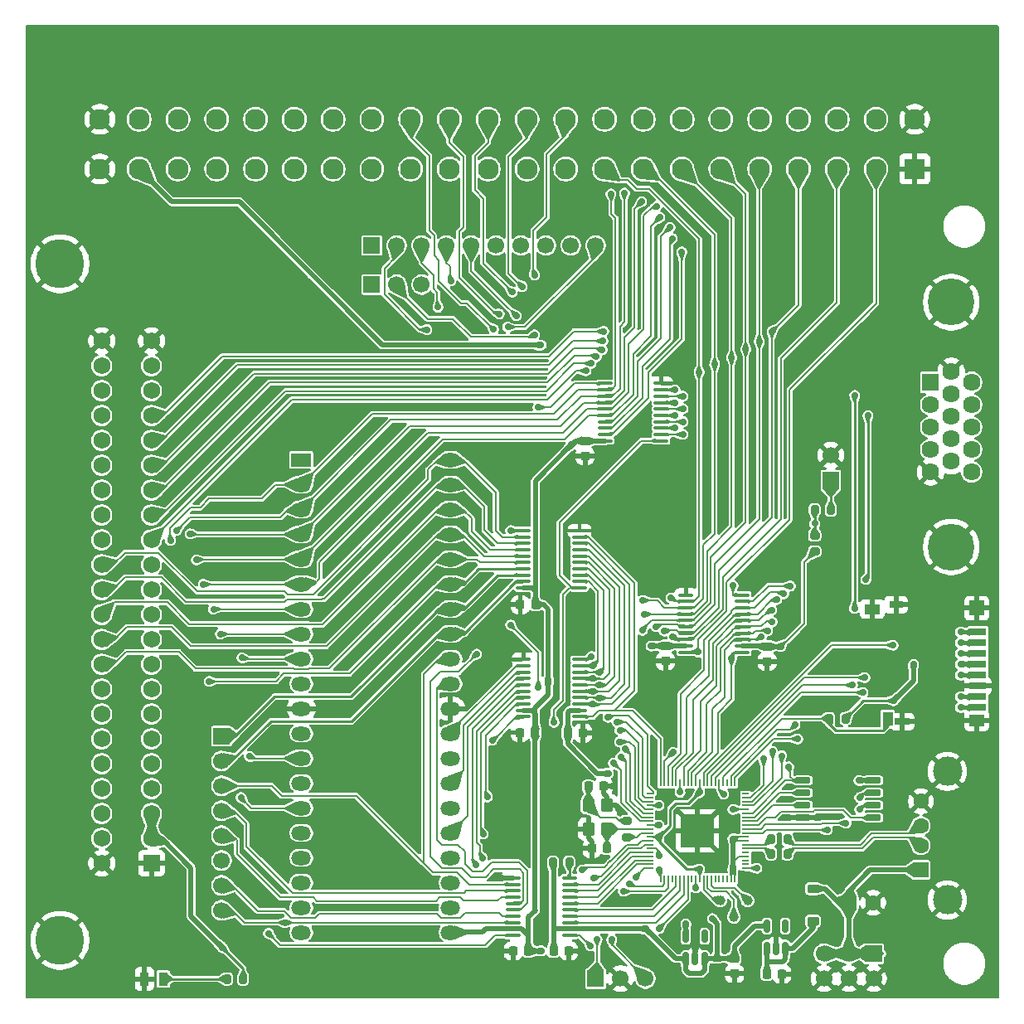
<source format=gtl>
G04 #@! TF.GenerationSoftware,KiCad,Pcbnew,9.0.7*
G04 #@! TF.CreationDate,2026-02-02T16:02:05+11:00*
G04 #@! TF.ProjectId,FlashCartProgrammer,466c6173-6843-4617-9274-50726f677261,rev?*
G04 #@! TF.SameCoordinates,Original*
G04 #@! TF.FileFunction,Copper,L1,Top*
G04 #@! TF.FilePolarity,Positive*
%FSLAX46Y46*%
G04 Gerber Fmt 4.6, Leading zero omitted, Abs format (unit mm)*
G04 Created by KiCad (PCBNEW 9.0.7) date 2026-02-02 16:02:05*
%MOMM*%
%LPD*%
G01*
G04 APERTURE LIST*
G04 Aperture macros list*
%AMRoundRect*
0 Rectangle with rounded corners*
0 $1 Rounding radius*
0 $2 $3 $4 $5 $6 $7 $8 $9 X,Y pos of 4 corners*
0 Add a 4 corners polygon primitive as box body*
4,1,4,$2,$3,$4,$5,$6,$7,$8,$9,$2,$3,0*
0 Add four circle primitives for the rounded corners*
1,1,$1+$1,$2,$3*
1,1,$1+$1,$4,$5*
1,1,$1+$1,$6,$7*
1,1,$1+$1,$8,$9*
0 Add four rect primitives between the rounded corners*
20,1,$1+$1,$2,$3,$4,$5,0*
20,1,$1+$1,$4,$5,$6,$7,0*
20,1,$1+$1,$6,$7,$8,$9,0*
20,1,$1+$1,$8,$9,$2,$3,0*%
G04 Aperture macros list end*
G04 #@! TA.AperFunction,SMDPad,CuDef*
%ADD10RoundRect,0.200000X-0.275000X0.200000X-0.275000X-0.200000X0.275000X-0.200000X0.275000X0.200000X0*%
G04 #@! TD*
G04 #@! TA.AperFunction,SMDPad,CuDef*
%ADD11RoundRect,0.100000X0.637500X0.100000X-0.637500X0.100000X-0.637500X-0.100000X0.637500X-0.100000X0*%
G04 #@! TD*
G04 #@! TA.AperFunction,SMDPad,CuDef*
%ADD12RoundRect,0.200000X-0.200000X-0.275000X0.200000X-0.275000X0.200000X0.275000X-0.200000X0.275000X0*%
G04 #@! TD*
G04 #@! TA.AperFunction,SMDPad,CuDef*
%ADD13RoundRect,0.225000X0.375000X-0.225000X0.375000X0.225000X-0.375000X0.225000X-0.375000X-0.225000X0*%
G04 #@! TD*
G04 #@! TA.AperFunction,ComponentPad*
%ADD14C,4.770000*%
G04 #@! TD*
G04 #@! TA.AperFunction,ComponentPad*
%ADD15R,1.785000X1.785000*%
G04 #@! TD*
G04 #@! TA.AperFunction,ComponentPad*
%ADD16C,1.785000*%
G04 #@! TD*
G04 #@! TA.AperFunction,SMDPad,CuDef*
%ADD17RoundRect,0.225000X-0.225000X-0.250000X0.225000X-0.250000X0.225000X0.250000X-0.225000X0.250000X0*%
G04 #@! TD*
G04 #@! TA.AperFunction,ComponentPad*
%ADD18R,1.700000X1.700000*%
G04 #@! TD*
G04 #@! TA.AperFunction,ComponentPad*
%ADD19C,1.700000*%
G04 #@! TD*
G04 #@! TA.AperFunction,SMDPad,CuDef*
%ADD20R,1.500000X0.800000*%
G04 #@! TD*
G04 #@! TA.AperFunction,SMDPad,CuDef*
%ADD21R,1.500000X1.195000*%
G04 #@! TD*
G04 #@! TA.AperFunction,SMDPad,CuDef*
%ADD22R,1.500000X1.500000*%
G04 #@! TD*
G04 #@! TA.AperFunction,SMDPad,CuDef*
%ADD23R,1.400000X0.800000*%
G04 #@! TD*
G04 #@! TA.AperFunction,SMDPad,CuDef*
%ADD24R,1.750000X0.800000*%
G04 #@! TD*
G04 #@! TA.AperFunction,SMDPad,CuDef*
%ADD25R,1.000000X1.450000*%
G04 #@! TD*
G04 #@! TA.AperFunction,SMDPad,CuDef*
%ADD26R,1.550000X1.000000*%
G04 #@! TD*
G04 #@! TA.AperFunction,SMDPad,CuDef*
%ADD27RoundRect,0.250000X0.350000X-0.450000X0.350000X0.450000X-0.350000X0.450000X-0.350000X-0.450000X0*%
G04 #@! TD*
G04 #@! TA.AperFunction,SMDPad,CuDef*
%ADD28RoundRect,0.225000X0.250000X-0.225000X0.250000X0.225000X-0.250000X0.225000X-0.250000X-0.225000X0*%
G04 #@! TD*
G04 #@! TA.AperFunction,SMDPad,CuDef*
%ADD29R,0.950000X1.400000*%
G04 #@! TD*
G04 #@! TA.AperFunction,SMDPad,CuDef*
%ADD30RoundRect,0.150000X0.150000X-0.512500X0.150000X0.512500X-0.150000X0.512500X-0.150000X-0.512500X0*%
G04 #@! TD*
G04 #@! TA.AperFunction,SMDPad,CuDef*
%ADD31RoundRect,0.225000X0.225000X0.250000X-0.225000X0.250000X-0.225000X-0.250000X0.225000X-0.250000X0*%
G04 #@! TD*
G04 #@! TA.AperFunction,SMDPad,CuDef*
%ADD32R,0.220000X0.780000*%
G04 #@! TD*
G04 #@! TA.AperFunction,SMDPad,CuDef*
%ADD33R,0.780000X0.220000*%
G04 #@! TD*
G04 #@! TA.AperFunction,HeatsinkPad*
%ADD34C,0.425000*%
G04 #@! TD*
G04 #@! TA.AperFunction,SMDPad,CuDef*
%ADD35R,3.400000X3.400000*%
G04 #@! TD*
G04 #@! TA.AperFunction,ComponentPad*
%ADD36RoundRect,0.250000X-0.550000X-0.550000X0.550000X-0.550000X0.550000X0.550000X-0.550000X0.550000X0*%
G04 #@! TD*
G04 #@! TA.AperFunction,ComponentPad*
%ADD37C,1.600000*%
G04 #@! TD*
G04 #@! TA.AperFunction,ComponentPad*
%ADD38R,2.130000X2.130000*%
G04 #@! TD*
G04 #@! TA.AperFunction,ComponentPad*
%ADD39C,2.130000*%
G04 #@! TD*
G04 #@! TA.AperFunction,SMDPad,CuDef*
%ADD40RoundRect,0.200000X0.200000X0.275000X-0.200000X0.275000X-0.200000X-0.275000X0.200000X-0.275000X0*%
G04 #@! TD*
G04 #@! TA.AperFunction,SMDPad,CuDef*
%ADD41C,1.000000*%
G04 #@! TD*
G04 #@! TA.AperFunction,ComponentPad*
%ADD42C,5.000000*%
G04 #@! TD*
G04 #@! TA.AperFunction,ComponentPad*
%ADD43C,1.750000*%
G04 #@! TD*
G04 #@! TA.AperFunction,ComponentPad*
%ADD44R,1.500000X1.600000*%
G04 #@! TD*
G04 #@! TA.AperFunction,ComponentPad*
%ADD45C,3.000000*%
G04 #@! TD*
G04 #@! TA.AperFunction,SMDPad,CuDef*
%ADD46RoundRect,0.150000X-0.650000X-0.150000X0.650000X-0.150000X0.650000X0.150000X-0.650000X0.150000X0*%
G04 #@! TD*
G04 #@! TA.AperFunction,SMDPad,CuDef*
%ADD47RoundRect,0.200000X0.275000X-0.200000X0.275000X0.200000X-0.275000X0.200000X-0.275000X-0.200000X0*%
G04 #@! TD*
G04 #@! TA.AperFunction,ComponentPad*
%ADD48R,2.000000X1.440000*%
G04 #@! TD*
G04 #@! TA.AperFunction,ComponentPad*
%ADD49O,2.000000X1.440000*%
G04 #@! TD*
G04 #@! TA.AperFunction,ViaPad*
%ADD50C,0.700000*%
G04 #@! TD*
G04 #@! TA.AperFunction,Conductor*
%ADD51C,0.200000*%
G04 #@! TD*
G04 #@! TA.AperFunction,Conductor*
%ADD52C,0.500000*%
G04 #@! TD*
G04 #@! TA.AperFunction,Conductor*
%ADD53C,0.250000*%
G04 #@! TD*
G04 APERTURE END LIST*
D10*
X156486535Y-130264863D03*
X156486535Y-131914863D03*
D11*
X150625000Y-141950000D03*
X150625000Y-141300000D03*
X150625000Y-140650000D03*
X150625000Y-140000000D03*
X150625000Y-139350000D03*
X150625000Y-138700000D03*
X150625000Y-138050000D03*
X150625000Y-137400000D03*
X150625000Y-136750000D03*
X150625000Y-136100000D03*
X144900000Y-136100000D03*
X144900000Y-136750000D03*
X144900000Y-137400000D03*
X144900000Y-138050000D03*
X144900000Y-138700000D03*
X144900000Y-139350000D03*
X144900000Y-140000000D03*
X144900000Y-140650000D03*
X144900000Y-141300000D03*
X144900000Y-141950000D03*
D12*
X171250000Y-132149530D03*
X172900000Y-132149530D03*
D13*
X175520000Y-140500000D03*
X175520000Y-137200000D03*
D14*
X189630000Y-102290000D03*
X189630000Y-77300000D03*
D15*
X187530000Y-85480000D03*
D16*
X187530000Y-87770000D03*
X187530000Y-90060000D03*
X187530000Y-92350000D03*
X187530000Y-94640000D03*
X189630000Y-84340000D03*
X189630000Y-86630000D03*
X189630000Y-88920000D03*
X189630000Y-91210000D03*
X189630000Y-93500000D03*
X191710000Y-85480000D03*
X191710000Y-87770000D03*
X191710000Y-90060000D03*
X191710000Y-92350000D03*
X191710000Y-94640000D03*
D17*
X145625000Y-108200000D03*
X147175000Y-108200000D03*
D18*
X130470000Y-75500000D03*
D19*
X133010000Y-75500000D03*
X135550000Y-75500000D03*
D18*
X153330000Y-146370000D03*
D19*
X155870000Y-146370000D03*
X158410000Y-146370000D03*
D20*
X184635000Y-120140000D03*
D21*
X192235000Y-119992500D03*
D22*
X192235000Y-108540000D03*
D23*
X183985000Y-108190000D03*
D24*
X192360000Y-110990000D03*
X192360000Y-112090000D03*
X192360000Y-113190000D03*
X192360000Y-114290000D03*
X192360000Y-115390000D03*
X192360000Y-116490000D03*
X192360000Y-117590000D03*
X192360000Y-118690000D03*
D25*
X183135000Y-119815000D03*
D26*
X181560000Y-108640000D03*
D11*
X151675000Y-106475000D03*
X151675000Y-105825000D03*
X151675000Y-105175000D03*
X151675000Y-104525000D03*
X151675000Y-103875000D03*
X151675000Y-103225000D03*
X151675000Y-102575000D03*
X151675000Y-101925000D03*
X151675000Y-101275000D03*
X151675000Y-100625000D03*
X145950000Y-100625000D03*
X145950000Y-101275000D03*
X145950000Y-101925000D03*
X145950000Y-102575000D03*
X145950000Y-103225000D03*
X145950000Y-103875000D03*
X145950000Y-104525000D03*
X145950000Y-105175000D03*
X145950000Y-105825000D03*
X145950000Y-106475000D03*
X168275000Y-113050000D03*
X168275000Y-112400000D03*
X168275000Y-111750000D03*
X168275000Y-111100000D03*
X168275000Y-110450000D03*
X168275000Y-109800000D03*
X168275000Y-109150000D03*
X168275000Y-108500000D03*
X168275000Y-107850000D03*
X168275000Y-107200000D03*
X162550000Y-107200000D03*
X162550000Y-107850000D03*
X162550000Y-108500000D03*
X162550000Y-109150000D03*
X162550000Y-109800000D03*
X162550000Y-110450000D03*
X162550000Y-111100000D03*
X162550000Y-111750000D03*
X162550000Y-112400000D03*
X162550000Y-113050000D03*
D27*
X154486535Y-131089863D03*
X154486535Y-128689863D03*
X152586535Y-128689863D03*
X152586535Y-131089863D03*
D28*
X167510000Y-145864863D03*
X167510000Y-144314863D03*
D29*
X107250000Y-146400000D03*
X109150000Y-146400000D03*
D18*
X177335000Y-95460000D03*
D19*
X177335000Y-92920000D03*
D30*
X170792500Y-143267637D03*
X171742500Y-143267637D03*
X172692500Y-143267637D03*
X172692500Y-140992637D03*
X170792500Y-140992637D03*
D31*
X152025000Y-121300000D03*
X150475000Y-121300000D03*
D11*
X160000000Y-91450000D03*
X160000000Y-90800000D03*
X160000000Y-90150000D03*
X160000000Y-89500000D03*
X160000000Y-88850000D03*
X160000000Y-88200000D03*
X160000000Y-87550000D03*
X160000000Y-86900000D03*
X160000000Y-86250000D03*
X160000000Y-85600000D03*
X154275000Y-85600000D03*
X154275000Y-86250000D03*
X154275000Y-86900000D03*
X154275000Y-87550000D03*
X154275000Y-88200000D03*
X154275000Y-88850000D03*
X154275000Y-89500000D03*
X154275000Y-90150000D03*
X154275000Y-90800000D03*
X154275000Y-91450000D03*
D17*
X144900000Y-143550000D03*
X146450000Y-143550000D03*
D18*
X181710000Y-143830000D03*
D19*
X181710000Y-146370000D03*
X179170000Y-143830000D03*
X179170000Y-146370000D03*
X176630000Y-143830000D03*
X176630000Y-146370000D03*
D11*
X151675000Y-119625000D03*
X151675000Y-118975000D03*
X151675000Y-118325000D03*
X151675000Y-117675000D03*
X151675000Y-117025000D03*
X151675000Y-116375000D03*
X151675000Y-115725000D03*
X151675000Y-115075000D03*
X151675000Y-114425000D03*
X151675000Y-113775000D03*
X145950000Y-113775000D03*
X145950000Y-114425000D03*
X145950000Y-115075000D03*
X145950000Y-115725000D03*
X145950000Y-116375000D03*
X145950000Y-117025000D03*
X145950000Y-117675000D03*
X145950000Y-118325000D03*
X145950000Y-118975000D03*
X145950000Y-119625000D03*
D32*
X167540035Y-126396863D03*
X167140035Y-126396863D03*
X166740035Y-126396863D03*
X166340035Y-126396863D03*
X165940035Y-126396863D03*
X165540035Y-126396863D03*
X165140035Y-126396863D03*
X164740035Y-126396863D03*
X164340035Y-126396863D03*
X163940035Y-126396863D03*
X163540035Y-126396863D03*
X163140035Y-126396863D03*
X162740035Y-126396863D03*
X162340035Y-126396863D03*
X161940035Y-126396863D03*
X161540035Y-126396863D03*
X161140035Y-126396863D03*
X160740035Y-126396863D03*
X160340035Y-126396863D03*
X159940035Y-126396863D03*
D33*
X158843535Y-127493363D03*
X158843535Y-127893363D03*
X158843535Y-128293363D03*
X158843535Y-128693363D03*
X158843535Y-129093363D03*
X158843535Y-129493363D03*
X158843535Y-129893363D03*
X158843535Y-130293363D03*
X158843535Y-130693363D03*
X158843535Y-131093363D03*
X158843535Y-131493363D03*
X158843535Y-131893363D03*
X158843535Y-132293363D03*
X158843535Y-132693363D03*
X158843535Y-133093363D03*
X158843535Y-133493363D03*
X158843535Y-133893363D03*
X158843535Y-134293363D03*
X158843535Y-134693363D03*
X158843535Y-135093363D03*
D32*
X159940035Y-136189863D03*
X160340035Y-136189863D03*
X160740035Y-136189863D03*
X161140035Y-136189863D03*
X161540035Y-136189863D03*
X161940035Y-136189863D03*
X162340035Y-136189863D03*
X162740035Y-136189863D03*
X163140035Y-136189863D03*
X163540035Y-136189863D03*
X163940035Y-136189863D03*
X164340035Y-136189863D03*
X164740035Y-136189863D03*
X165140035Y-136189863D03*
X165540035Y-136189863D03*
X165940035Y-136189863D03*
X166340035Y-136189863D03*
X166740035Y-136189863D03*
X167140035Y-136189863D03*
X167540035Y-136189863D03*
D33*
X168636535Y-135093363D03*
X168636535Y-134693363D03*
X168636535Y-134293363D03*
X168636535Y-133893363D03*
X168636535Y-133493363D03*
X168636535Y-133093363D03*
X168636535Y-132693363D03*
X168636535Y-132293363D03*
X168636535Y-131893363D03*
X168636535Y-131493363D03*
X168636535Y-131093363D03*
X168636535Y-130693363D03*
X168636535Y-130293363D03*
X168636535Y-129893363D03*
X168636535Y-129493363D03*
X168636535Y-129093363D03*
X168636535Y-128693363D03*
X168636535Y-128293363D03*
X168636535Y-127893363D03*
X168636535Y-127493363D03*
D34*
X164740035Y-130293363D03*
X163740035Y-130293363D03*
X162740035Y-130293363D03*
X164740035Y-131293363D03*
X163740035Y-131293363D03*
D35*
X163740035Y-131293363D03*
D34*
X162740035Y-131293363D03*
X164740035Y-132293363D03*
X163740035Y-132293363D03*
X162740035Y-132293363D03*
D36*
X179170000Y-138620000D03*
D37*
X181670000Y-138620000D03*
D31*
X154136535Y-126736363D03*
X152586535Y-126736363D03*
D38*
X185910000Y-63700000D03*
D39*
X181950000Y-63700000D03*
X177990000Y-63700000D03*
X174030000Y-63700000D03*
X170070000Y-63700000D03*
X166110000Y-63700000D03*
X162150000Y-63700000D03*
X158190000Y-63700000D03*
X154230000Y-63700000D03*
X150270000Y-63700000D03*
X146310000Y-63700000D03*
X142350000Y-63700000D03*
X138390000Y-63700000D03*
X134430000Y-63700000D03*
X130470000Y-63700000D03*
X126510000Y-63700000D03*
X122550000Y-63700000D03*
X118590000Y-63700000D03*
X114630000Y-63700000D03*
X110670000Y-63700000D03*
X106710000Y-63700000D03*
X102700000Y-63700000D03*
X185910000Y-58620000D03*
X181950000Y-58620000D03*
X177990000Y-58620000D03*
X174030000Y-58620000D03*
X170070000Y-58620000D03*
X166110000Y-58620000D03*
X162150000Y-58620000D03*
X158190000Y-58620000D03*
X154230000Y-58620000D03*
X150270000Y-58620000D03*
X146310000Y-58620000D03*
X142350000Y-58620000D03*
X138390000Y-58620000D03*
X134430000Y-58620000D03*
X130470000Y-58620000D03*
X126510000Y-58620000D03*
X122550000Y-58620000D03*
X118590000Y-58620000D03*
X114630000Y-58620000D03*
X110670000Y-58620000D03*
X106710000Y-58620000D03*
X102700000Y-58620000D03*
D30*
X162540035Y-144327363D03*
X163490035Y-144327363D03*
X164440035Y-144327363D03*
X164440035Y-142052363D03*
X162540035Y-142052363D03*
D31*
X150575000Y-143550000D03*
X149025000Y-143550000D03*
D40*
X150625000Y-134500000D03*
X148975000Y-134500000D03*
D41*
X167440035Y-140089863D03*
D12*
X177185000Y-119815000D03*
X178835000Y-119815000D03*
X171250000Y-133610000D03*
X172900000Y-133610000D03*
D18*
X130470000Y-71500000D03*
D19*
X133010000Y-71500000D03*
X135550000Y-71500000D03*
X138090000Y-71500000D03*
X140630000Y-71500000D03*
X143170000Y-71500000D03*
X145710000Y-71500000D03*
X148250000Y-71500000D03*
X150790000Y-71500000D03*
X153330000Y-71500000D03*
D42*
X98629800Y-73381400D03*
X98629800Y-142471400D03*
D18*
X107969800Y-134596400D03*
D43*
X107969800Y-132056400D03*
X107969800Y-129516400D03*
X107969800Y-126976400D03*
X107969800Y-124436400D03*
X107969800Y-121896400D03*
X107969800Y-119356400D03*
X107969800Y-116816400D03*
X107969800Y-114276400D03*
X107969800Y-111736400D03*
X107969800Y-109196400D03*
X107969800Y-106656400D03*
X107969800Y-104116400D03*
X107969800Y-101576400D03*
X107969800Y-99036400D03*
X107969800Y-96496400D03*
X107969800Y-93956400D03*
X107969800Y-91416400D03*
X107969800Y-88876400D03*
X107969800Y-86336400D03*
X107969800Y-83796400D03*
X107969800Y-81256400D03*
X102889800Y-134596400D03*
X102889800Y-132056400D03*
X102889800Y-129516400D03*
X102889800Y-126976400D03*
X102889800Y-124436400D03*
X102889800Y-121896400D03*
X102889800Y-119356400D03*
X102889800Y-116816400D03*
X102889800Y-114276400D03*
X102889800Y-111736400D03*
X102889800Y-109196400D03*
X102889800Y-106656400D03*
X102889800Y-104116400D03*
X102889800Y-101576400D03*
X102889800Y-99036400D03*
X102889800Y-96496400D03*
X102889800Y-93956400D03*
X102889800Y-91416400D03*
X102889800Y-88876400D03*
X102889800Y-86336400D03*
X102889800Y-83796400D03*
X102889800Y-81256400D03*
D18*
X115120000Y-121610000D03*
D19*
X115120000Y-124150000D03*
X115120000Y-126690000D03*
X115120000Y-129230000D03*
X115120000Y-131770000D03*
X115120000Y-134310000D03*
X115120000Y-136850000D03*
X115120000Y-139390000D03*
D17*
X152936535Y-133086363D03*
X154486535Y-133086363D03*
D44*
X186530000Y-135270000D03*
D37*
X186530000Y-132770000D03*
X186530000Y-130770000D03*
X186530000Y-128270000D03*
D45*
X189240000Y-138340000D03*
X189240000Y-125200000D03*
D12*
X175685000Y-98510000D03*
X177335000Y-98510000D03*
D46*
X174491035Y-126139863D03*
X174491035Y-127409863D03*
X174491035Y-128679863D03*
X174491035Y-129949863D03*
X181691035Y-129949863D03*
X181691035Y-128679863D03*
X181691035Y-127409863D03*
X181691035Y-126139863D03*
D12*
X115675000Y-146400000D03*
X117325000Y-146400000D03*
D41*
X168840035Y-138389863D03*
D28*
X160450000Y-113950000D03*
X160450000Y-112400000D03*
D17*
X145600000Y-121250000D03*
X147150000Y-121250000D03*
D31*
X172342500Y-145920000D03*
X170792500Y-145920000D03*
D47*
X175685000Y-102760000D03*
X175685000Y-101110000D03*
D48*
X123260000Y-93400000D03*
D49*
X123260000Y-95940000D03*
X123260000Y-98480000D03*
X123260000Y-101020000D03*
X123260000Y-103560000D03*
X123260000Y-106100000D03*
X123260000Y-108640000D03*
X123260000Y-111180000D03*
X123260000Y-113720000D03*
X123260000Y-116260000D03*
X123260000Y-118800000D03*
X123260000Y-121340000D03*
X123260000Y-123880000D03*
X123260000Y-126420000D03*
X123260000Y-128960000D03*
X123260000Y-131500000D03*
X123260000Y-134040000D03*
X123260000Y-136580000D03*
X123260000Y-139120000D03*
X123260000Y-141660000D03*
X138500000Y-141660000D03*
X138500000Y-139120000D03*
X138500000Y-136580000D03*
X138500000Y-134040000D03*
X138500000Y-131500000D03*
X138500000Y-128960000D03*
X138500000Y-126420000D03*
X138500000Y-123880000D03*
X138500000Y-121340000D03*
X138500000Y-118800000D03*
X138500000Y-116260000D03*
X138500000Y-113720000D03*
X138500000Y-111180000D03*
X138500000Y-108640000D03*
X138500000Y-106100000D03*
X138500000Y-103560000D03*
X138500000Y-101020000D03*
X138500000Y-98480000D03*
X138500000Y-95940000D03*
X138500000Y-93400000D03*
D41*
X166040035Y-138389863D03*
D28*
X152250000Y-93000000D03*
X152250000Y-91450000D03*
X170825000Y-114000000D03*
X170825000Y-112450000D03*
D50*
X152275000Y-94375000D03*
X137010000Y-94650000D03*
X125190000Y-125140000D03*
X135550000Y-111725000D03*
X180460000Y-119965000D03*
X125290000Y-116400000D03*
X172830035Y-129949863D03*
X125870000Y-139110000D03*
X167315084Y-127333541D03*
X136630000Y-139110000D03*
X186360000Y-112315000D03*
X137230000Y-107400000D03*
X159290035Y-124100000D03*
X112950000Y-113575000D03*
X176042035Y-129949863D03*
X170850000Y-115170000D03*
X143510000Y-143540000D03*
X105610000Y-88720000D03*
X125240000Y-122570000D03*
X165790035Y-134289863D03*
X116930000Y-117150000D03*
X143500000Y-136100000D03*
X145275000Y-128450000D03*
X173320000Y-113150000D03*
X109600000Y-89560000D03*
X127400000Y-141810000D03*
X137060000Y-102370000D03*
X124950000Y-130240000D03*
X181910000Y-114340000D03*
X179670000Y-117920000D03*
X121075000Y-97050000D03*
X145275000Y-130990000D03*
X151850000Y-143550000D03*
X151740000Y-125450000D03*
X134740000Y-127790000D03*
X109600000Y-94350000D03*
X124375000Y-89150000D03*
X124900000Y-132810000D03*
X156630000Y-142220000D03*
X112950000Y-111250000D03*
X148070000Y-125450000D03*
X112950000Y-109050000D03*
X161980000Y-85250000D03*
X162550000Y-106025000D03*
X143920000Y-111560000D03*
X171740000Y-139540000D03*
X155729544Y-129122612D03*
X137120000Y-104800000D03*
X188010000Y-110215000D03*
X160990035Y-140989863D03*
X163490035Y-143189863D03*
X131650000Y-77600000D03*
X111075000Y-103100000D03*
X137060000Y-99880000D03*
X178535000Y-110780000D03*
X152700000Y-111475000D03*
X153240000Y-100600000D03*
X160950000Y-119200000D03*
X149190000Y-92090000D03*
X138440000Y-77810000D03*
X160450000Y-115150000D03*
X154330000Y-96200000D03*
X124820000Y-135140000D03*
X157190000Y-138200000D03*
X111075000Y-106300000D03*
X159940035Y-129689863D03*
X143530000Y-74040000D03*
X139410000Y-76140000D03*
X151416035Y-133114863D03*
X128675000Y-88425000D03*
X155250000Y-126720000D03*
X147780000Y-141660000D03*
X149840000Y-125450000D03*
X109600000Y-91970000D03*
X109550000Y-97230000D03*
X145275000Y-133620000D03*
X153170000Y-121330000D03*
X136450000Y-113700000D03*
X125760000Y-136590000D03*
X193130000Y-91590000D03*
X160261035Y-127469863D03*
X147810000Y-143540000D03*
X147740000Y-81676000D03*
X159000000Y-112400000D03*
X115200000Y-143200000D03*
X148500000Y-116025000D03*
X150875000Y-91850000D03*
X159790035Y-128689863D03*
X166390035Y-127539863D03*
X185785000Y-114290000D03*
X172225000Y-112450000D03*
X158440035Y-141300000D03*
X180191035Y-126144863D03*
X190585000Y-114290000D03*
X167340035Y-132089863D03*
X183735000Y-117990000D03*
X159790035Y-130689863D03*
X165253535Y-140252363D03*
X167340035Y-129089863D03*
X165722285Y-144314863D03*
X159839037Y-135289863D03*
X167340035Y-135189863D03*
X161940035Y-127339863D03*
X154610000Y-125420000D03*
X163540035Y-137089863D03*
X169790035Y-135093363D03*
X163940035Y-127339863D03*
X163940035Y-135189863D03*
X159790035Y-131889863D03*
X162540035Y-140777363D03*
X161165732Y-111425000D03*
X117100000Y-127880000D03*
X165475000Y-83650000D03*
X158124000Y-107751000D03*
X152851929Y-83560795D03*
X115000000Y-111180000D03*
X161125000Y-70800000D03*
X156275000Y-66150000D03*
X110525000Y-100625000D03*
X109900000Y-101625000D03*
X154875000Y-66250000D03*
X154075000Y-81275000D03*
X159475000Y-110450000D03*
X170025000Y-81300000D03*
X153410144Y-82854820D03*
X158300000Y-109150000D03*
X167200000Y-82975000D03*
X158100000Y-110800000D03*
X168650000Y-82125000D03*
X153995895Y-82171519D03*
X143475000Y-78500000D03*
X160910000Y-69650000D03*
X114300000Y-108640000D03*
X144800000Y-76275000D03*
X113850000Y-116025000D03*
X136075000Y-80100000D03*
X147099000Y-74526000D03*
X112550000Y-103625000D03*
X159560000Y-67510000D03*
X145820000Y-75700000D03*
X154150000Y-80275000D03*
X171325000Y-80275000D03*
X160351000Y-110875000D03*
X163750000Y-113025000D03*
X117966667Y-123689584D03*
X142900000Y-80075000D03*
X158025000Y-67025000D03*
X111900000Y-100950000D03*
X162120000Y-72175000D03*
X117200000Y-113600000D03*
X113275000Y-106100000D03*
X159877880Y-68647120D03*
X152323855Y-84289590D03*
X161030000Y-107490000D03*
X163893000Y-84475000D03*
X173660000Y-120465000D03*
X173950000Y-121900000D03*
X190585000Y-118690000D03*
X190585000Y-110990000D03*
X154960000Y-142380000D03*
X153155380Y-136100000D03*
X151930000Y-135290000D03*
X153462586Y-142380000D03*
X179780000Y-86815000D03*
X179750000Y-108550000D03*
X172300000Y-123620000D03*
X171390000Y-123190000D03*
X180925000Y-105625000D03*
X181130000Y-88890000D03*
X170460000Y-123950000D03*
X190585000Y-112090000D03*
X179560000Y-116400000D03*
X190585000Y-117590000D03*
X180635000Y-117165000D03*
X183685000Y-112315000D03*
X190585000Y-113190000D03*
X190585000Y-115390000D03*
X180810000Y-115640000D03*
X173030000Y-124740000D03*
X175685000Y-99910000D03*
X180291035Y-129089863D03*
X178891035Y-130489863D03*
X180291035Y-127889863D03*
X176991035Y-131189863D03*
X137210000Y-77810000D03*
X138530000Y-75120000D03*
X144360000Y-79840000D03*
X121600000Y-140650000D03*
X145220000Y-78700000D03*
X159790035Y-133839863D03*
X155475000Y-120150000D03*
X153699576Y-117702000D03*
X162225000Y-86900000D03*
X172525000Y-107075000D03*
X167200000Y-113650000D03*
X162225000Y-90800000D03*
X162225000Y-88200000D03*
X171294661Y-108721235D03*
X161425000Y-87550000D03*
X171800000Y-107675000D03*
X153072679Y-115725000D03*
X156359836Y-122920925D03*
X155780000Y-122190000D03*
X153750000Y-116401000D03*
X147475000Y-116625000D03*
X144650000Y-100625000D03*
X144650000Y-110250000D03*
X147425000Y-88050000D03*
X156776757Y-136673381D03*
X167350000Y-106230000D03*
X152900000Y-113475000D03*
X157413155Y-136036983D03*
X161425000Y-90150000D03*
X170225000Y-111500000D03*
X153075000Y-118350000D03*
X154600000Y-119685121D03*
X161425000Y-88850000D03*
X171354777Y-109932884D03*
X153075000Y-114425000D03*
X155140000Y-124360000D03*
X161240000Y-123270000D03*
X173200000Y-106275000D03*
X161425000Y-86250000D03*
X153055540Y-117025000D03*
X155791012Y-120992698D03*
X153750000Y-115100000D03*
X155910000Y-123730000D03*
X162225000Y-89500000D03*
X170875000Y-110863607D03*
X149058550Y-120208550D03*
X156166035Y-137439863D03*
X119925000Y-141750000D03*
X142280000Y-127825000D03*
X141743170Y-134043170D03*
X142750000Y-122050000D03*
X141093170Y-134718713D03*
X141849620Y-131594620D03*
X152810000Y-143030000D03*
X159829622Y-141229622D03*
X141175000Y-113225000D03*
X147080000Y-80640000D03*
D51*
X163228685Y-110450000D02*
X162550000Y-110450000D01*
X165497000Y-103983000D02*
X165497000Y-108181685D01*
X170020000Y-99460000D02*
X165497000Y-103983000D01*
X170020000Y-81305000D02*
X170020000Y-99460000D01*
X165497000Y-108181685D02*
X163228685Y-110450000D01*
X170025000Y-81300000D02*
X170020000Y-81305000D01*
X163893000Y-84510000D02*
X163893000Y-70823000D01*
D52*
X151444535Y-133086363D02*
X152936535Y-133086363D01*
X151416035Y-133114863D02*
X151444535Y-133086363D01*
D53*
X162550000Y-107200000D02*
X162550000Y-106025000D01*
D52*
X143500000Y-136100000D02*
X144900000Y-136100000D01*
X161343535Y-131293363D02*
X161340035Y-131289863D01*
X161622329Y-129175657D02*
X161622329Y-129172157D01*
X163490035Y-144327363D02*
X163490035Y-142888863D01*
X144900000Y-143550000D02*
X143520000Y-143550000D01*
X172830035Y-129949863D02*
X174490035Y-129949863D01*
X171742500Y-139542500D02*
X171740000Y-139540000D01*
X152936535Y-133086363D02*
X152936535Y-132386363D01*
X154486535Y-128689863D02*
X155296795Y-128689863D01*
X155296795Y-128689863D02*
X155729544Y-129122612D01*
D53*
X160450000Y-115150000D02*
X160450000Y-113950000D01*
D52*
X152586535Y-132036363D02*
X152586535Y-131089863D01*
X164740035Y-131293363D02*
X166186535Y-131293363D01*
X162740035Y-130293363D02*
X161622329Y-129175657D01*
X163740035Y-130293363D02*
X163740035Y-128789863D01*
X154486535Y-128689863D02*
X154486535Y-127836363D01*
X176042035Y-129949863D02*
X174491035Y-129949863D01*
X163490035Y-142888863D02*
X163441035Y-142839863D01*
X154136535Y-127486363D02*
X154136535Y-126736363D01*
X155233637Y-126736363D02*
X155250000Y-126720000D01*
X154486535Y-127836363D02*
X154136535Y-127486363D01*
X171742500Y-143267637D02*
X171742500Y-139542500D01*
X162740035Y-131293363D02*
X161343535Y-131293363D01*
X163740035Y-132293363D02*
X163740035Y-133939863D01*
X143520000Y-143550000D02*
X143510000Y-143540000D01*
X154136535Y-126736363D02*
X155233637Y-126736363D01*
X152936535Y-132386363D02*
X152586535Y-132036363D01*
X150575000Y-143550000D02*
X151850000Y-143550000D01*
X172692500Y-143267637D02*
X173442363Y-143267637D01*
X170792500Y-144707500D02*
X170792500Y-145920000D01*
X172420000Y-144670000D02*
X172692500Y-144397500D01*
X173442363Y-143267637D02*
X175520000Y-141190000D01*
X170792500Y-144632500D02*
X170792500Y-143267637D01*
X170830000Y-144670000D02*
X170792500Y-144707500D01*
X172692500Y-144397500D02*
X172692500Y-143267637D01*
X170830000Y-144670000D02*
X172420000Y-144670000D01*
X170830000Y-144670000D02*
X170792500Y-144632500D01*
X175520000Y-141190000D02*
X175520000Y-140500000D01*
X142100000Y-141300000D02*
X141750000Y-141650000D01*
X115200000Y-143200000D02*
X112000000Y-140000000D01*
X179170000Y-137430000D02*
X179170000Y-138620000D01*
X147150000Y-121250000D02*
X147150000Y-118775000D01*
X178170000Y-138620000D02*
X176760000Y-137210000D01*
X112000000Y-135050000D02*
X109006400Y-132056400D01*
X146450000Y-140100000D02*
X146450000Y-143550000D01*
X147150000Y-139350000D02*
X147175000Y-139375000D01*
X147175000Y-119330496D02*
X146819504Y-118975000D01*
X147740000Y-81676000D02*
X131551000Y-81676000D01*
X110060000Y-67050000D02*
X106710000Y-63700000D01*
X112000000Y-140000000D02*
X112000000Y-135050000D01*
X109006400Y-132056400D02*
X107969800Y-132056400D01*
X182520000Y-143800000D02*
X179980000Y-143800000D01*
X177440000Y-143800000D02*
X179980000Y-143800000D01*
X138510000Y-141650000D02*
X138500000Y-141660000D01*
X131551000Y-81676000D02*
X116925000Y-67050000D01*
X186530000Y-135270000D02*
X181330000Y-135270000D01*
X152250000Y-91450000D02*
X151275000Y-91450000D01*
X107969800Y-129516400D02*
X107969800Y-132056400D01*
X144900000Y-141300000D02*
X142100000Y-141300000D01*
X152250000Y-91450000D02*
X154275000Y-91450000D01*
X148500000Y-108675000D02*
X148025000Y-108200000D01*
X116925000Y-67050000D02*
X110060000Y-67050000D01*
X146450000Y-143550000D02*
X146450000Y-141980496D01*
X179170000Y-138620000D02*
X178170000Y-138620000D01*
X147175000Y-139375000D02*
X146450000Y-140100000D01*
X148500000Y-116025000D02*
X148500000Y-108675000D01*
D53*
X117325000Y-146400000D02*
X117325000Y-145325000D01*
D52*
X147150000Y-118775000D02*
X148500000Y-117425000D01*
X147175000Y-95550000D02*
X147175000Y-108200000D01*
X146460000Y-143540000D02*
X146450000Y-143550000D01*
X146875000Y-106475000D02*
X145950000Y-106475000D01*
X146819504Y-118975000D02*
X145950000Y-118975000D01*
X147175000Y-121300000D02*
X147175000Y-119330496D01*
X146450000Y-141980496D02*
X145769504Y-141300000D01*
X147175000Y-108200000D02*
X147175000Y-106775000D01*
X175530000Y-137210000D02*
X175520000Y-137200000D01*
X176760000Y-137210000D02*
X175530000Y-137210000D01*
X147150000Y-121250000D02*
X147150000Y-139350000D01*
X148500000Y-117425000D02*
X148500000Y-116025000D01*
X179170000Y-143830000D02*
X179170000Y-138620000D01*
X148025000Y-108200000D02*
X147175000Y-108200000D01*
X151275000Y-91450000D02*
X150875000Y-91850000D01*
D53*
X117325000Y-145325000D02*
X115200000Y-143200000D01*
D52*
X147810000Y-143540000D02*
X146460000Y-143540000D01*
X150875000Y-91850000D02*
X147175000Y-95550000D01*
X147175000Y-106775000D02*
X146875000Y-106475000D01*
X141750000Y-141650000D02*
X138510000Y-141650000D01*
X145769504Y-141300000D02*
X144900000Y-141300000D01*
X181330000Y-135270000D02*
X179170000Y-137430000D01*
X159000000Y-112400000D02*
X160450000Y-112400000D01*
X162550000Y-112400000D02*
X160825000Y-112400000D01*
D51*
X161940035Y-126396863D02*
X161940035Y-127339863D01*
D52*
X192360000Y-114290000D02*
X190635000Y-114290000D01*
D51*
X167140035Y-136189863D02*
X167140035Y-135389863D01*
X174590000Y-103855000D02*
X175685000Y-102760000D01*
D52*
X185785000Y-115940000D02*
X183735000Y-117990000D01*
X185785000Y-114290000D02*
X185785000Y-115940000D01*
D51*
X167343535Y-129093363D02*
X168636535Y-129093363D01*
X165940035Y-127089863D02*
X166390035Y-127539863D01*
D52*
X153490000Y-125420000D02*
X150475000Y-122405000D01*
X154610000Y-125420000D02*
X153490000Y-125420000D01*
X164440035Y-145490863D02*
X164440035Y-144327363D01*
D51*
X167643535Y-132293363D02*
X168636535Y-132293363D01*
X158843535Y-128693363D02*
X159786535Y-128693363D01*
X159790035Y-128689863D02*
X159840035Y-128689863D01*
X167440035Y-132089863D02*
X167636535Y-131893363D01*
X167440035Y-132089863D02*
X167643535Y-132293363D01*
D53*
X180660000Y-117990000D02*
X183735000Y-117990000D01*
D52*
X149025000Y-143550000D02*
X149025000Y-141300000D01*
D51*
X168636535Y-133893363D02*
X167974535Y-133893363D01*
X163540035Y-137089863D02*
X163540035Y-136189863D01*
D52*
X165722285Y-140721113D02*
X165253535Y-140252363D01*
X165722285Y-144314863D02*
X165403535Y-144314863D01*
X165403535Y-144314863D02*
X165391035Y-144327363D01*
D51*
X159839037Y-135362865D02*
X159940035Y-135463863D01*
X167540035Y-129089863D02*
X167340035Y-129089863D01*
X165940035Y-126396863D02*
X165940035Y-127089863D01*
X174590000Y-110085000D02*
X174590000Y-103855000D01*
X167974535Y-133893363D02*
X167340035Y-134527863D01*
D52*
X150625000Y-141300000D02*
X149025000Y-141300000D01*
X181691035Y-126139863D02*
X180196035Y-126139863D01*
X162540035Y-145488863D02*
X162891035Y-145839863D01*
D51*
X159839037Y-135289863D02*
X159839037Y-135362865D01*
D52*
X169577363Y-140992637D02*
X170792500Y-140992637D01*
D51*
X167340035Y-134527863D02*
X167340035Y-135189863D01*
X159786535Y-128693363D02*
X159790035Y-128689863D01*
X159886535Y-130693363D02*
X159890035Y-130689863D01*
D52*
X162540035Y-144327363D02*
X162540035Y-145488863D01*
X158440035Y-141300000D02*
X150625000Y-141300000D01*
D53*
X178835000Y-119815000D02*
X180660000Y-117990000D01*
D52*
X162891035Y-145839863D02*
X164091035Y-145839863D01*
D51*
X167340035Y-129089863D02*
X167343535Y-129093363D01*
D52*
X149025000Y-134550000D02*
X148975000Y-134500000D01*
D51*
X167540035Y-135389863D02*
X167340035Y-135189863D01*
D52*
X167510000Y-143060000D02*
X169577363Y-140992637D01*
X168275000Y-112400000D02*
X170775000Y-112400000D01*
D51*
X172225000Y-112450000D02*
X174590000Y-110085000D01*
X159940035Y-135463863D02*
X159940035Y-136189863D01*
D52*
X151675000Y-118975000D02*
X150675000Y-118975000D01*
X170825000Y-112450000D02*
X172225000Y-112450000D01*
X150475000Y-119175000D02*
X150475000Y-121300000D01*
D51*
X167636535Y-131893363D02*
X168636535Y-131893363D01*
D52*
X165722285Y-144314863D02*
X167510000Y-144314863D01*
X167340035Y-135189863D02*
X167340035Y-132089863D01*
D51*
X159786535Y-130693363D02*
X159790035Y-130689863D01*
D52*
X149025000Y-141300000D02*
X149025000Y-134550000D01*
X150475000Y-122405000D02*
X150475000Y-121300000D01*
X167510000Y-144314863D02*
X167510000Y-143060000D01*
X161467398Y-144327363D02*
X158440035Y-141300000D01*
X180196035Y-126139863D02*
X180191035Y-126144863D01*
D51*
X167540035Y-136189863D02*
X167540035Y-135389863D01*
D52*
X165722285Y-144314863D02*
X165722285Y-140721113D01*
D51*
X167140035Y-135389863D02*
X167340035Y-135189863D01*
D52*
X162540035Y-144327363D02*
X161467398Y-144327363D01*
X170775000Y-112400000D02*
X170825000Y-112450000D01*
X190635000Y-114290000D02*
X190610000Y-114265000D01*
X164091035Y-145839863D02*
X164440035Y-145490863D01*
X150675000Y-118975000D02*
X150475000Y-119175000D01*
D51*
X158843535Y-130693363D02*
X159786535Y-130693363D01*
D52*
X165391035Y-144327363D02*
X164391035Y-144327363D01*
D51*
X169486535Y-135093363D02*
X168636535Y-135093363D01*
X169490035Y-135089863D02*
X169486535Y-135093363D01*
X169790035Y-135089863D02*
X169490035Y-135089863D01*
D53*
X160940035Y-129039863D02*
X160940035Y-130739863D01*
X163940035Y-127339863D02*
X162790035Y-128489863D01*
X162641035Y-135189863D02*
X159790035Y-132338863D01*
D51*
X163940035Y-126396863D02*
X163940035Y-127339863D01*
X158843535Y-131893363D02*
X159786535Y-131893363D01*
X159786535Y-131893363D02*
X159790035Y-131889863D01*
D52*
X162491035Y-140777363D02*
X162491035Y-140789863D01*
X162540035Y-142052363D02*
X162540035Y-140777363D01*
D53*
X160940035Y-130739863D02*
X159790035Y-131889863D01*
X159790035Y-132338863D02*
X159790035Y-131889863D01*
D51*
X163940035Y-136189863D02*
X163940035Y-135239863D01*
X163940035Y-135239863D02*
X163890035Y-135189863D01*
D53*
X163940035Y-135189863D02*
X162641035Y-135189863D01*
X162790035Y-128489863D02*
X161490035Y-128489863D01*
X161490035Y-128489863D02*
X160940035Y-129039863D01*
D51*
X154486535Y-133086363D02*
X154486535Y-131089863D01*
X158843535Y-131093363D02*
X154490035Y-131093363D01*
X154490035Y-131093363D02*
X154486535Y-131089863D01*
X155765035Y-130264863D02*
X155386535Y-129886363D01*
X155386535Y-129886363D02*
X153783035Y-129886363D01*
X152586535Y-128689863D02*
X152586535Y-126736363D01*
X156486535Y-130264863D02*
X155765035Y-130264863D01*
X153783035Y-129886363D02*
X152586535Y-128689863D01*
X177950000Y-63740000D02*
X177990000Y-63700000D01*
X166299000Y-108658370D02*
X166299000Y-105361000D01*
X117100000Y-127880000D02*
X117100000Y-127900000D01*
X117100000Y-127900000D02*
X118175000Y-128975000D01*
X123245000Y-128975000D02*
X123260000Y-128960000D01*
X161165732Y-111425000D02*
X161490732Y-111750000D01*
X177950000Y-77320000D02*
X177950000Y-63740000D01*
X118175000Y-128975000D02*
X123245000Y-128975000D01*
X162550000Y-111750000D02*
X163207370Y-111750000D01*
X166299000Y-105361000D02*
X172220000Y-99440000D01*
X163207370Y-111750000D02*
X166299000Y-108658370D01*
X161175000Y-111425000D02*
X161165732Y-111425000D01*
X172220000Y-99440000D02*
X172220000Y-83050000D01*
X161490732Y-111750000D02*
X162550000Y-111750000D01*
X172220000Y-83050000D02*
X177950000Y-77320000D01*
X165475000Y-83650000D02*
X165475000Y-70425000D01*
X165460000Y-100940000D02*
X164294000Y-102106000D01*
X165475000Y-70425000D02*
X158750000Y-63700000D01*
X165475000Y-85150000D02*
X165460000Y-85165000D01*
X160350000Y-108500000D02*
X159601000Y-107751000D01*
X108988600Y-99036400D02*
X107969800Y-99036400D01*
X165475000Y-83650000D02*
X165475000Y-85150000D01*
X108988600Y-99036400D02*
X121660000Y-86365000D01*
X151115505Y-83560795D02*
X148311300Y-86365000D01*
X163350000Y-108500000D02*
X162550000Y-108500000D01*
X164294000Y-102106000D02*
X164294000Y-107556000D01*
X159601000Y-107751000D02*
X158124000Y-107751000D01*
X164294000Y-107556000D02*
X163350000Y-108500000D01*
X158750000Y-63700000D02*
X158190000Y-63700000D01*
X121660000Y-86365000D02*
X148311300Y-86365000D01*
X165460000Y-85165000D02*
X165460000Y-100940000D01*
X162550000Y-108500000D02*
X160350000Y-108500000D01*
X152851929Y-83560795D02*
X151115505Y-83560795D01*
X161125000Y-70825000D02*
X160910000Y-71040000D01*
X158106000Y-87056499D02*
X155012499Y-90150000D01*
X160910000Y-81040000D02*
X158106000Y-83844000D01*
X155012499Y-90150000D02*
X154275000Y-90150000D01*
X115000000Y-111180000D02*
X123260000Y-111180000D01*
X158106000Y-83844000D02*
X158106000Y-87056499D01*
X161125000Y-70800000D02*
X161125000Y-70825000D01*
X160910000Y-71040000D02*
X160910000Y-81040000D01*
X151825000Y-86900000D02*
X149400000Y-89325000D01*
X156275000Y-66150000D02*
X156275000Y-79325000D01*
X155012499Y-86900000D02*
X154275000Y-86900000D01*
X149400000Y-89325000D02*
X132415000Y-89325000D01*
X121870000Y-98480000D02*
X121100000Y-99250000D01*
X111925000Y-99250000D02*
X110550000Y-100625000D01*
X132415000Y-89325000D02*
X123260000Y-98480000D01*
X156275000Y-79325000D02*
X155801000Y-79799000D01*
X121100000Y-99250000D02*
X111925000Y-99250000D01*
X155801000Y-86111499D02*
X155012499Y-86900000D01*
X155801000Y-79799000D02*
X155801000Y-86111499D01*
X110550000Y-100625000D02*
X110525000Y-100625000D01*
X123260000Y-98480000D02*
X121870000Y-98480000D01*
X154275000Y-86900000D02*
X151825000Y-86900000D01*
X154950000Y-86250000D02*
X154275000Y-86250000D01*
X155350000Y-85850000D02*
X154950000Y-86250000D01*
X111954346Y-98275000D02*
X109874000Y-100355346D01*
X123260000Y-95940000D02*
X120635000Y-95940000D01*
X112950000Y-98275000D02*
X111954346Y-98275000D01*
X154930000Y-66305000D02*
X154930000Y-68270000D01*
X154875000Y-66250000D02*
X154930000Y-66305000D01*
X120635000Y-95940000D02*
X119225000Y-97350000D01*
X151525000Y-86250000D02*
X149075000Y-88700000D01*
X109874000Y-101599000D02*
X109900000Y-101625000D01*
X154275000Y-86250000D02*
X151525000Y-86250000D01*
X109874000Y-100355346D02*
X109874000Y-101599000D01*
X130500000Y-88700000D02*
X123260000Y-95940000D01*
X155350000Y-68690000D02*
X155350000Y-85850000D01*
X154930000Y-68270000D02*
X155350000Y-68690000D01*
X149075000Y-88700000D02*
X130500000Y-88700000D01*
X119225000Y-97350000D02*
X113875000Y-97350000D01*
X113875000Y-97350000D02*
X112950000Y-98275000D01*
X170070000Y-63700000D02*
X170025000Y-63745000D01*
X109033600Y-91416400D02*
X107969800Y-91416400D01*
X109033600Y-91416400D02*
X116740000Y-83710000D01*
X170025000Y-63745000D02*
X170025000Y-81200000D01*
X116740000Y-83710000D02*
X148540000Y-83710000D01*
X161743630Y-110301000D02*
X162401000Y-110301000D01*
X161667630Y-110225000D02*
X161743630Y-110301000D01*
X159700000Y-110225000D02*
X161667630Y-110225000D01*
X159475000Y-110450000D02*
X159700000Y-110225000D01*
X154075000Y-81275000D02*
X150975000Y-81275000D01*
X150975000Y-81275000D02*
X148540000Y-83710000D01*
X151175000Y-82725000D02*
X148420000Y-85480000D01*
X167200000Y-68750000D02*
X162150000Y-63700000D01*
X153280324Y-82725000D02*
X151175000Y-82725000D01*
X109028600Y-96496400D02*
X120045000Y-85480000D01*
X162550000Y-109150000D02*
X158300000Y-109150000D01*
X109028600Y-96496400D02*
X107969800Y-96496400D01*
X167200000Y-82975000D02*
X167200000Y-100220000D01*
X167200000Y-100220000D02*
X164695000Y-102725000D01*
X120045000Y-85480000D02*
X148420000Y-85480000D01*
X164695000Y-102725000D02*
X164695000Y-107830000D01*
X167200000Y-82975000D02*
X167200000Y-68750000D01*
X163375000Y-109150000D02*
X162550000Y-109150000D01*
X164695000Y-107830000D02*
X163375000Y-109150000D01*
X153410144Y-82854820D02*
X153280324Y-82725000D01*
X118430000Y-84595000D02*
X109068600Y-93956400D01*
X153995895Y-82171519D02*
X153834376Y-82010000D01*
X168650000Y-99790000D02*
X165096000Y-103344000D01*
X165096000Y-108015585D02*
X163311585Y-109800000D01*
X168650000Y-66240000D02*
X166110000Y-63700000D01*
X163311585Y-109800000D02*
X162550000Y-109800000D01*
X109068600Y-93956400D02*
X107969800Y-93956400D01*
X148480000Y-84595000D02*
X118430000Y-84595000D01*
X153834376Y-82010000D02*
X151065000Y-82010000D01*
X168650000Y-82125000D02*
X168650000Y-66240000D01*
X159025000Y-109800000D02*
X158100000Y-110725000D01*
X165096000Y-103344000D02*
X165096000Y-108015585D01*
X162550000Y-109800000D02*
X159025000Y-109800000D01*
X168650000Y-82125000D02*
X168650000Y-99790000D01*
X158100000Y-110725000D02*
X158100000Y-110800000D01*
X151065000Y-82010000D02*
X148480000Y-84595000D01*
X137230000Y-101020000D02*
X125825000Y-112425000D01*
X110025000Y-110475000D02*
X105475000Y-110475000D01*
X143100000Y-78500000D02*
X139375000Y-74775000D01*
X105475000Y-110475000D02*
X104213600Y-111736400D01*
X139375000Y-70075000D02*
X139800000Y-69650000D01*
X143475000Y-78500000D02*
X143100000Y-78500000D01*
X139375000Y-74775000D02*
X139375000Y-70075000D01*
X125825000Y-112425000D02*
X111975000Y-112425000D01*
X138390000Y-61040000D02*
X138390000Y-58620000D01*
X145950000Y-103225000D02*
X141950000Y-103225000D01*
X104213600Y-111736400D02*
X102889800Y-111736400D01*
X139800000Y-69650000D02*
X139800000Y-62450000D01*
X141950000Y-103225000D02*
X139745000Y-101020000D01*
X139800000Y-62450000D02*
X138390000Y-61040000D01*
X111975000Y-112425000D02*
X110025000Y-110475000D01*
X138500000Y-101020000D02*
X137230000Y-101020000D01*
X139745000Y-101020000D02*
X138500000Y-101020000D01*
X157605000Y-86907499D02*
X155012499Y-89500000D01*
X157605000Y-83345000D02*
X157605000Y-86907499D01*
X160677880Y-69882120D02*
X159950000Y-70610000D01*
X159950000Y-81000000D02*
X157605000Y-83345000D01*
X155012499Y-89500000D02*
X154275000Y-89500000D01*
X114300000Y-108640000D02*
X123260000Y-108640000D01*
X159950000Y-70610000D02*
X159950000Y-81000000D01*
X140675000Y-99400000D02*
X139755000Y-98480000D01*
X145950000Y-102575000D02*
X142575000Y-102575000D01*
X141850000Y-73325000D02*
X141850000Y-66725000D01*
X139755000Y-98480000D02*
X138500000Y-98480000D01*
X140975000Y-62350000D02*
X142350000Y-60975000D01*
X140675000Y-100675000D02*
X140675000Y-99400000D01*
X142575000Y-102575000D02*
X140675000Y-100675000D01*
X125425000Y-110225000D02*
X124028912Y-110225000D01*
X138500000Y-98480000D02*
X137170000Y-98480000D01*
X122541088Y-110175000D02*
X111825000Y-110175000D01*
X104161200Y-107925000D02*
X102889800Y-109196400D01*
X140975000Y-65850000D02*
X140975000Y-62350000D01*
X111825000Y-110175000D02*
X109575000Y-107925000D01*
X122557088Y-110159000D02*
X122541088Y-110175000D01*
X142350000Y-60975000D02*
X142350000Y-58620000D01*
X124028912Y-110225000D02*
X123962912Y-110159000D01*
X137170000Y-98480000D02*
X125425000Y-110225000D01*
X123962912Y-110159000D02*
X122557088Y-110159000D01*
X144800000Y-76275000D02*
X141850000Y-73325000D01*
X109575000Y-107925000D02*
X104161200Y-107925000D01*
X141850000Y-66725000D02*
X140975000Y-65850000D01*
D53*
X141375000Y-104525000D02*
X139800000Y-106100000D01*
X139800000Y-106100000D02*
X138500000Y-106100000D01*
D51*
X131750000Y-73875000D02*
X133010000Y-72615000D01*
X138500000Y-106100000D02*
X137300000Y-106100000D01*
X128186000Y-115214000D02*
X121486000Y-115214000D01*
X136075000Y-80100000D02*
X135350000Y-80100000D01*
D53*
X145950000Y-104525000D02*
X141375000Y-104525000D01*
D51*
X135350000Y-80100000D02*
X131750000Y-76500000D01*
X137300000Y-106100000D02*
X128186000Y-115214000D01*
X120675000Y-116025000D02*
X113850000Y-116025000D01*
X121486000Y-115214000D02*
X120675000Y-116025000D01*
X131750000Y-76500000D02*
X131750000Y-73875000D01*
X133010000Y-72615000D02*
X133010000Y-71500000D01*
X121841000Y-107121000D02*
X124479000Y-107121000D01*
X137200000Y-93400000D02*
X138500000Y-93400000D01*
X147099000Y-74526000D02*
X146950000Y-74377000D01*
X104008600Y-104116400D02*
X105250000Y-102875000D01*
X121540000Y-106820000D02*
X121841000Y-107121000D01*
X124479000Y-107121000D02*
X136200000Y-95400000D01*
X148300000Y-68650000D02*
X148300000Y-62175000D01*
X143125000Y-100600000D02*
X143800000Y-101275000D01*
X150270000Y-60205000D02*
X150270000Y-58620000D01*
X136200000Y-95400000D02*
X136200000Y-94400000D01*
X143125000Y-96725000D02*
X143125000Y-100600000D01*
X146950000Y-74377000D02*
X146950000Y-70000000D01*
X143800000Y-101275000D02*
X145950000Y-101275000D01*
X138500000Y-93400000D02*
X139800000Y-93400000D01*
X102889800Y-104116400D02*
X104008600Y-104116400D01*
X139800000Y-93400000D02*
X143125000Y-96725000D01*
X105250000Y-102875000D02*
X108675000Y-102875000D01*
X112620000Y-106820000D02*
X121540000Y-106820000D01*
X148300000Y-62175000D02*
X150270000Y-60205000D01*
X108675000Y-102875000D02*
X112620000Y-106820000D01*
X146950000Y-70000000D02*
X148300000Y-68650000D01*
X136200000Y-94400000D02*
X137200000Y-93400000D01*
X158240000Y-80035000D02*
X156703000Y-81572000D01*
X136170000Y-90650000D02*
X123260000Y-103560000D01*
X112615000Y-103560000D02*
X112550000Y-103625000D01*
X158240000Y-68460000D02*
X158240000Y-80035000D01*
X154275000Y-88200000D02*
X152400000Y-88200000D01*
X156703000Y-86509499D02*
X155012499Y-88200000D01*
X152400000Y-88200000D02*
X149950000Y-90650000D01*
X156703000Y-81572000D02*
X156703000Y-86509499D01*
X159560000Y-67510000D02*
X159190000Y-67510000D01*
X123260000Y-103560000D02*
X112615000Y-103560000D01*
X149950000Y-90650000D02*
X136170000Y-90650000D01*
X159190000Y-67510000D02*
X158240000Y-68460000D01*
X155012499Y-88200000D02*
X154275000Y-88200000D01*
X144425000Y-74345000D02*
X144425000Y-62425000D01*
X125341000Y-107619000D02*
X121831000Y-107619000D01*
X139715000Y-95940000D02*
X138500000Y-95940000D01*
X105250000Y-105400000D02*
X104550000Y-106100000D01*
X125565000Y-107610000D02*
X125350000Y-107610000D01*
X121831000Y-107619000D02*
X121580000Y-107870000D01*
X104550000Y-106100000D02*
X104550000Y-106125000D01*
X104018600Y-106656400D02*
X102889800Y-106656400D01*
X111445000Y-107870000D02*
X108975000Y-105400000D01*
X145820000Y-75700000D02*
X145780000Y-75700000D01*
X138500000Y-95940000D02*
X137235000Y-95940000D01*
X145950000Y-101925000D02*
X143300000Y-101925000D01*
X137235000Y-95940000D02*
X125565000Y-107610000D01*
X121580000Y-107870000D02*
X111445000Y-107870000D01*
X146310000Y-60540000D02*
X146310000Y-58620000D01*
X141950000Y-98175000D02*
X139715000Y-95940000D01*
X125350000Y-107610000D02*
X125341000Y-107619000D01*
X145780000Y-75700000D02*
X144425000Y-74345000D01*
X108975000Y-105400000D02*
X105250000Y-105400000D01*
X104550000Y-106125000D02*
X104018600Y-106656400D01*
X141950000Y-100575000D02*
X141950000Y-98175000D01*
X143300000Y-101925000D02*
X141950000Y-100575000D01*
X144425000Y-62425000D02*
X146310000Y-60540000D01*
X163290270Y-111100000D02*
X162550000Y-111100000D01*
X115200000Y-82825000D02*
X109148600Y-88876400D01*
X174030000Y-77595000D02*
X174030000Y-63700000D01*
X160351000Y-111049000D02*
X160625000Y-110775000D01*
X171325000Y-80275000D02*
X171350000Y-80275000D01*
X109148600Y-88876400D02*
X107969800Y-88876400D01*
X160625000Y-110775000D02*
X161567630Y-110775000D01*
X171350000Y-80275000D02*
X174030000Y-77595000D01*
X162401000Y-110951000D02*
X162550000Y-111100000D01*
X154150000Y-80275000D02*
X151075000Y-80275000D01*
X161743630Y-110951000D02*
X162401000Y-110951000D01*
X161567630Y-110775000D02*
X161743630Y-110951000D01*
X165898000Y-104712000D02*
X165898000Y-108492270D01*
X165898000Y-108492270D02*
X163290270Y-111100000D01*
X171310000Y-99300000D02*
X165898000Y-104712000D01*
X171310000Y-80290000D02*
X171310000Y-99300000D01*
X151075000Y-80275000D02*
X148525000Y-82825000D01*
X148525000Y-82825000D02*
X115200000Y-82825000D01*
X171325000Y-80275000D02*
X171310000Y-80290000D01*
X160351000Y-110875000D02*
X160351000Y-111049000D01*
X163800000Y-112550000D02*
X163800000Y-111724470D01*
X162577327Y-113022673D02*
X162550000Y-113050000D01*
X163725000Y-113025000D02*
X163722673Y-113022673D01*
X163750000Y-113025000D02*
X163725000Y-113025000D01*
X118085417Y-123689584D02*
X118275833Y-123880000D01*
X163800000Y-111724470D02*
X166700000Y-108824470D01*
X163750000Y-112600000D02*
X163800000Y-112550000D01*
X163750000Y-112951000D02*
X163750000Y-112600000D01*
X173120000Y-86255000D02*
X181950000Y-77425000D01*
X118275833Y-123880000D02*
X123260000Y-123880000D01*
X181950000Y-77425000D02*
X181950000Y-63700000D01*
X166700000Y-105910000D02*
X173120000Y-99490000D01*
X163722673Y-113022673D02*
X162577327Y-113022673D01*
X166700000Y-108824470D02*
X166700000Y-105910000D01*
X117966667Y-123689584D02*
X118085417Y-123689584D01*
X173120000Y-99490000D02*
X173120000Y-86255000D01*
X110750000Y-113025000D02*
X105350000Y-113025000D01*
X145950000Y-103875000D02*
X141525000Y-103875000D01*
X126100000Y-114725000D02*
X123978912Y-114725000D01*
X122541088Y-114725000D02*
X112450000Y-114725000D01*
X141525000Y-103875000D02*
X141210000Y-103560000D01*
X137300000Y-75125000D02*
X137300000Y-73000000D01*
X112450000Y-114725000D02*
X110750000Y-113025000D01*
X139565000Y-77390000D02*
X137300000Y-75125000D01*
X141210000Y-103560000D02*
X138500000Y-103560000D01*
X123978912Y-114725000D02*
X123962912Y-114741000D01*
X136825000Y-70500000D02*
X136325000Y-70000000D01*
X104098600Y-114276400D02*
X102889800Y-114276400D01*
X136325000Y-62350000D02*
X134430000Y-60455000D01*
X137300000Y-73000000D02*
X136825000Y-72525000D01*
X137265000Y-103560000D02*
X126100000Y-114725000D01*
X136325000Y-70000000D02*
X136325000Y-62350000D01*
X138500000Y-103560000D02*
X137265000Y-103560000D01*
X105350000Y-113025000D02*
X104098600Y-114276400D01*
X136825000Y-72525000D02*
X136825000Y-70500000D01*
X122557088Y-114741000D02*
X122541088Y-114725000D01*
X142900000Y-80075000D02*
X142885000Y-80075000D01*
X140200000Y-77390000D02*
X139565000Y-77390000D01*
X123962912Y-114741000D02*
X122557088Y-114741000D01*
X142885000Y-80075000D02*
X140200000Y-77390000D01*
X134430000Y-60455000D02*
X134430000Y-58620000D01*
X157275000Y-79885000D02*
X156252000Y-80908000D01*
X154275000Y-87550000D02*
X152100000Y-87550000D01*
X149725000Y-89925000D02*
X134355000Y-89925000D01*
X157275000Y-67775000D02*
X157275000Y-79885000D01*
X134355000Y-89925000D02*
X123260000Y-101020000D01*
X156252000Y-86310499D02*
X155012499Y-87550000D01*
X156252000Y-80908000D02*
X156252000Y-86310499D01*
X123260000Y-101020000D02*
X111970000Y-101020000D01*
X152100000Y-87550000D02*
X149725000Y-89925000D01*
X111970000Y-101020000D02*
X111900000Y-100950000D01*
X158025000Y-67025000D02*
X157275000Y-67775000D01*
X155012499Y-87550000D02*
X154275000Y-87550000D01*
X158725000Y-87087499D02*
X155012499Y-90800000D01*
X117320000Y-113720000D02*
X123260000Y-113720000D01*
X162120000Y-81055000D02*
X158725000Y-84450000D01*
X117200000Y-113600000D02*
X117320000Y-113720000D01*
X162120000Y-72980000D02*
X162120000Y-81055000D01*
X158725000Y-84450000D02*
X158725000Y-87087499D01*
X155012499Y-90800000D02*
X154275000Y-90800000D01*
D53*
X162120000Y-72980000D02*
X162120000Y-72175000D01*
D51*
X124575000Y-106100000D02*
X123260000Y-106100000D01*
X125125000Y-103850000D02*
X125125000Y-105550000D01*
X159852880Y-68647120D02*
X158975000Y-69525000D01*
X157154000Y-82571000D02*
X157154000Y-86708499D01*
X150175000Y-91275000D02*
X137700000Y-91275000D01*
X158975000Y-80750000D02*
X157154000Y-82571000D01*
X155012499Y-88850000D02*
X154275000Y-88850000D01*
X137700000Y-91275000D02*
X125125000Y-103850000D01*
X152600000Y-88850000D02*
X150175000Y-91275000D01*
X113275000Y-106100000D02*
X123260000Y-106100000D01*
X159877880Y-68647120D02*
X159852880Y-68647120D01*
X154275000Y-88850000D02*
X152600000Y-88850000D01*
X158975000Y-69525000D02*
X158975000Y-80750000D01*
X125125000Y-105550000D02*
X124575000Y-106100000D01*
X157154000Y-86708499D02*
X155012499Y-88850000D01*
X122296200Y-87250000D02*
X107969800Y-101576400D01*
X151310410Y-84289590D02*
X148350000Y-87250000D01*
X156630000Y-64850000D02*
X155380000Y-64850000D01*
X163893000Y-107282000D02*
X163893000Y-84510000D01*
X155380000Y-64850000D02*
X154230000Y-63700000D01*
X162550000Y-107850000D02*
X163325000Y-107850000D01*
X158810000Y-65740000D02*
X157520000Y-65740000D01*
X163325000Y-107850000D02*
X163893000Y-107282000D01*
X157520000Y-65740000D02*
X156630000Y-64850000D01*
X152323855Y-84289590D02*
X151310410Y-84289590D01*
X161390000Y-107850000D02*
X162550000Y-107850000D01*
X161030000Y-107490000D02*
X161390000Y-107850000D01*
X163893000Y-70823000D02*
X158810000Y-65740000D01*
X148350000Y-87250000D02*
X122296200Y-87250000D01*
D53*
X177335000Y-98510000D02*
X177335000Y-95460000D01*
D51*
X173175000Y-120950000D02*
X171842900Y-120950000D01*
X171842900Y-120950000D02*
X167140035Y-125652865D01*
X167140035Y-125652865D02*
X167140035Y-126396863D01*
X173660000Y-120465000D02*
X173175000Y-120950000D01*
X167540035Y-125819965D02*
X167540035Y-126396863D01*
X171460000Y-121900000D02*
X167540035Y-125819965D01*
X173950000Y-121900000D02*
X171460000Y-121900000D01*
X166340035Y-125806863D02*
X172331898Y-119815000D01*
D53*
X177835000Y-121040000D02*
X182635000Y-121040000D01*
X182635000Y-121040000D02*
X183135000Y-120540000D01*
X183135000Y-120540000D02*
X183135000Y-119815000D01*
D51*
X172331898Y-119815000D02*
X177185000Y-119815000D01*
X166340035Y-126396863D02*
X166340035Y-125806863D01*
D53*
X177185000Y-120390000D02*
X177835000Y-121040000D01*
X177185000Y-119815000D02*
X177185000Y-120390000D01*
X192360000Y-118690000D02*
X190535000Y-118690000D01*
X192360000Y-110990000D02*
X190585000Y-110990000D01*
D51*
X170492052Y-132687846D02*
X170711684Y-132687846D01*
X168636535Y-132693363D02*
X170486535Y-132693363D01*
X170486535Y-132693363D02*
X170492052Y-132687846D01*
X170711684Y-132687846D02*
X171250000Y-132149530D01*
X171250000Y-133610000D02*
X170727846Y-133087846D01*
X170727846Y-133087846D02*
X170722329Y-133093363D01*
X170722329Y-133093363D02*
X168636535Y-133093363D01*
X154960000Y-142920000D02*
X158410000Y-146370000D01*
X156688535Y-133092363D02*
X157938535Y-133092363D01*
X157938535Y-133092363D02*
X158337535Y-132693363D01*
X154960000Y-142380000D02*
X154960000Y-142920000D01*
X153315000Y-135940380D02*
X153840518Y-135940380D01*
X153840518Y-135940380D02*
X156688535Y-133092363D01*
X153155380Y-136100000D02*
X153315000Y-135940380D01*
X158337535Y-132693363D02*
X158843535Y-132693363D01*
X152220000Y-135000000D02*
X154213798Y-135000000D01*
X156489535Y-132691363D02*
X157591035Y-132691363D01*
X153462586Y-142380000D02*
X153462586Y-146237414D01*
X157989035Y-132293363D02*
X158843535Y-132293363D01*
X154213798Y-135000000D02*
X154851899Y-134361899D01*
X153462586Y-146237414D02*
X153330000Y-146370000D01*
X151930000Y-135290000D02*
X152220000Y-135000000D01*
X154791035Y-134389863D02*
X156489535Y-132691363D01*
X157591035Y-132691363D02*
X157989035Y-132293363D01*
D53*
X179780000Y-108520000D02*
X179750000Y-108550000D01*
D51*
X169492185Y-128695363D02*
X168967335Y-128695363D01*
X168967335Y-128695363D02*
X168965335Y-128693363D01*
X172300000Y-125887548D02*
X169492185Y-128695363D01*
D53*
X179780000Y-86815000D02*
X179780000Y-108520000D01*
D51*
X168965335Y-128693363D02*
X168637535Y-128693363D01*
X172300000Y-123620000D02*
X172300000Y-125887548D01*
D53*
X109150000Y-146400000D02*
X115675000Y-146400000D01*
D51*
X171410000Y-126210448D02*
X169326085Y-128294363D01*
X169132435Y-128293363D02*
X168637535Y-128293363D01*
X171410000Y-123210000D02*
X171410000Y-126210448D01*
X169326085Y-128294363D02*
X169133435Y-128294363D01*
X169133435Y-128294363D02*
X169132435Y-128293363D01*
X171390000Y-123190000D02*
X171410000Y-123210000D01*
D53*
X181130000Y-88890000D02*
X181130000Y-105420000D01*
X181130000Y-105420000D02*
X180925000Y-105625000D01*
D51*
X170450000Y-124950000D02*
X170450000Y-126586898D01*
X170460000Y-123950000D02*
X170460000Y-124940000D01*
X169143535Y-127893363D02*
X168637535Y-127893363D01*
X170450000Y-126586898D02*
X169143535Y-127893363D01*
X157929535Y-131493363D02*
X158843535Y-131493363D01*
X156486535Y-131914863D02*
X157508035Y-131914863D01*
X157508035Y-131914863D02*
X157929535Y-131493363D01*
X157936535Y-131493363D02*
X158843535Y-131493363D01*
X179545000Y-116415000D02*
X174442100Y-116415000D01*
X179560000Y-116400000D02*
X179545000Y-116415000D01*
X174442100Y-116415000D02*
X165140035Y-125717065D01*
D53*
X192360000Y-112090000D02*
X190585000Y-112090000D01*
X190585000Y-112090000D02*
X190510000Y-112165000D01*
D51*
X165140035Y-125717065D02*
X165140035Y-126396863D01*
X180634000Y-117164000D02*
X180635000Y-117165000D01*
X165540035Y-125884165D02*
X174260200Y-117164000D01*
X174260200Y-117164000D02*
X180634000Y-117164000D01*
D53*
X192360000Y-117590000D02*
X190585000Y-117590000D01*
D51*
X165540035Y-126396863D02*
X165540035Y-125884165D01*
X164340035Y-125376065D02*
X177401100Y-112315000D01*
X183660000Y-112290000D02*
X183685000Y-112315000D01*
D53*
X192360000Y-113190000D02*
X190535000Y-113190000D01*
D51*
X177401100Y-112315000D02*
X183685000Y-112315000D01*
X164340035Y-126396863D02*
X164340035Y-125376065D01*
X174650000Y-115640000D02*
X180810000Y-115640000D01*
D53*
X192360000Y-115390000D02*
X190585000Y-115390000D01*
D51*
X164740035Y-126396863D02*
X164740035Y-125549965D01*
X180810000Y-115640000D02*
X180760000Y-115590000D01*
X164740035Y-125549965D02*
X174650000Y-115640000D01*
X173190000Y-124900000D02*
X173190000Y-125760000D01*
X174491035Y-126139863D02*
X173620000Y-126139863D01*
D53*
X175685000Y-101110000D02*
X175685000Y-98510000D01*
D51*
X173190000Y-125760000D02*
X173569863Y-126139863D01*
X173620000Y-126139863D02*
X174490035Y-126139863D01*
X168636535Y-129493363D02*
X169336535Y-129493363D01*
X172690035Y-126139863D02*
X173620000Y-126139863D01*
X173030000Y-124740000D02*
X173190000Y-124900000D01*
X173569863Y-126139863D02*
X174491035Y-126139863D01*
X169336535Y-129493363D02*
X172690035Y-126139863D01*
X170186535Y-131093363D02*
X168636535Y-131093363D01*
X178890035Y-130489863D02*
X176421689Y-130489863D01*
X176421689Y-130489863D02*
X176310689Y-130600863D01*
X176310689Y-130600863D02*
X170679035Y-130600863D01*
X180701035Y-128679863D02*
X181691035Y-128679863D01*
X170679035Y-130600863D02*
X170186535Y-131093363D01*
X180291035Y-129089863D02*
X180701035Y-128679863D01*
X178590035Y-129189863D02*
X179350035Y-129949863D01*
X168636535Y-130693363D02*
X169986535Y-130693363D01*
X175640035Y-129189863D02*
X178590035Y-129189863D01*
X179350035Y-129949863D02*
X181690035Y-129949863D01*
X171640035Y-129939863D02*
X172290035Y-129289863D01*
X175540035Y-129289863D02*
X175640035Y-129189863D01*
X169986535Y-130693363D02*
X170740035Y-129939863D01*
X172290035Y-129289863D02*
X175540035Y-129289863D01*
X170740035Y-129939863D02*
X171640035Y-129939863D01*
X169786535Y-130293363D02*
X171403072Y-128676826D01*
X171403072Y-128676826D02*
X174486998Y-128676826D01*
X174486998Y-128676826D02*
X174490035Y-128679863D01*
X168636535Y-130293363D02*
X169786535Y-130293363D01*
X169586535Y-129893363D02*
X172071189Y-127408709D01*
X168636535Y-129893363D02*
X169586535Y-129893363D01*
X172071189Y-127408709D02*
X174488881Y-127408709D01*
X174488881Y-127408709D02*
X174490035Y-127409863D01*
X180291035Y-127889863D02*
X180771035Y-127409863D01*
X170690035Y-131189863D02*
X170386535Y-131493363D01*
X176990035Y-131189863D02*
X170690035Y-131189863D01*
X170386535Y-131493363D02*
X168636535Y-131493363D01*
X180771035Y-127409863D02*
X181691035Y-127409863D01*
D53*
X128325000Y-117575000D02*
X137260000Y-108640000D01*
X116465000Y-121610000D02*
X120500000Y-117575000D01*
D51*
X137210000Y-77810000D02*
X137140000Y-77740000D01*
D53*
X145950000Y-105175000D02*
X143275000Y-105175000D01*
D51*
X137140000Y-77740000D02*
X137140000Y-76290000D01*
D53*
X137260000Y-108640000D02*
X138500000Y-108640000D01*
D51*
X135550000Y-73292100D02*
X135550000Y-71500000D01*
D53*
X139810000Y-108640000D02*
X138500000Y-108640000D01*
D51*
X136777880Y-75927880D02*
X136777880Y-74519980D01*
X137140000Y-76290000D02*
X136777880Y-75927880D01*
D53*
X120500000Y-117575000D02*
X128325000Y-117575000D01*
X115120000Y-121610000D02*
X116465000Y-121610000D01*
D51*
X136777880Y-74519980D02*
X135550000Y-73292100D01*
D53*
X143275000Y-105175000D02*
X139810000Y-108640000D01*
X128400000Y-120075000D02*
X137295000Y-111180000D01*
D51*
X138430000Y-73600000D02*
X138090000Y-73260000D01*
D53*
X116075000Y-124150000D02*
X120150000Y-120075000D01*
X145200000Y-105825000D02*
X139845000Y-111180000D01*
D51*
X138530000Y-74940000D02*
X138430000Y-74840000D01*
X138430000Y-74840000D02*
X138430000Y-73600000D01*
D53*
X145950000Y-105825000D02*
X145200000Y-105825000D01*
D51*
X138530000Y-75120000D02*
X138530000Y-74940000D01*
D53*
X137295000Y-111180000D02*
X138500000Y-111180000D01*
D51*
X138090000Y-73260000D02*
X138090000Y-71500000D01*
D53*
X120150000Y-120075000D02*
X128400000Y-120075000D01*
X115120000Y-124150000D02*
X116075000Y-124150000D01*
X139845000Y-111180000D02*
X138500000Y-111180000D01*
D51*
X143680000Y-138050000D02*
X144900000Y-138050000D01*
X124460000Y-138050000D02*
X124850000Y-138440000D01*
X116700000Y-133660000D02*
X121090000Y-138050000D01*
X115120000Y-131770000D02*
X116220000Y-131770000D01*
X139530000Y-138090000D02*
X139860000Y-138420000D01*
X137040000Y-138440000D02*
X137390000Y-138090000D01*
X144870000Y-138080000D02*
X144900000Y-138050000D01*
X137390000Y-138090000D02*
X139530000Y-138090000D01*
X116700000Y-132250000D02*
X116700000Y-133660000D01*
X139860000Y-138420000D02*
X143310000Y-138420000D01*
X121090000Y-138050000D02*
X124460000Y-138050000D01*
X143310000Y-138420000D02*
X143680000Y-138050000D01*
X124850000Y-138440000D02*
X137040000Y-138440000D01*
X116220000Y-131770000D02*
X116700000Y-132250000D01*
X139213912Y-140650000D02*
X144900000Y-140650000D01*
X144360000Y-79840000D02*
X146100000Y-79840000D01*
X121611000Y-140639000D02*
X139202912Y-140639000D01*
X153350000Y-71520000D02*
X153330000Y-71500000D01*
X139202912Y-140639000D02*
X139213912Y-140650000D01*
X117450000Y-140650000D02*
X121600000Y-140650000D01*
X121600000Y-140650000D02*
X121611000Y-140639000D01*
X153350000Y-72590000D02*
X153350000Y-71520000D01*
X115120000Y-139390000D02*
X116190000Y-139390000D01*
X146100000Y-79840000D02*
X153350000Y-72590000D01*
X116190000Y-139390000D02*
X117450000Y-140650000D01*
X144900000Y-137400000D02*
X141950000Y-137400000D01*
X140060000Y-137410000D02*
X139870000Y-137600000D01*
X116350000Y-129230000D02*
X115120000Y-129230000D01*
X122400000Y-137600000D02*
X117650000Y-132850000D01*
X139870000Y-137600000D02*
X122400000Y-137600000D01*
X141950000Y-137400000D02*
X141940000Y-137410000D01*
X141940000Y-137410000D02*
X140060000Y-137410000D01*
X117650000Y-130530000D02*
X116350000Y-129230000D01*
X117650000Y-132850000D02*
X117650000Y-130530000D01*
X115120000Y-136850000D02*
X116225000Y-136850000D01*
X137520000Y-140150000D02*
X139490000Y-140150000D01*
X140020000Y-139620000D02*
X143430000Y-139620000D01*
X139490000Y-140150000D02*
X140020000Y-139620000D01*
X122200000Y-140150000D02*
X124690000Y-140150000D01*
X124690000Y-140150000D02*
X125070000Y-139770000D01*
X121500000Y-139450000D02*
X122200000Y-140150000D01*
X143430000Y-139620000D02*
X143810000Y-140000000D01*
X137140000Y-139770000D02*
X137520000Y-140150000D01*
X116225000Y-136850000D02*
X118825000Y-139450000D01*
X125070000Y-139770000D02*
X137140000Y-139770000D01*
X118825000Y-139450000D02*
X121500000Y-139450000D01*
X143810000Y-140000000D02*
X144900000Y-140000000D01*
X128900000Y-127700000D02*
X135775000Y-134575000D01*
X135775000Y-115295000D02*
X137280000Y-113790000D01*
X143925000Y-77400000D02*
X140630000Y-74105000D01*
X115120000Y-126690000D02*
X115130000Y-126700000D01*
X135775000Y-134575000D02*
X135775000Y-115295000D01*
X143925000Y-77405000D02*
X143925000Y-77400000D01*
X138430000Y-113790000D02*
X138500000Y-113720000D01*
X120275000Y-126700000D02*
X121275000Y-127700000D01*
X121275000Y-127700000D02*
X128900000Y-127700000D01*
X139169912Y-135526000D02*
X136726000Y-135526000D01*
X136726000Y-135526000D02*
X135775000Y-134575000D01*
X144900000Y-136750000D02*
X140393912Y-136750000D01*
X137280000Y-113790000D02*
X138430000Y-113790000D01*
X140393912Y-136750000D02*
X139169912Y-135526000D01*
X115130000Y-126700000D02*
X120275000Y-126700000D01*
X140630000Y-74105000D02*
X140630000Y-71500000D01*
X145220000Y-78700000D02*
X143925000Y-77405000D01*
X159505535Y-133093363D02*
X159790035Y-133377863D01*
X159790035Y-133377863D02*
X159790035Y-133839863D01*
X158843535Y-133093363D02*
X159505535Y-133093363D01*
X180538937Y-133090863D02*
X181689937Y-131939863D01*
X173420137Y-133090863D02*
X180538937Y-133090863D01*
X181689937Y-131939863D02*
X185699863Y-131939863D01*
X172901000Y-133610000D02*
X173420137Y-133090863D01*
X185699863Y-131939863D02*
X186530000Y-132770000D01*
X185761137Y-131538863D02*
X186530000Y-130770000D01*
X180372837Y-132689863D02*
X181523837Y-131538863D01*
X172901000Y-132149828D02*
X173441035Y-132689863D01*
X181523837Y-131538863D02*
X185761137Y-131538863D01*
X172901000Y-132149530D02*
X172901000Y-132149828D01*
X173441035Y-132689863D02*
X180372837Y-132689863D01*
X158344535Y-127893363D02*
X158116035Y-127664863D01*
X156430000Y-120150000D02*
X155475000Y-120150000D01*
X154855500Y-117702000D02*
X156250000Y-116307500D01*
X158843535Y-127893363D02*
X158344535Y-127893363D01*
X153699576Y-117702000D02*
X153672576Y-117675000D01*
X158116035Y-127664863D02*
X158116035Y-121836035D01*
X156250000Y-116307500D02*
X156250000Y-106209274D01*
X152615726Y-102575000D02*
X151675000Y-102575000D01*
X153672576Y-117675000D02*
X151675000Y-117675000D01*
X158116035Y-121836035D02*
X156430000Y-120150000D01*
X156250000Y-106209274D02*
X152615726Y-102575000D01*
X153699576Y-117702000D02*
X154855500Y-117702000D01*
X160000000Y-86900000D02*
X162225000Y-86900000D01*
X167175265Y-108862236D02*
X167537501Y-108500000D01*
X161990000Y-123440654D02*
X161990000Y-117300000D01*
X171125000Y-106925000D02*
X169550000Y-108500000D01*
X164400000Y-111800530D02*
X167175265Y-109025265D01*
X161990000Y-117300000D02*
X164400000Y-114890000D01*
X172375000Y-106925000D02*
X171125000Y-106925000D01*
X160740035Y-124690619D02*
X161990000Y-123440654D01*
X164400000Y-114890000D02*
X164400000Y-111800530D01*
X167175265Y-109025265D02*
X167175265Y-108862236D01*
X160740035Y-126396863D02*
X160740035Y-124690619D01*
X172525000Y-107075000D02*
X172375000Y-106925000D01*
X169550000Y-108500000D02*
X168275000Y-108500000D01*
X167537501Y-108500000D02*
X168275000Y-108500000D01*
X162175000Y-90800000D02*
X162225000Y-90750000D01*
X163540035Y-126396863D02*
X163540035Y-125608965D01*
X160000000Y-90800000D02*
X162175000Y-90800000D01*
X165790000Y-119220000D02*
X167210000Y-117800000D01*
X167425000Y-113050000D02*
X168275000Y-113050000D01*
X163540035Y-125608965D02*
X165790000Y-123359000D01*
X167210000Y-113660000D02*
X167200000Y-113650000D01*
X167200000Y-113275000D02*
X167425000Y-113050000D01*
X165790000Y-123359000D02*
X165790000Y-119220000D01*
X162225000Y-90750000D02*
X162300000Y-90750000D01*
X167210000Y-117800000D02*
X167210000Y-113660000D01*
X167200000Y-113650000D02*
X167200000Y-113275000D01*
X165275000Y-115885000D02*
X165275000Y-112125000D01*
X163280000Y-123295000D02*
X163280000Y-117880000D01*
X171078765Y-108721235D02*
X170000000Y-109800000D01*
X170000000Y-109800000D02*
X168275000Y-109800000D01*
X165275000Y-112125000D02*
X167600000Y-109800000D01*
X160000000Y-88200000D02*
X162225000Y-88200000D01*
X167600000Y-109800000D02*
X168275000Y-109800000D01*
X161540035Y-126396863D02*
X161540035Y-125034965D01*
X163280000Y-117880000D02*
X165275000Y-115885000D01*
X161540035Y-125034965D02*
X163280000Y-123295000D01*
X167236500Y-109531130D02*
X167468630Y-109299000D01*
X162600000Y-117690000D02*
X164874000Y-115416000D01*
X171325000Y-107675000D02*
X169850000Y-109150000D01*
X162600000Y-123400000D02*
X162600000Y-117690000D01*
X164900000Y-111932900D02*
X164900000Y-111875000D01*
X164874000Y-115416000D02*
X164874000Y-111958900D01*
X164874000Y-111958900D02*
X164900000Y-111932900D01*
X167468630Y-109299000D02*
X167476000Y-109299000D01*
X167476000Y-109299000D02*
X167625000Y-109150000D01*
X161400000Y-87550000D02*
X160000000Y-87550000D01*
X167236500Y-109538500D02*
X167236500Y-109531130D01*
X161140035Y-124859965D02*
X162600000Y-123400000D01*
X161140035Y-126396863D02*
X161140035Y-124859965D01*
X164900000Y-111875000D02*
X167236500Y-109538500D01*
X169850000Y-109150000D02*
X168275000Y-109150000D01*
X171800000Y-107675000D02*
X171325000Y-107675000D01*
X167625000Y-109150000D02*
X168275000Y-109150000D01*
X153510000Y-138700000D02*
X150625000Y-138700000D01*
X158843535Y-134693363D02*
X157516637Y-134693363D01*
X157516637Y-134693363D02*
X153510000Y-138700000D01*
X153072679Y-115725000D02*
X151675000Y-115725000D01*
X154124000Y-115751000D02*
X154700000Y-115175000D01*
X156870000Y-128201728D02*
X158161635Y-129493363D01*
X154700000Y-106621464D02*
X152603536Y-104525000D01*
X153098679Y-115751000D02*
X154124000Y-115751000D01*
X153072679Y-115725000D02*
X153098679Y-115751000D01*
X156870000Y-123431089D02*
X156870000Y-128201728D01*
X156359836Y-122920925D02*
X156870000Y-123431089D01*
X158161635Y-129493363D02*
X158843535Y-129493363D01*
X154700000Y-115175000D02*
X154700000Y-106621464D01*
X152603536Y-104525000D02*
X151675000Y-104525000D01*
X153750000Y-116401000D02*
X154423000Y-116401000D01*
X156770000Y-122190000D02*
X155780000Y-122190000D01*
X158843535Y-129093363D02*
X158344535Y-129093363D01*
X155275000Y-115549000D02*
X155275000Y-106558654D01*
X152591346Y-103875000D02*
X151675000Y-103875000D01*
X154423000Y-116401000D02*
X155275000Y-115549000D01*
X155275000Y-106558654D02*
X152591346Y-103875000D01*
X157315035Y-128063863D02*
X157315035Y-122735035D01*
X151675000Y-116375000D02*
X153724000Y-116375000D01*
X158344535Y-129093363D02*
X157315035Y-128063863D01*
X157315035Y-122735035D02*
X156770000Y-122190000D01*
X153724000Y-116375000D02*
X153750000Y-116401000D01*
X148750000Y-88050000D02*
X147425000Y-88050000D01*
X144825000Y-110425000D02*
X144650000Y-110250000D01*
X147475000Y-116450000D02*
X147475000Y-113100000D01*
X147475000Y-116625000D02*
X147650000Y-116625000D01*
X151200000Y-85600000D02*
X148750000Y-88050000D01*
X147475000Y-113100000D02*
X144825000Y-110450000D01*
X154275000Y-85600000D02*
X151200000Y-85600000D01*
X160340035Y-136189863D02*
X160340035Y-136715863D01*
X157018239Y-136914863D02*
X156776757Y-136673381D01*
X144650000Y-100625000D02*
X145950000Y-100625000D01*
X160340035Y-136715863D02*
X160141035Y-136914863D01*
X144825000Y-110450000D02*
X144825000Y-110425000D01*
X160141035Y-136914863D02*
X157018239Y-136914863D01*
X147650000Y-116625000D02*
X147475000Y-116450000D01*
X165440035Y-138389863D02*
X166040035Y-138389863D01*
X164340035Y-137289863D02*
X165440035Y-138389863D01*
X164340035Y-136189863D02*
X164340035Y-137289863D01*
X167440035Y-138289863D02*
X167440035Y-140089863D01*
X166640035Y-137489863D02*
X167440035Y-138289863D01*
X165140035Y-137489863D02*
X166640035Y-137489863D01*
X164740035Y-136189863D02*
X164740035Y-137089863D01*
X164740035Y-137089863D02*
X165140035Y-137489863D01*
X158843535Y-134293363D02*
X157316637Y-134293363D01*
X157316637Y-134293363D02*
X153560000Y-138050000D01*
X153560000Y-138050000D02*
X150625000Y-138050000D01*
X167350000Y-106230000D02*
X167330000Y-106250000D01*
X158312535Y-135093363D02*
X157413155Y-135992743D01*
X152600000Y-113775000D02*
X151675000Y-113775000D01*
X152900000Y-113475000D02*
X152600000Y-113775000D01*
X167330000Y-106250000D02*
X167330000Y-107200000D01*
X167330000Y-107200000D02*
X168275000Y-107200000D01*
X158843535Y-135093363D02*
X158312535Y-135093363D01*
X157413155Y-135992743D02*
X157413155Y-136036983D01*
X165140035Y-136189863D02*
X165140035Y-136851863D01*
X165378035Y-137089863D02*
X167540035Y-137089863D01*
X165140035Y-136851863D02*
X165378035Y-137089863D01*
X167540035Y-137089863D02*
X168840035Y-138389863D01*
X169375618Y-111749382D02*
X169375000Y-111750000D01*
X170225000Y-111500000D02*
X169975618Y-111749382D01*
X166478000Y-112809501D02*
X167537501Y-111750000D01*
X166478000Y-117622000D02*
X166478000Y-112809501D01*
X163140035Y-126396863D02*
X163140035Y-125312065D01*
X165230000Y-123222100D02*
X165230000Y-118870000D01*
X167537501Y-111750000D02*
X168275000Y-111750000D01*
X165230000Y-118870000D02*
X166478000Y-117622000D01*
X169375000Y-111750000D02*
X168275000Y-111750000D01*
X160000000Y-90150000D02*
X161525000Y-90150000D01*
X163140035Y-125312065D02*
X165230000Y-123222100D01*
X169975618Y-111749382D02*
X169375618Y-111749382D01*
X156684000Y-119499000D02*
X158610000Y-121425000D01*
X159241035Y-127301035D02*
X159241035Y-127464863D01*
X159216035Y-127489863D02*
X158847035Y-127489863D01*
X153050000Y-118325000D02*
X153075000Y-118350000D01*
X158610000Y-126670000D02*
X159241035Y-127301035D01*
X158610000Y-121425000D02*
X158610000Y-126670000D01*
X153078000Y-118353000D02*
X153075000Y-118350000D01*
X151675000Y-118325000D02*
X153050000Y-118325000D01*
X156775000Y-106096464D02*
X156775000Y-116575000D01*
X151675000Y-101925000D02*
X152603536Y-101925000D01*
X154600000Y-119685121D02*
X154786121Y-119499000D01*
X154786121Y-119499000D02*
X156684000Y-119499000D01*
X158847035Y-127489863D02*
X158843535Y-127493363D01*
X154997000Y-118353000D02*
X153078000Y-118353000D01*
X152603536Y-101925000D02*
X156775000Y-106096464D01*
X159241035Y-127464863D02*
X159216035Y-127489863D01*
X156775000Y-116575000D02*
X154997000Y-118353000D01*
X153600000Y-136750000D02*
X150625000Y-136750000D01*
X156856637Y-133493363D02*
X153600000Y-136750000D01*
X158843535Y-133493363D02*
X156856637Y-133493363D01*
X157300000Y-105983654D02*
X152591346Y-101275000D01*
X152591346Y-101275000D02*
X151675000Y-101275000D01*
X159940035Y-121880035D02*
X157100000Y-119040000D01*
X155360000Y-119040000D02*
X155355121Y-119035121D01*
X159940035Y-126396863D02*
X159940035Y-121880035D01*
X157100000Y-119040000D02*
X155360000Y-119040000D01*
X151675000Y-119625000D02*
X153068742Y-119625000D01*
X153068742Y-119625000D02*
X153658621Y-119035121D01*
X155214879Y-119035121D02*
X157300000Y-116950000D01*
X157300000Y-116950000D02*
X157300000Y-105983654D01*
X153658621Y-119035121D02*
X155214879Y-119035121D01*
X162340035Y-124802065D02*
X162340035Y-126396863D01*
X171354777Y-109932884D02*
X171002124Y-109932884D01*
X167476000Y-110599000D02*
X167468630Y-110599000D01*
X170894240Y-109825000D02*
X170825000Y-109825000D01*
X167468630Y-110599000D02*
X167236500Y-110831130D01*
X170825000Y-109825000D02*
X170253784Y-110396216D01*
X164040000Y-123102100D02*
X162340035Y-124802065D01*
X168275000Y-110450000D02*
X167625000Y-110450000D01*
X164040000Y-118100000D02*
X164040000Y-123102100D01*
X165676000Y-112399000D02*
X165676000Y-116464000D01*
X167625000Y-110450000D02*
X167476000Y-110599000D01*
X168328784Y-110396216D02*
X168275000Y-110450000D01*
X167236500Y-110838500D02*
X165676000Y-112399000D01*
X170253784Y-110396216D02*
X168328784Y-110396216D01*
X165676000Y-116464000D02*
X164040000Y-118100000D01*
X160000000Y-88850000D02*
X161525000Y-88850000D01*
X171002124Y-109932884D02*
X170894240Y-109825000D01*
X167236500Y-110831130D02*
X167236500Y-110838500D01*
X153075000Y-114425000D02*
X153575000Y-113925000D01*
X153575000Y-106825000D02*
X152575000Y-105825000D01*
X152575000Y-105825000D02*
X151675000Y-105825000D01*
X155900000Y-125120000D02*
X155900000Y-128373828D01*
X151675000Y-114425000D02*
X153075000Y-114425000D01*
X155140000Y-124360000D02*
X155900000Y-125120000D01*
X153575000Y-113925000D02*
X153575000Y-106825000D01*
X157819535Y-130293363D02*
X158843535Y-130293363D01*
X155900000Y-128373828D02*
X157819535Y-130293363D01*
X160340035Y-124169965D02*
X161240000Y-123270000D01*
X161240000Y-123270000D02*
X161220000Y-123270000D01*
X170950000Y-106275000D02*
X169375000Y-107850000D01*
X169375000Y-107850000D02*
X168275000Y-107850000D01*
X173200000Y-106275000D02*
X170950000Y-106275000D01*
X160340035Y-126396863D02*
X160340035Y-124169965D01*
X160000000Y-86250000D02*
X161425000Y-86250000D01*
X161220000Y-123270000D02*
X160340035Y-124149965D01*
X158144535Y-128293363D02*
X157716035Y-127864863D01*
X155775000Y-106420844D02*
X155775000Y-115945000D01*
X158843535Y-128293363D02*
X158144535Y-128293363D01*
X153082540Y-117052000D02*
X153055540Y-117025000D01*
X152579156Y-103225000D02*
X155775000Y-106420844D01*
X151675000Y-103225000D02*
X152579156Y-103225000D01*
X155775000Y-115945000D02*
X154668000Y-117052000D01*
X157716035Y-127864863D02*
X157716035Y-122306035D01*
X157716035Y-122306035D02*
X156402698Y-120992698D01*
X153055540Y-117025000D02*
X151675000Y-117025000D01*
X154668000Y-117052000D02*
X153082540Y-117052000D01*
X156402698Y-120992698D02*
X155791012Y-120992698D01*
X153517100Y-137400000D02*
X150625000Y-137400000D01*
X157023737Y-133893363D02*
X153517100Y-137400000D01*
X158843535Y-133893363D02*
X157023737Y-133893363D01*
X156400000Y-124220000D02*
X156400000Y-128298828D01*
X151675000Y-115075000D02*
X153725000Y-115075000D01*
X154150000Y-106709274D02*
X154150000Y-114700000D01*
X154150000Y-114700000D02*
X153750000Y-115100000D01*
X157994535Y-129893363D02*
X158843535Y-129893363D01*
X156400000Y-128298828D02*
X157994535Y-129893363D01*
X155910000Y-123730000D02*
X156400000Y-124220000D01*
X152615726Y-105175000D02*
X154150000Y-106709274D01*
X153725000Y-115075000D02*
X153750000Y-115100000D01*
X151675000Y-105175000D02*
X152615726Y-105175000D01*
X170875000Y-110863607D02*
X170802087Y-110863607D01*
X167236500Y-111481130D02*
X167468630Y-111249000D01*
X164670000Y-118347000D02*
X166077000Y-116940000D01*
X164670000Y-123215000D02*
X164670000Y-118347000D01*
X166077000Y-112643401D02*
X167236500Y-111483901D01*
X166077000Y-116940000D02*
X166077000Y-112643401D01*
X170802087Y-110863607D02*
X170788480Y-110850000D01*
X162740035Y-126396863D02*
X162740035Y-125144965D01*
X169375000Y-111100000D02*
X168275000Y-111100000D01*
X167236500Y-111483901D02*
X167236500Y-111481130D01*
X162740035Y-125144965D02*
X164670000Y-123215000D01*
X170788480Y-110850000D02*
X169625000Y-110850000D01*
X167476000Y-111249000D02*
X167625000Y-111100000D01*
X167625000Y-111100000D02*
X168275000Y-111100000D01*
X160000000Y-89500000D02*
X162225000Y-89500000D01*
X167468630Y-111249000D02*
X167476000Y-111249000D01*
X169625000Y-110850000D02*
X169375000Y-111100000D01*
X150937501Y-106475000D02*
X149650000Y-105187499D01*
X149650000Y-105187499D02*
X149650000Y-99775000D01*
X149975000Y-107125000D02*
X150625000Y-106475000D01*
X149975000Y-117955000D02*
X149975000Y-107125000D01*
X160416035Y-137439863D02*
X156166035Y-137439863D01*
X149650000Y-99775000D02*
X157975000Y-91450000D01*
X149058550Y-120208550D02*
X149040380Y-120190380D01*
X150625000Y-106475000D02*
X151675000Y-106475000D01*
X149040380Y-120190380D02*
X149040380Y-118889620D01*
X160740035Y-137115863D02*
X160416035Y-137439863D01*
X149040380Y-118889620D02*
X149975000Y-117955000D01*
X157975000Y-91450000D02*
X160000000Y-91450000D01*
X160740035Y-136189863D02*
X160740035Y-137115863D01*
X151675000Y-106475000D02*
X150937501Y-106475000D01*
X145637499Y-139350000D02*
X146339500Y-138647999D01*
X140735000Y-135410000D02*
X140175000Y-134850000D01*
X139960000Y-134640000D02*
X139960000Y-133435000D01*
X146339500Y-135364500D02*
X145475000Y-134500000D01*
X140170000Y-134850000D02*
X139960000Y-134640000D01*
X137580000Y-116260000D02*
X138500000Y-116260000D01*
X141780000Y-135410000D02*
X140735000Y-135410000D01*
X144900000Y-139350000D02*
X145637499Y-139350000D01*
X139250000Y-132725000D02*
X137625000Y-132725000D01*
X137100000Y-116740000D02*
X137580000Y-116260000D01*
X142690000Y-134500000D02*
X141780000Y-135410000D01*
X137625000Y-132725000D02*
X137100000Y-132200000D01*
X137100000Y-132200000D02*
X137100000Y-116740000D01*
X139960000Y-133435000D02*
X139250000Y-132725000D01*
X140175000Y-134850000D02*
X140170000Y-134850000D01*
X145475000Y-134500000D02*
X142690000Y-134500000D01*
X146339500Y-138647999D02*
X146339500Y-135364500D01*
X143050000Y-141950000D02*
X144900000Y-141950000D01*
X121125000Y-142950000D02*
X142050000Y-142950000D01*
X119925000Y-141750000D02*
X121125000Y-142950000D01*
X142050000Y-142950000D02*
X143050000Y-141950000D01*
X142280000Y-127825000D02*
X142081000Y-127626000D01*
X142081000Y-121501274D02*
X145257274Y-118325000D01*
X142081000Y-127626000D02*
X142081000Y-121501274D01*
X145257274Y-118325000D02*
X145950000Y-118325000D01*
X145257274Y-115725000D02*
X140277000Y-120705274D01*
X140277000Y-120705274D02*
X140277000Y-129723000D01*
X145950000Y-115725000D02*
X145257274Y-115725000D01*
X140277000Y-129723000D02*
X138500000Y-131500000D01*
X145257274Y-117025000D02*
X145950000Y-117025000D01*
X141740000Y-134040000D02*
X141740000Y-133790000D01*
X141740000Y-133790000D02*
X141490000Y-133540000D01*
X141179000Y-132469000D02*
X141179000Y-121103274D01*
X141490000Y-132780000D02*
X141179000Y-132469000D01*
X141490000Y-133540000D02*
X141490000Y-132780000D01*
X141743170Y-134043170D02*
X141740000Y-134040000D01*
X141179000Y-121103274D02*
X145257274Y-117025000D01*
X145950000Y-115075000D02*
X145257274Y-115075000D01*
X145257274Y-115075000D02*
X139826000Y-120506274D01*
X139826000Y-125094000D02*
X138500000Y-126420000D01*
X139826000Y-120506274D02*
X139826000Y-125094000D01*
X142850000Y-122050000D02*
X142750000Y-122050000D01*
X145275000Y-119625000D02*
X145950000Y-119625000D01*
X142850000Y-122050000D02*
X145275000Y-119625000D01*
X145950000Y-114425000D02*
X145212501Y-114425000D01*
X145212501Y-114425000D02*
X138500000Y-121137501D01*
X138500000Y-121137501D02*
X138500000Y-121340000D01*
X141100000Y-134711883D02*
X141086340Y-134711883D01*
X145257274Y-116375000D02*
X145950000Y-116375000D01*
X141086340Y-134711883D02*
X140728000Y-134353543D01*
X140728000Y-134353543D02*
X140728000Y-120904274D01*
X140728000Y-120904274D02*
X145257274Y-116375000D01*
X141093170Y-134718713D02*
X141100000Y-134711883D01*
X141630000Y-131375000D02*
X141630000Y-121302274D01*
X141849620Y-131594620D02*
X141630000Y-131375000D01*
X145257274Y-117675000D02*
X145950000Y-117675000D01*
X141630000Y-121302274D02*
X145257274Y-117675000D01*
D53*
X150625000Y-136100000D02*
X150625000Y-134500000D01*
D51*
X161540035Y-136189863D02*
X161540035Y-136979965D01*
X159170000Y-139350000D02*
X150625000Y-139350000D01*
X161540035Y-136979965D02*
X159170000Y-139350000D01*
X161940035Y-136189863D02*
X161940035Y-137379965D01*
X161940035Y-137379965D02*
X159320000Y-140000000D01*
X159320000Y-140000000D02*
X150625000Y-140000000D01*
X152770000Y-143030000D02*
X151690000Y-141950000D01*
X159829622Y-141229622D02*
X162740035Y-138319209D01*
X151690000Y-141950000D02*
X150625000Y-141950000D01*
X162740035Y-138319209D02*
X162740035Y-136189863D01*
X152810000Y-143030000D02*
X152770000Y-143030000D01*
X162340035Y-136189863D02*
X162340035Y-137809965D01*
X162340035Y-137809965D02*
X159500000Y-140650000D01*
X159500000Y-140650000D02*
X150625000Y-140650000D01*
X147080000Y-80640000D02*
X146860000Y-80860000D01*
X140580000Y-135980000D02*
X139660000Y-135060000D01*
X136460000Y-116010000D02*
X137420000Y-115050000D01*
X139660000Y-135060000D02*
X137610000Y-135060000D01*
X136185000Y-79010000D02*
X133010000Y-75835000D01*
X146860000Y-80860000D02*
X140610000Y-80860000D01*
X145637499Y-138700000D02*
X145938500Y-138398999D01*
X144900000Y-138700000D02*
X145637499Y-138700000D01*
X140610000Y-80860000D02*
X138760000Y-79010000D01*
X137610000Y-135060000D02*
X136460000Y-133910000D01*
X145938500Y-135563500D02*
X145550000Y-135175000D01*
X145938500Y-138398999D02*
X145938500Y-135563500D01*
X133010000Y-75835000D02*
X133010000Y-75500000D01*
X142895000Y-135175000D02*
X142090000Y-135980000D01*
X145550000Y-135175000D02*
X142895000Y-135175000D01*
X136460000Y-133910000D02*
X136460000Y-116010000D01*
X139350000Y-115050000D02*
X141175000Y-113225000D01*
X137420000Y-115050000D02*
X139350000Y-115050000D01*
X142090000Y-135980000D02*
X140580000Y-135980000D01*
X138760000Y-79010000D02*
X136185000Y-79010000D01*
G04 #@! TA.AperFunction,Conductor*
G36*
X154578653Y-141770185D02*
G01*
X154624408Y-141822989D01*
X154634352Y-141892147D01*
X154605327Y-141955703D01*
X154599295Y-141962181D01*
X154519493Y-142041982D01*
X154519488Y-142041988D01*
X154447017Y-142167511D01*
X154447016Y-142167515D01*
X154409500Y-142307525D01*
X154409500Y-142452475D01*
X154433565Y-142542286D01*
X154447016Y-142592486D01*
X154447017Y-142592487D01*
X154447645Y-142593575D01*
X154479933Y-142649500D01*
X154487613Y-142662801D01*
X154496131Y-142680734D01*
X154500852Y-142693151D01*
X154643451Y-142920765D01*
X154658145Y-142954503D01*
X154659500Y-142959559D01*
X154659500Y-142959562D01*
X154677575Y-143027016D01*
X154679980Y-143035991D01*
X154712394Y-143092135D01*
X154713327Y-143093750D01*
X154719540Y-143104511D01*
X154827741Y-143212712D01*
X154829144Y-143214693D01*
X154830786Y-143216754D01*
X154838281Y-143225634D01*
X154846483Y-143231454D01*
X156539480Y-144924451D01*
X156572965Y-144985774D01*
X156567981Y-145055466D01*
X156526109Y-145111399D01*
X156460645Y-145135816D01*
X156395506Y-145122618D01*
X156388217Y-145118904D01*
X156186129Y-145053242D01*
X155976246Y-145020000D01*
X155763754Y-145020000D01*
X155553872Y-145053242D01*
X155553869Y-145053242D01*
X155351782Y-145118904D01*
X155162439Y-145215380D01*
X155108282Y-145254727D01*
X155108282Y-145254728D01*
X155740591Y-145887037D01*
X155677007Y-145904075D01*
X155562993Y-145969901D01*
X155469901Y-146062993D01*
X155404075Y-146177007D01*
X155387037Y-146240591D01*
X154754728Y-145608282D01*
X154754727Y-145608282D01*
X154715380Y-145662439D01*
X154616694Y-145856121D01*
X154615678Y-145855603D01*
X154575212Y-145905813D01*
X154508916Y-145927872D01*
X154441218Y-145910588D01*
X154393612Y-145859447D01*
X154380500Y-145803951D01*
X154380500Y-145500250D01*
X154378355Y-145489470D01*
X154378354Y-145489464D01*
X154376106Y-145478167D01*
X154376046Y-145472668D01*
X154373956Y-145463960D01*
X154372768Y-145461383D01*
X154372458Y-145459826D01*
X154370707Y-145451020D01*
X154370706Y-145451017D01*
X154368867Y-145441769D01*
X154357726Y-145425096D01*
X154348216Y-145408114D01*
X154340398Y-145391149D01*
X153990111Y-144908905D01*
X153786760Y-144628949D01*
X153763287Y-144563140D01*
X153763086Y-144556075D01*
X153763086Y-143147987D01*
X153771531Y-143103008D01*
X153959238Y-142620772D01*
X153975570Y-142592485D01*
X153987325Y-142548614D01*
X153992319Y-142535785D01*
X153998002Y-142519101D01*
X153998568Y-142517172D01*
X154000226Y-142511189D01*
X154000226Y-142511181D01*
X154001340Y-142503841D01*
X154001568Y-142503875D01*
X154004321Y-142485185D01*
X154013086Y-142452475D01*
X154013086Y-142307525D01*
X153975570Y-142167515D01*
X153967682Y-142153853D01*
X153903097Y-142041988D01*
X153903092Y-142041982D01*
X153823291Y-141962181D01*
X153789806Y-141900858D01*
X153794790Y-141831166D01*
X153836662Y-141775233D01*
X153902126Y-141750816D01*
X153910972Y-141750500D01*
X154511614Y-141750500D01*
X154578653Y-141770185D01*
G37*
G04 #@! TD.AperFunction*
G04 #@! TA.AperFunction,Conductor*
G36*
X158981334Y-87358649D02*
G01*
X159037267Y-87400521D01*
X159061684Y-87465985D01*
X159062000Y-87474830D01*
X159062000Y-87694856D01*
X159062002Y-87694882D01*
X159064913Y-87719986D01*
X159064914Y-87719990D01*
X159064915Y-87719991D01*
X159110294Y-87822765D01*
X159110295Y-87822766D01*
X159111243Y-87824913D01*
X159120314Y-87894191D01*
X159111243Y-87925085D01*
X159064915Y-88030009D01*
X159062000Y-88055131D01*
X159062000Y-88344856D01*
X159062002Y-88344882D01*
X159064913Y-88369986D01*
X159064914Y-88369990D01*
X159064915Y-88369991D01*
X159110294Y-88472765D01*
X159110295Y-88472766D01*
X159111243Y-88474913D01*
X159120314Y-88544191D01*
X159111243Y-88575085D01*
X159064915Y-88680009D01*
X159062000Y-88705131D01*
X159062000Y-88994856D01*
X159062002Y-88994882D01*
X159064913Y-89019986D01*
X159064914Y-89019990D01*
X159064915Y-89019991D01*
X159110294Y-89122765D01*
X159110295Y-89122766D01*
X159111243Y-89124913D01*
X159120314Y-89194191D01*
X159111243Y-89225085D01*
X159064915Y-89330009D01*
X159062000Y-89355131D01*
X159062000Y-89644856D01*
X159062002Y-89644882D01*
X159064913Y-89669986D01*
X159064914Y-89669990D01*
X159064915Y-89669991D01*
X159110294Y-89772765D01*
X159110295Y-89772766D01*
X159111243Y-89774913D01*
X159120314Y-89844191D01*
X159111243Y-89875085D01*
X159064915Y-89980009D01*
X159062000Y-90005131D01*
X159062000Y-90294856D01*
X159062002Y-90294882D01*
X159064913Y-90319986D01*
X159064914Y-90319990D01*
X159064915Y-90319991D01*
X159110294Y-90422765D01*
X159110295Y-90422766D01*
X159111243Y-90424913D01*
X159120314Y-90494191D01*
X159111243Y-90525085D01*
X159064915Y-90630009D01*
X159062000Y-90655131D01*
X159062000Y-90944856D01*
X159062002Y-90944882D01*
X159064913Y-90969987D01*
X159064914Y-90969989D01*
X159067310Y-90975415D01*
X159076381Y-91044693D01*
X159046557Y-91107878D01*
X158987307Y-91144908D01*
X158953875Y-91149500D01*
X157935438Y-91149500D01*
X157891539Y-91161263D01*
X157859010Y-91169979D01*
X157821717Y-91191511D01*
X157821715Y-91191512D01*
X157790490Y-91209539D01*
X157790487Y-91209541D01*
X149409541Y-99590487D01*
X149409535Y-99590495D01*
X149369982Y-99659004D01*
X149369979Y-99659009D01*
X149359663Y-99697511D01*
X149349500Y-99735438D01*
X149349500Y-105227061D01*
X149351982Y-105236322D01*
X149369979Y-105303489D01*
X149369982Y-105303494D01*
X149393940Y-105344991D01*
X149397427Y-105351030D01*
X149409540Y-105372010D01*
X149409542Y-105372012D01*
X150268598Y-106231068D01*
X150302083Y-106292391D01*
X150297099Y-106362083D01*
X150268598Y-106406430D01*
X149790489Y-106884540D01*
X149734541Y-106940487D01*
X149734535Y-106940495D01*
X149694982Y-107009004D01*
X149694979Y-107009009D01*
X149674500Y-107085439D01*
X149674500Y-117779167D01*
X149654815Y-117846206D01*
X149638181Y-117866848D01*
X148799921Y-118705107D01*
X148799915Y-118705115D01*
X148760362Y-118773624D01*
X148760359Y-118773629D01*
X148753416Y-118799542D01*
X148745704Y-118828325D01*
X148739880Y-118850059D01*
X148739880Y-119443860D01*
X148732544Y-119485879D01*
X148557880Y-119970820D01*
X148554132Y-119981224D01*
X148545566Y-119996065D01*
X148536199Y-120031021D01*
X148534791Y-120034932D01*
X148534437Y-120035914D01*
X148534435Y-120035915D01*
X148534436Y-120035915D01*
X148526526Y-120057876D01*
X148521951Y-120072205D01*
X148521489Y-120073859D01*
X148520562Y-120077290D01*
X148519501Y-120084441D01*
X148519426Y-120084429D01*
X148516418Y-120104842D01*
X148508050Y-120136071D01*
X148508050Y-120136075D01*
X148508050Y-120281025D01*
X148544765Y-120418045D01*
X148545567Y-120421038D01*
X148618038Y-120546561D01*
X148618040Y-120546563D01*
X148618041Y-120546565D01*
X148720535Y-120649059D01*
X148720536Y-120649060D01*
X148720538Y-120649061D01*
X148846061Y-120721532D01*
X148846062Y-120721532D01*
X148846065Y-120721534D01*
X148986075Y-120759050D01*
X148986078Y-120759050D01*
X149131022Y-120759050D01*
X149131025Y-120759050D01*
X149271035Y-120721534D01*
X149396565Y-120649059D01*
X149499059Y-120546565D01*
X149571534Y-120421035D01*
X149609050Y-120281025D01*
X149609050Y-120136075D01*
X149571534Y-119996065D01*
X149547400Y-119954263D01*
X149536287Y-119928781D01*
X149535354Y-119925755D01*
X149532976Y-119920085D01*
X149397797Y-119597733D01*
X149350528Y-119485013D01*
X149340880Y-119437059D01*
X149340880Y-119065453D01*
X149360565Y-118998414D01*
X149377199Y-118977772D01*
X149761511Y-118593460D01*
X150215460Y-118139511D01*
X150224484Y-118123881D01*
X150255021Y-118070989D01*
X150275500Y-117994562D01*
X150275500Y-107300832D01*
X150295185Y-107233793D01*
X150311815Y-107213155D01*
X150678206Y-106846763D01*
X150692069Y-106839193D01*
X150702862Y-106827656D01*
X150722107Y-106822791D01*
X150739529Y-106813279D01*
X150756144Y-106814188D01*
X150770602Y-106810535D01*
X150803247Y-106816768D01*
X150805320Y-106816882D01*
X150806226Y-106817185D01*
X150927319Y-106859930D01*
X150941685Y-106862622D01*
X150949830Y-106865354D01*
X150951963Y-106866842D01*
X150960484Y-106869483D01*
X150967509Y-106872585D01*
X150992635Y-106875500D01*
X152357364Y-106875499D01*
X152357379Y-106875497D01*
X152357382Y-106875497D01*
X152382487Y-106872586D01*
X152382488Y-106872585D01*
X152382491Y-106872585D01*
X152485265Y-106827206D01*
X152564706Y-106747765D01*
X152610085Y-106644991D01*
X152613000Y-106619865D01*
X152612999Y-106587331D01*
X152632682Y-106520295D01*
X152685484Y-106474539D01*
X152754643Y-106464594D01*
X152818199Y-106493617D01*
X152824680Y-106499651D01*
X153238181Y-106913152D01*
X153271666Y-106974475D01*
X153274500Y-107000833D01*
X153274500Y-112843828D01*
X153254815Y-112910867D01*
X153202011Y-112956622D01*
X153132853Y-112966566D01*
X153118406Y-112963603D01*
X153112486Y-112962016D01*
X153112485Y-112962016D01*
X152972475Y-112924500D01*
X152827525Y-112924500D01*
X152698993Y-112958940D01*
X152687511Y-112962017D01*
X152561988Y-113034488D01*
X152561982Y-113034493D01*
X152459493Y-113136982D01*
X152459484Y-113136994D01*
X152454771Y-113145157D01*
X152448064Y-113155541D01*
X152441275Y-113164982D01*
X152434448Y-113171477D01*
X152328074Y-113322409D01*
X152327728Y-113322892D01*
X152300628Y-113344001D01*
X152273700Y-113365392D01*
X152272991Y-113365530D01*
X152272608Y-113365829D01*
X152270464Y-113366023D01*
X152227053Y-113374500D01*
X150992643Y-113374500D01*
X150992617Y-113374502D01*
X150967512Y-113377413D01*
X150967508Y-113377415D01*
X150864735Y-113422793D01*
X150785294Y-113502234D01*
X150739915Y-113605006D01*
X150739915Y-113605008D01*
X150737000Y-113630131D01*
X150737000Y-113919856D01*
X150737002Y-113919882D01*
X150739913Y-113944986D01*
X150739914Y-113944990D01*
X150739915Y-113944991D01*
X150785294Y-114047765D01*
X150785295Y-114047766D01*
X150786243Y-114049913D01*
X150795314Y-114119191D01*
X150786243Y-114150085D01*
X150739915Y-114255009D01*
X150737000Y-114280131D01*
X150737000Y-114569856D01*
X150737002Y-114569882D01*
X150739913Y-114594986D01*
X150739914Y-114594990D01*
X150739915Y-114594991D01*
X150785294Y-114697765D01*
X150785295Y-114697766D01*
X150786243Y-114699913D01*
X150795314Y-114769191D01*
X150786243Y-114800085D01*
X150739915Y-114905009D01*
X150737000Y-114930131D01*
X150737000Y-115219856D01*
X150737002Y-115219882D01*
X150739913Y-115244986D01*
X150739914Y-115244990D01*
X150739915Y-115244991D01*
X150785294Y-115347765D01*
X150785295Y-115347766D01*
X150786243Y-115349913D01*
X150795314Y-115419191D01*
X150786243Y-115450085D01*
X150739915Y-115555009D01*
X150737000Y-115580131D01*
X150737000Y-115869856D01*
X150737002Y-115869882D01*
X150739913Y-115894986D01*
X150739914Y-115894990D01*
X150739915Y-115894991D01*
X150785294Y-115997765D01*
X150785295Y-115997766D01*
X150786243Y-115999913D01*
X150795314Y-116069191D01*
X150786243Y-116100085D01*
X150739915Y-116205009D01*
X150737000Y-116230131D01*
X150737000Y-116519856D01*
X150737002Y-116519882D01*
X150739913Y-116544986D01*
X150739914Y-116544990D01*
X150739915Y-116544991D01*
X150785294Y-116647765D01*
X150785295Y-116647766D01*
X150786243Y-116649913D01*
X150795314Y-116719191D01*
X150786243Y-116750085D01*
X150739915Y-116855009D01*
X150737000Y-116880131D01*
X150737000Y-117169856D01*
X150737002Y-117169882D01*
X150739913Y-117194986D01*
X150739914Y-117194990D01*
X150739915Y-117194991D01*
X150785294Y-117297765D01*
X150785295Y-117297766D01*
X150786243Y-117299913D01*
X150795314Y-117369191D01*
X150786243Y-117400085D01*
X150739915Y-117505009D01*
X150737000Y-117530131D01*
X150737000Y-117819856D01*
X150737002Y-117819882D01*
X150739913Y-117844986D01*
X150739914Y-117844990D01*
X150739915Y-117844991D01*
X150785294Y-117947765D01*
X150785295Y-117947766D01*
X150786243Y-117949913D01*
X150795314Y-118019191D01*
X150786243Y-118050085D01*
X150739915Y-118155009D01*
X150737362Y-118177016D01*
X150737000Y-118180135D01*
X150737000Y-118323800D01*
X150737001Y-118400499D01*
X150717317Y-118467539D01*
X150664513Y-118513294D01*
X150623587Y-118522197D01*
X150623751Y-118523439D01*
X150615691Y-118524500D01*
X150535903Y-118545879D01*
X150535902Y-118545878D01*
X150501115Y-118555200D01*
X150501106Y-118555203D01*
X150398392Y-118614505D01*
X150398384Y-118614511D01*
X150114513Y-118898383D01*
X150114509Y-118898389D01*
X150055201Y-119001112D01*
X150055200Y-119001117D01*
X150024500Y-119115691D01*
X150024500Y-120308913D01*
X150018922Y-120345687D01*
X149993540Y-120427424D01*
X149850347Y-120888543D01*
X149847297Y-120898364D01*
X149846939Y-120898252D01*
X149842465Y-120910147D01*
X149840280Y-120916874D01*
X149824500Y-121016506D01*
X149824500Y-121583493D01*
X149840279Y-121683121D01*
X149841531Y-121686974D01*
X149846663Y-121699596D01*
X149962486Y-122072575D01*
X150013861Y-122238015D01*
X150018922Y-122254311D01*
X150024500Y-122291085D01*
X150024500Y-122464309D01*
X150028638Y-122479752D01*
X150046522Y-122546496D01*
X150046522Y-122546497D01*
X150055199Y-122578883D01*
X150055200Y-122578885D01*
X150055201Y-122578887D01*
X150114511Y-122681614D01*
X153213386Y-125780489D01*
X153313536Y-125838311D01*
X153361749Y-125888876D01*
X153374973Y-125957483D01*
X153355529Y-126013232D01*
X153275384Y-126136642D01*
X153249923Y-126158491D01*
X153224979Y-126180928D01*
X153223499Y-126181168D01*
X153222362Y-126182145D01*
X153189124Y-126186761D01*
X153156016Y-126192149D01*
X153154641Y-126191551D01*
X153153157Y-126191758D01*
X153122709Y-126177677D01*
X153091934Y-126164306D01*
X153090028Y-126162564D01*
X153089740Y-126162431D01*
X153089541Y-126162119D01*
X153083708Y-126156787D01*
X153064760Y-126137839D01*
X153064756Y-126137836D01*
X153064755Y-126137835D01*
X152944661Y-126076644D01*
X152944659Y-126076643D01*
X152944656Y-126076642D01*
X152845028Y-126060863D01*
X152845023Y-126060863D01*
X152328047Y-126060863D01*
X152328042Y-126060863D01*
X152228413Y-126076642D01*
X152108313Y-126137836D01*
X152108309Y-126137839D01*
X152013011Y-126233137D01*
X152013008Y-126233141D01*
X151951814Y-126353241D01*
X151936035Y-126452869D01*
X151936035Y-127019856D01*
X151951815Y-127119488D01*
X151967869Y-127150998D01*
X151975159Y-127168497D01*
X151979730Y-127182375D01*
X152128864Y-127446213D01*
X152144717Y-127514261D01*
X152125471Y-127573897D01*
X151859539Y-127990969D01*
X151859528Y-127990988D01*
X151854606Y-127998709D01*
X151833742Y-128026981D01*
X151822189Y-128059994D01*
X151818393Y-128068536D01*
X151818383Y-128068557D01*
X151812643Y-128081479D01*
X151810815Y-128088121D01*
X151810137Y-128091335D01*
X151805850Y-128106687D01*
X151788890Y-128155158D01*
X151788888Y-128155168D01*
X151786035Y-128185593D01*
X151786035Y-129194132D01*
X151788888Y-129224562D01*
X151788888Y-129224564D01*
X151833228Y-129351276D01*
X151833742Y-129352745D01*
X151914385Y-129462013D01*
X152023653Y-129542656D01*
X152036711Y-129547225D01*
X152151834Y-129587509D01*
X152182265Y-129590363D01*
X152182269Y-129590363D01*
X152368981Y-129590363D01*
X152408737Y-129596909D01*
X152562508Y-129648957D01*
X152712898Y-129699861D01*
X152758157Y-129715180D01*
X152815346Y-129755319D01*
X152841756Y-129820005D01*
X152836535Y-129848126D01*
X152836535Y-130965863D01*
X152816850Y-131032902D01*
X152764046Y-131078657D01*
X152712535Y-131089863D01*
X152586535Y-131089863D01*
X152586535Y-131215863D01*
X152566850Y-131282902D01*
X152514046Y-131328657D01*
X152462535Y-131339863D01*
X151486536Y-131339863D01*
X151486536Y-131589849D01*
X151497029Y-131692560D01*
X151552176Y-131858982D01*
X151552178Y-131858987D01*
X151644219Y-132008208D01*
X151768189Y-132132178D01*
X151917410Y-132224219D01*
X151917415Y-132224221D01*
X152034140Y-132262900D01*
X152091585Y-132302673D01*
X152118408Y-132367188D01*
X152106093Y-132435964D01*
X152100675Y-132445703D01*
X152049989Y-132527876D01*
X152049987Y-132527881D01*
X151996679Y-132688756D01*
X151986535Y-132788040D01*
X151986535Y-132836363D01*
X152812535Y-132836363D01*
X152879574Y-132856048D01*
X152925329Y-132908852D01*
X152936535Y-132960363D01*
X152936535Y-133086363D01*
X153062535Y-133086363D01*
X153129574Y-133106048D01*
X153175329Y-133158852D01*
X153186535Y-133210363D01*
X153186535Y-134061362D01*
X153209843Y-134061362D01*
X153209857Y-134061361D01*
X153309142Y-134051218D01*
X153470016Y-133997910D01*
X153470027Y-133997905D01*
X153614263Y-133908938D01*
X153614267Y-133908935D01*
X153734108Y-133789094D01*
X153796141Y-133688523D01*
X153848089Y-133641798D01*
X153917051Y-133630575D01*
X153981134Y-133658419D01*
X153989361Y-133665938D01*
X154008309Y-133684886D01*
X154008313Y-133684889D01*
X154008315Y-133684891D01*
X154128409Y-133746082D01*
X154128411Y-133746082D01*
X154128413Y-133746083D01*
X154228042Y-133761863D01*
X154694702Y-133761863D01*
X154761741Y-133781548D01*
X154807496Y-133834352D01*
X154817440Y-133903510D01*
X154788415Y-133967066D01*
X154782383Y-133973544D01*
X154550576Y-134205350D01*
X154550572Y-134205355D01*
X154513797Y-134269053D01*
X154494091Y-134294734D01*
X154125646Y-134663181D01*
X154064323Y-134696666D01*
X154037965Y-134699500D01*
X152504181Y-134699500D01*
X152475673Y-134695957D01*
X152427035Y-134699500D01*
X152180438Y-134699500D01*
X152124045Y-134714610D01*
X152099730Y-134721126D01*
X152076646Y-134725023D01*
X151903871Y-134737609D01*
X151882422Y-134739172D01*
X151873415Y-134739500D01*
X151857525Y-134739500D01*
X151855748Y-134739976D01*
X151855747Y-134739975D01*
X151848052Y-134742036D01*
X151847645Y-134742079D01*
X151846254Y-134742265D01*
X151845323Y-134742392D01*
X151841921Y-134743679D01*
X151835910Y-134745290D01*
X151717518Y-134777014D01*
X151717511Y-134777017D01*
X151591988Y-134849488D01*
X151591982Y-134849493D01*
X151489493Y-134951982D01*
X151489488Y-134951988D01*
X151417017Y-135077511D01*
X151417016Y-135077515D01*
X151379500Y-135217525D01*
X151379500Y-135362475D01*
X151414523Y-135493181D01*
X151417017Y-135502488D01*
X151423550Y-135513804D01*
X151424999Y-135519779D01*
X151429019Y-135524430D01*
X151433138Y-135553333D01*
X151440020Y-135581705D01*
X151438009Y-135587513D01*
X151438877Y-135593601D01*
X151426713Y-135620146D01*
X151417166Y-135647731D01*
X151412333Y-135651530D01*
X151409773Y-135657120D01*
X151385191Y-135672874D01*
X151362244Y-135690920D01*
X151354807Y-135692348D01*
X151350948Y-135694822D01*
X151328809Y-135697341D01*
X151316007Y-135699801D01*
X151309893Y-135699793D01*
X151307365Y-135699500D01*
X151074346Y-135699500D01*
X151040692Y-135689572D01*
X151007461Y-135679815D01*
X151007409Y-135679755D01*
X151007331Y-135679732D01*
X150984334Y-135653125D01*
X150961706Y-135627011D01*
X150961686Y-135626922D01*
X150961642Y-135626871D01*
X150961578Y-135626423D01*
X150950500Y-135575500D01*
X150950500Y-135462339D01*
X150963425Y-135407217D01*
X150968830Y-135396325D01*
X151189942Y-134950772D01*
X151197924Y-134927811D01*
X151204554Y-134912259D01*
X151210646Y-134900304D01*
X151225500Y-134806519D01*
X151225499Y-134193482D01*
X151210646Y-134099696D01*
X151153050Y-133986658D01*
X151153046Y-133986654D01*
X151153045Y-133986652D01*
X151063347Y-133896954D01*
X151063344Y-133896952D01*
X151063342Y-133896950D01*
X150986517Y-133857805D01*
X150950301Y-133839352D01*
X150856524Y-133824500D01*
X150393482Y-133824500D01*
X150312519Y-133837323D01*
X150299696Y-133839354D01*
X150186658Y-133896950D01*
X150186657Y-133896951D01*
X150186652Y-133896954D01*
X150096954Y-133986652D01*
X150096951Y-133986657D01*
X150096950Y-133986658D01*
X150079379Y-134021142D01*
X150039352Y-134099698D01*
X150024500Y-134193475D01*
X150024500Y-134806517D01*
X150031307Y-134849493D01*
X150039354Y-134900304D01*
X150045790Y-134912935D01*
X150048534Y-134918320D01*
X150057742Y-134942220D01*
X150060055Y-134950768D01*
X150060057Y-134950773D01*
X150147004Y-135125975D01*
X150284753Y-135403547D01*
X150286574Y-135407215D01*
X150289487Y-135419637D01*
X150294477Y-135427402D01*
X150299500Y-135462337D01*
X150299500Y-135575500D01*
X150279815Y-135642539D01*
X150227011Y-135688294D01*
X150175501Y-135699500D01*
X149942643Y-135699500D01*
X149942617Y-135699502D01*
X149917512Y-135702413D01*
X149917508Y-135702415D01*
X149814735Y-135747793D01*
X149735294Y-135827234D01*
X149712934Y-135877875D01*
X149667848Y-135931251D01*
X149601061Y-135951778D01*
X149533779Y-135932939D01*
X149487363Y-135880716D01*
X149475500Y-135827788D01*
X149475500Y-135429648D01*
X149478753Y-135405087D01*
X149478332Y-135405017D01*
X149480191Y-135393862D01*
X149576482Y-134816115D01*
X149579271Y-134780650D01*
X149579238Y-134776616D01*
X149577632Y-134752604D01*
X149577630Y-134752600D01*
X149577138Y-134745234D01*
X149575499Y-134729551D01*
X149575499Y-134193482D01*
X149570537Y-134162152D01*
X149560646Y-134099696D01*
X149503050Y-133986658D01*
X149503046Y-133986654D01*
X149503045Y-133986652D01*
X149413347Y-133896954D01*
X149413344Y-133896952D01*
X149413342Y-133896950D01*
X149336517Y-133857805D01*
X149300301Y-133839352D01*
X149206524Y-133824500D01*
X148743482Y-133824500D01*
X148662519Y-133837323D01*
X148649696Y-133839354D01*
X148536658Y-133896950D01*
X148536657Y-133896951D01*
X148536652Y-133896954D01*
X148446954Y-133986652D01*
X148446951Y-133986657D01*
X148446950Y-133986658D01*
X148429379Y-134021142D01*
X148389352Y-134099698D01*
X148374500Y-134193475D01*
X148374500Y-134806517D01*
X148389354Y-134900305D01*
X148394136Y-134909690D01*
X148400811Y-134927730D01*
X148401316Y-134927555D01*
X148567584Y-135404313D01*
X148574500Y-135445146D01*
X148574500Y-142558913D01*
X148568922Y-142595687D01*
X148410708Y-143105174D01*
X148372027Y-143163360D01*
X148308029Y-143191397D01*
X148239033Y-143180383D01*
X148204605Y-143156081D01*
X148148017Y-143099493D01*
X148148011Y-143099488D01*
X148022488Y-143027017D01*
X148022489Y-143027017D01*
X148011006Y-143023940D01*
X147882475Y-142989500D01*
X147737525Y-142989500D01*
X147737519Y-142989500D01*
X147732805Y-142990764D01*
X147706405Y-142993594D01*
X147706466Y-142994813D01*
X147700392Y-142995116D01*
X147325223Y-143051106D01*
X147312026Y-143049963D01*
X147302550Y-143052387D01*
X147267814Y-143046136D01*
X147135788Y-143002260D01*
X147080856Y-142984004D01*
X147023447Y-142944183D01*
X147001542Y-142903108D01*
X146924107Y-142653745D01*
X146906078Y-142595686D01*
X146900500Y-142558913D01*
X146900500Y-140337965D01*
X146920185Y-140270926D01*
X146936819Y-140250284D01*
X147180604Y-140006499D01*
X147535490Y-139651614D01*
X147594799Y-139548887D01*
X147598652Y-139534509D01*
X147610577Y-139490000D01*
X147625499Y-139434309D01*
X147625499Y-139315691D01*
X147623874Y-139309628D01*
X147619011Y-139291477D01*
X147609155Y-139254693D01*
X147604725Y-139238157D01*
X147600500Y-139206066D01*
X147600500Y-133384685D01*
X151986536Y-133384685D01*
X151996679Y-133483970D01*
X152049987Y-133644844D01*
X152049992Y-133644855D01*
X152138959Y-133789091D01*
X152138962Y-133789095D01*
X152258802Y-133908935D01*
X152258806Y-133908938D01*
X152403042Y-133997905D01*
X152403053Y-133997910D01*
X152563928Y-134051218D01*
X152663218Y-134061362D01*
X152686535Y-134061361D01*
X152686535Y-133336363D01*
X151986536Y-133336363D01*
X151986536Y-133384685D01*
X147600500Y-133384685D01*
X147600500Y-130589876D01*
X151486535Y-130589876D01*
X151486535Y-130839863D01*
X152336535Y-130839863D01*
X152336535Y-129889863D01*
X152186562Y-129889863D01*
X152186547Y-129889864D01*
X152083837Y-129900357D01*
X151917415Y-129955504D01*
X151917410Y-129955506D01*
X151768189Y-130047547D01*
X151644219Y-130171517D01*
X151552178Y-130320738D01*
X151552176Y-130320743D01*
X151497029Y-130487165D01*
X151497028Y-130487172D01*
X151486535Y-130589876D01*
X147600500Y-130589876D01*
X147600500Y-122241085D01*
X147606078Y-122204311D01*
X147606381Y-122203334D01*
X147776727Y-121654776D01*
X147776728Y-121654767D01*
X147777703Y-121651630D01*
X147778072Y-121651744D01*
X147782493Y-121639976D01*
X147784719Y-121633125D01*
X147800500Y-121533493D01*
X147800500Y-120966507D01*
X147789689Y-120898252D01*
X147784719Y-120866874D01*
X147784718Y-120866872D01*
X147781701Y-120857585D01*
X147781725Y-120857577D01*
X147777765Y-120847263D01*
X147776027Y-120840781D01*
X147678618Y-120477424D01*
X147629729Y-120295057D01*
X147625500Y-120262949D01*
X147625500Y-119271189D01*
X147625500Y-119271187D01*
X147607225Y-119202984D01*
X147604725Y-119193653D01*
X147600500Y-119161560D01*
X147600500Y-119012965D01*
X147620185Y-118945926D01*
X147636819Y-118925284D01*
X148246603Y-118315500D01*
X148860489Y-117701614D01*
X148879097Y-117669383D01*
X148897940Y-117636747D01*
X148903796Y-117626601D01*
X148919799Y-117598886D01*
X148950500Y-117484309D01*
X148950500Y-116770837D01*
X148954242Y-116740604D01*
X148954735Y-116738640D01*
X148954734Y-116738640D01*
X148954737Y-116738635D01*
X149044882Y-116134611D01*
X149044881Y-116134602D01*
X149044955Y-116133306D01*
X149044958Y-116118153D01*
X149050500Y-116097475D01*
X149050500Y-115952525D01*
X149045005Y-115932018D01*
X149045009Y-115917932D01*
X149044882Y-115915392D01*
X149044881Y-115915391D01*
X149044882Y-115915388D01*
X148954737Y-115311365D01*
X148954733Y-115311353D01*
X148953703Y-115306907D01*
X148950500Y-115278904D01*
X148950500Y-108615693D01*
X148950500Y-108615691D01*
X148919799Y-108501114D01*
X148890558Y-108450467D01*
X148860489Y-108398386D01*
X148301614Y-107839511D01*
X148198887Y-107780201D01*
X148182047Y-107775688D01*
X148172215Y-107773054D01*
X148172210Y-107773053D01*
X148167022Y-107771663D01*
X148084309Y-107749500D01*
X148039083Y-107749500D01*
X148028366Y-107747604D01*
X148020446Y-107743673D01*
X148002859Y-107740202D01*
X148001527Y-107739655D01*
X147867327Y-107684537D01*
X147806740Y-107659653D01*
X147752206Y-107615975D01*
X147735430Y-107581729D01*
X147646826Y-107296401D01*
X147631078Y-107245687D01*
X147625500Y-107208913D01*
X147625500Y-95787964D01*
X147645185Y-95720925D01*
X147661814Y-95700288D01*
X150088779Y-93273322D01*
X151275001Y-93273322D01*
X151285144Y-93372607D01*
X151338452Y-93533481D01*
X151338457Y-93533492D01*
X151427424Y-93677728D01*
X151427427Y-93677732D01*
X151547267Y-93797572D01*
X151547271Y-93797575D01*
X151691507Y-93886542D01*
X151691518Y-93886547D01*
X151852393Y-93939855D01*
X151951683Y-93949999D01*
X152500000Y-93949999D01*
X152548308Y-93949999D01*
X152548322Y-93949998D01*
X152647607Y-93939855D01*
X152808481Y-93886547D01*
X152808492Y-93886542D01*
X152952728Y-93797575D01*
X152952732Y-93797572D01*
X153072572Y-93677732D01*
X153072575Y-93677728D01*
X153161542Y-93533492D01*
X153161547Y-93533481D01*
X153214855Y-93372606D01*
X153224999Y-93273322D01*
X153225000Y-93273309D01*
X153225000Y-93250000D01*
X152500000Y-93250000D01*
X152500000Y-93949999D01*
X151951683Y-93949999D01*
X151999999Y-93949998D01*
X152000000Y-93949998D01*
X152000000Y-93250000D01*
X151275001Y-93250000D01*
X151275001Y-93273322D01*
X150088779Y-93273322D01*
X150666165Y-92695936D01*
X150690202Y-92677198D01*
X150691923Y-92676167D01*
X150691931Y-92676164D01*
X151141939Y-92343032D01*
X151207530Y-92318967D01*
X151275723Y-92334184D01*
X151324863Y-92383853D01*
X151339350Y-92452204D01*
X151333421Y-92481700D01*
X151285144Y-92627391D01*
X151275000Y-92726677D01*
X151275000Y-92750000D01*
X153224999Y-92750000D01*
X153224999Y-92726692D01*
X153224998Y-92726677D01*
X153214855Y-92627392D01*
X153161547Y-92466518D01*
X153161542Y-92466507D01*
X153072575Y-92322271D01*
X153072572Y-92322267D01*
X152952732Y-92202427D01*
X152949428Y-92200389D01*
X152947639Y-92198399D01*
X152947065Y-92197946D01*
X152947142Y-92197847D01*
X152937383Y-92186996D01*
X152922084Y-92177496D01*
X152914505Y-92161559D01*
X152902705Y-92148439D01*
X152899813Y-92130663D01*
X152892078Y-92114398D01*
X152894318Y-92096892D01*
X152891485Y-92079476D01*
X152898662Y-92062958D01*
X152900949Y-92045094D01*
X152912297Y-92031580D01*
X152919330Y-92015395D01*
X152934298Y-92005379D01*
X152945881Y-91991587D01*
X152977101Y-91976740D01*
X152977399Y-91976541D01*
X153172290Y-91916021D01*
X153204310Y-91906078D01*
X153241083Y-91900500D01*
X154334307Y-91900500D01*
X154334309Y-91900500D01*
X154448886Y-91869799D01*
X154448888Y-91869798D01*
X154453539Y-91867113D01*
X154515540Y-91850499D01*
X154957356Y-91850499D01*
X154957364Y-91850499D01*
X154957379Y-91850497D01*
X154957382Y-91850497D01*
X154982487Y-91847586D01*
X154982488Y-91847585D01*
X154982491Y-91847585D01*
X155085265Y-91802206D01*
X155164706Y-91722765D01*
X155210085Y-91619991D01*
X155213000Y-91594865D01*
X155212999Y-91305136D01*
X155212997Y-91305117D01*
X155210086Y-91280012D01*
X155210085Y-91280008D01*
X155167016Y-91182467D01*
X155164239Y-91161263D01*
X155156766Y-91141227D01*
X155159793Y-91127310D01*
X155157944Y-91113189D01*
X155167072Y-91093848D01*
X155171618Y-91072954D01*
X155186007Y-91053731D01*
X155187767Y-91050004D01*
X155192769Y-91044700D01*
X155192770Y-91044698D01*
X155197005Y-91040462D01*
X155197010Y-91040460D01*
X155252959Y-90984511D01*
X155326777Y-90910691D01*
X155337529Y-90901122D01*
X155347248Y-90893437D01*
X155348626Y-90892257D01*
X155351894Y-90889398D01*
X155355182Y-90884762D01*
X155368623Y-90868845D01*
X158850321Y-87387148D01*
X158911642Y-87353665D01*
X158981334Y-87358649D01*
G37*
G04 #@! TD.AperFunction*
G04 #@! TA.AperFunction,Conductor*
G36*
X137429397Y-140959185D02*
G01*
X137475152Y-141011989D01*
X137485096Y-141081147D01*
X137465460Y-141132391D01*
X137404266Y-141223973D01*
X137404261Y-141223982D01*
X137334874Y-141391499D01*
X137334872Y-141391507D01*
X137299500Y-141569334D01*
X137299500Y-141750665D01*
X137334872Y-141928492D01*
X137334874Y-141928500D01*
X137404261Y-142096017D01*
X137404266Y-142096026D01*
X137505000Y-142246784D01*
X137505003Y-142246788D01*
X137633211Y-142374996D01*
X137633215Y-142374999D01*
X137704152Y-142422398D01*
X137748957Y-142476010D01*
X137757664Y-142545335D01*
X137727510Y-142608363D01*
X137668067Y-142645082D01*
X137635261Y-142649500D01*
X124124739Y-142649500D01*
X124057700Y-142629815D01*
X124011945Y-142577011D01*
X124002001Y-142507853D01*
X124031026Y-142444297D01*
X124055848Y-142422398D01*
X124111889Y-142384952D01*
X124126785Y-142374999D01*
X124254999Y-142246785D01*
X124355737Y-142096020D01*
X124425126Y-141928500D01*
X124460500Y-141750661D01*
X124460500Y-141569339D01*
X124425126Y-141391500D01*
X124359098Y-141232094D01*
X124355738Y-141223982D01*
X124355733Y-141223973D01*
X124294540Y-141132391D01*
X124273662Y-141065713D01*
X124292147Y-140998333D01*
X124344126Y-140951643D01*
X124397642Y-140939500D01*
X137362358Y-140939500D01*
X137429397Y-140959185D01*
G37*
G04 #@! TD.AperFunction*
G04 #@! TA.AperFunction,Conductor*
G36*
X124526501Y-138560021D02*
G01*
X124575023Y-138589994D01*
X124609540Y-138624511D01*
X124665489Y-138680460D01*
X124665491Y-138680461D01*
X124665495Y-138680464D01*
X124733003Y-138719439D01*
X124734011Y-138720021D01*
X124810438Y-138740500D01*
X124810440Y-138740500D01*
X137079560Y-138740500D01*
X137079562Y-138740500D01*
X137155989Y-138720021D01*
X137155992Y-138720018D01*
X137163499Y-138716910D01*
X137164663Y-138719720D01*
X137218474Y-138706645D01*
X137284510Y-138729473D01*
X137327721Y-138784378D01*
X137334388Y-138853929D01*
X137334237Y-138854698D01*
X137299500Y-139029334D01*
X137299500Y-139029338D01*
X137299500Y-139029339D01*
X137299500Y-139210661D01*
X137308260Y-139254699D01*
X137321837Y-139322959D01*
X137315609Y-139392550D01*
X137272745Y-139447727D01*
X137206855Y-139470971D01*
X137184038Y-139470089D01*
X137179563Y-139469500D01*
X137179562Y-139469500D01*
X125030438Y-139469500D01*
X124992224Y-139479739D01*
X124954009Y-139489979D01*
X124954008Y-139489980D01*
X124897892Y-139522378D01*
X124897892Y-139522379D01*
X124885489Y-139529540D01*
X124885486Y-139529542D01*
X124601848Y-139813181D01*
X124574920Y-139827884D01*
X124549102Y-139844477D01*
X124542901Y-139845368D01*
X124540525Y-139846666D01*
X124514167Y-139849500D01*
X124391628Y-139849500D01*
X124324589Y-139829815D01*
X124278834Y-139777011D01*
X124268890Y-139707853D01*
X124288526Y-139656609D01*
X124355733Y-139556026D01*
X124355733Y-139556025D01*
X124355737Y-139556020D01*
X124425126Y-139388500D01*
X124460500Y-139210661D01*
X124460500Y-139029339D01*
X124425126Y-138851500D01*
X124372780Y-138725127D01*
X124365312Y-138655658D01*
X124396587Y-138593179D01*
X124456676Y-138557527D01*
X124526501Y-138560021D01*
G37*
G04 #@! TD.AperFunction*
G04 #@! TA.AperFunction,Conductor*
G36*
X155546679Y-137190805D02*
G01*
X155602612Y-137232677D01*
X155627029Y-137298141D01*
X155623120Y-137339079D01*
X155615535Y-137367386D01*
X155615535Y-137367388D01*
X155615535Y-137512338D01*
X155648533Y-137635485D01*
X155653052Y-137652351D01*
X155725523Y-137777874D01*
X155725525Y-137777876D01*
X155725526Y-137777878D01*
X155828020Y-137880372D01*
X155828021Y-137880373D01*
X155828023Y-137880374D01*
X155953546Y-137952845D01*
X155953547Y-137952845D01*
X155953550Y-137952847D01*
X156093560Y-137990363D01*
X156093563Y-137990363D01*
X156238508Y-137990363D01*
X156238510Y-137990363D01*
X156304769Y-137972608D01*
X156321820Y-137969596D01*
X156334649Y-137964602D01*
X156378520Y-137952847D01*
X156398610Y-137941247D01*
X156415617Y-137933085D01*
X156889044Y-137748808D01*
X156934023Y-137740363D01*
X160055304Y-137740363D01*
X160122343Y-137760048D01*
X160168098Y-137812852D01*
X160178042Y-137882010D01*
X160149017Y-137945566D01*
X160142985Y-137952044D01*
X159081848Y-139013181D01*
X159020525Y-139046666D01*
X158994167Y-139049500D01*
X153884833Y-139049500D01*
X153817794Y-139029815D01*
X153772039Y-138977011D01*
X153762095Y-138907853D01*
X153791120Y-138844297D01*
X153797152Y-138837819D01*
X154585568Y-138049403D01*
X155415666Y-137219304D01*
X155476987Y-137185821D01*
X155546679Y-137190805D01*
G37*
G04 #@! TD.AperFunction*
G04 #@! TA.AperFunction,Conductor*
G36*
X143724271Y-135495185D02*
G01*
X143770026Y-135547989D01*
X143779970Y-135617147D01*
X143755608Y-135674986D01*
X143738401Y-135697410D01*
X143738400Y-135697412D01*
X143677944Y-135843368D01*
X143670487Y-135900000D01*
X144776000Y-135900000D01*
X144784685Y-135902550D01*
X144793647Y-135901262D01*
X144817687Y-135912240D01*
X144843039Y-135919685D01*
X144848966Y-135926525D01*
X144857203Y-135930287D01*
X144871492Y-135952521D01*
X144888794Y-135972489D01*
X144891081Y-135983003D01*
X144894977Y-135989065D01*
X144900000Y-136024000D01*
X144900000Y-136176000D01*
X144880315Y-136243039D01*
X144827511Y-136288794D01*
X144776000Y-136300000D01*
X143670490Y-136300000D01*
X143670488Y-136300001D01*
X143671715Y-136309316D01*
X143660949Y-136378352D01*
X143614568Y-136430607D01*
X143548776Y-136449500D01*
X142340577Y-136449500D01*
X142273538Y-136429815D01*
X142227783Y-136377011D01*
X142217839Y-136307853D01*
X142246864Y-136244297D01*
X142268711Y-136226258D01*
X142268060Y-136225410D01*
X142274504Y-136220463D01*
X142274511Y-136220460D01*
X142330460Y-136164511D01*
X142983152Y-135511819D01*
X143044475Y-135478334D01*
X143070833Y-135475500D01*
X143657232Y-135475500D01*
X143724271Y-135495185D01*
G37*
G04 #@! TD.AperFunction*
G04 #@! TA.AperFunction,Conductor*
G36*
X169856604Y-124030879D02*
G01*
X169912537Y-124072751D01*
X169928825Y-124102084D01*
X169932796Y-124112287D01*
X169935262Y-124118622D01*
X169947016Y-124162485D01*
X169963345Y-124190767D01*
X170148920Y-124667525D01*
X170151055Y-124673009D01*
X170159500Y-124717988D01*
X170159500Y-124856792D01*
X170155275Y-124888884D01*
X170149500Y-124910436D01*
X170149500Y-126411064D01*
X170129815Y-126478103D01*
X170113181Y-126498745D01*
X169344429Y-127267496D01*
X169283106Y-127300981D01*
X169213414Y-127295997D01*
X169166381Y-127260787D01*
X169165304Y-127261865D01*
X169157811Y-127254372D01*
X169157481Y-127254125D01*
X169157280Y-127253841D01*
X169156668Y-127253229D01*
X169096965Y-127213337D01*
X169096958Y-127213334D01*
X169044315Y-127202863D01*
X168228760Y-127202863D01*
X168176106Y-127213336D01*
X168176103Y-127213337D01*
X168116400Y-127253230D01*
X168076509Y-127312932D01*
X168076506Y-127312939D01*
X168066035Y-127365581D01*
X168066035Y-127621138D01*
X168066036Y-127621142D01*
X168075589Y-127669176D01*
X168075589Y-127717553D01*
X168066035Y-127765586D01*
X168066035Y-128021138D01*
X168066036Y-128021142D01*
X168075589Y-128069176D01*
X168075589Y-128117553D01*
X168066035Y-128165586D01*
X168066035Y-128421138D01*
X168066036Y-128421142D01*
X168075589Y-128469176D01*
X168075658Y-128470759D01*
X168076029Y-128471502D01*
X168075968Y-128477804D01*
X168077244Y-128506775D01*
X168076586Y-128512817D01*
X168076508Y-128512935D01*
X168066035Y-128565586D01*
X168066035Y-128609798D01*
X168065308Y-128616480D01*
X168054373Y-128642783D01*
X168046350Y-128670107D01*
X168041135Y-128674624D01*
X168038487Y-128680997D01*
X168015068Y-128697212D01*
X167993546Y-128715862D01*
X167986716Y-128716843D01*
X167981044Y-128720772D01*
X167952580Y-128721752D01*
X167924388Y-128725806D01*
X167914107Y-128723077D01*
X167911216Y-128723177D01*
X167908585Y-128721611D01*
X167896496Y-128718403D01*
X167592319Y-128598301D01*
X167575861Y-128590355D01*
X167552522Y-128576880D01*
X167552519Y-128576878D01*
X167552514Y-128576876D01*
X167514384Y-128566659D01*
X167507538Y-128564825D01*
X167496787Y-128560581D01*
X167479673Y-128554681D01*
X167477691Y-128554094D01*
X167471210Y-128552289D01*
X167459391Y-128551924D01*
X167445497Y-128548201D01*
X167412512Y-128539363D01*
X167412510Y-128539363D01*
X167267560Y-128539363D01*
X167139028Y-128573803D01*
X167127546Y-128576880D01*
X167002023Y-128649351D01*
X167002017Y-128649356D01*
X166899528Y-128751845D01*
X166899523Y-128751851D01*
X166827052Y-128877374D01*
X166827051Y-128877378D01*
X166789535Y-129017388D01*
X166789535Y-129162338D01*
X166827051Y-129302348D01*
X166827052Y-129302351D01*
X166899523Y-129427874D01*
X166899525Y-129427876D01*
X166899526Y-129427878D01*
X167002020Y-129530372D01*
X167002021Y-129530373D01*
X167002023Y-129530374D01*
X167127546Y-129602845D01*
X167127547Y-129602845D01*
X167127550Y-129602847D01*
X167267560Y-129640363D01*
X167267563Y-129640363D01*
X167412509Y-129640363D01*
X167412510Y-129640363D01*
X167476736Y-129623153D01*
X167494846Y-129620045D01*
X167509921Y-129614261D01*
X167552520Y-129602847D01*
X167569506Y-129593039D01*
X167587077Y-129584660D01*
X167897621Y-129465521D01*
X167922441Y-129463513D01*
X167946584Y-129457377D01*
X167956667Y-129460744D01*
X167967262Y-129459887D01*
X167989230Y-129471618D01*
X168012856Y-129479508D01*
X168019518Y-129487792D01*
X168028894Y-129492799D01*
X168041032Y-129514544D01*
X168056643Y-129533955D01*
X168059275Y-129547225D01*
X168062950Y-129553807D01*
X168065338Y-129568162D01*
X168066035Y-129574713D01*
X168066036Y-129621139D01*
X168076508Y-129673791D01*
X168076603Y-129673933D01*
X168077274Y-129680231D01*
X168075589Y-129689517D01*
X168075589Y-129717553D01*
X168066035Y-129765586D01*
X168066035Y-130021138D01*
X168066036Y-130021142D01*
X168075589Y-130069176D01*
X168075589Y-130117553D01*
X168066035Y-130165586D01*
X168066035Y-130421138D01*
X168066036Y-130421142D01*
X168075589Y-130469176D01*
X168075589Y-130517553D01*
X168066035Y-130565586D01*
X168066035Y-130821138D01*
X168066036Y-130821142D01*
X168075589Y-130869176D01*
X168075589Y-130917553D01*
X168066035Y-130965586D01*
X168066035Y-131221138D01*
X168066036Y-131221142D01*
X168075589Y-131269176D01*
X168077653Y-131302241D01*
X168076930Y-131312302D01*
X168076508Y-131312935D01*
X168066035Y-131365586D01*
X168066035Y-131464081D01*
X168065717Y-131468518D01*
X168054989Y-131497257D01*
X168046350Y-131526679D01*
X168042886Y-131529680D01*
X168041283Y-131533976D01*
X168016720Y-131552353D01*
X167993546Y-131572434D01*
X167988760Y-131573272D01*
X167985338Y-131575833D01*
X167966461Y-131577178D01*
X167931927Y-131583227D01*
X167431095Y-131542264D01*
X167420185Y-131540372D01*
X167412513Y-131539363D01*
X167412510Y-131539363D01*
X167267560Y-131539363D01*
X167144139Y-131572434D01*
X167127546Y-131576880D01*
X167002023Y-131649351D01*
X167002017Y-131649356D01*
X166899528Y-131751845D01*
X166899523Y-131751851D01*
X166827052Y-131877374D01*
X166827051Y-131877378D01*
X166789535Y-132017388D01*
X166789535Y-132017390D01*
X166789535Y-132162338D01*
X166790799Y-132167055D01*
X166793631Y-132193457D01*
X166794848Y-132193397D01*
X166795151Y-132199470D01*
X166885298Y-132803498D01*
X166886332Y-132807957D01*
X166889535Y-132835960D01*
X166889535Y-134444028D01*
X166885792Y-134474264D01*
X166885299Y-134476223D01*
X166885298Y-134476226D01*
X166885298Y-134476228D01*
X166795561Y-135077515D01*
X166795152Y-135080254D01*
X166795070Y-135081695D01*
X166795071Y-135081718D01*
X166794901Y-135097357D01*
X166789535Y-135117388D01*
X166789535Y-135262338D01*
X166792972Y-135275169D01*
X166792899Y-135281956D01*
X166792642Y-135284089D01*
X166792847Y-135286776D01*
X166792847Y-135286782D01*
X166808042Y-135485930D01*
X166793514Y-135554272D01*
X166744344Y-135603912D01*
X166684403Y-135619363D01*
X166612260Y-135619363D01*
X166612253Y-135619364D01*
X166564220Y-135628917D01*
X166515843Y-135628916D01*
X166467815Y-135619363D01*
X166212259Y-135619363D01*
X166212253Y-135619364D01*
X166164220Y-135628917D01*
X166115843Y-135628916D01*
X166067815Y-135619363D01*
X165812259Y-135619363D01*
X165812253Y-135619364D01*
X165764220Y-135628917D01*
X165715843Y-135628916D01*
X165667815Y-135619363D01*
X165412259Y-135619363D01*
X165412253Y-135619364D01*
X165364220Y-135628917D01*
X165315843Y-135628916D01*
X165267815Y-135619363D01*
X165012259Y-135619363D01*
X165012253Y-135619364D01*
X164964220Y-135628917D01*
X164915843Y-135628916D01*
X164867815Y-135619363D01*
X164612259Y-135619363D01*
X164612253Y-135619364D01*
X164564220Y-135628917D01*
X164556044Y-135628926D01*
X164551363Y-135630780D01*
X164516116Y-135628970D01*
X164515999Y-135628947D01*
X164454015Y-135596701D01*
X164419305Y-135536063D01*
X164422888Y-135466286D01*
X164424347Y-135462337D01*
X164433257Y-135439445D01*
X164441419Y-135422438D01*
X164453019Y-135402348D01*
X164464774Y-135358477D01*
X164469768Y-135345648D01*
X164475451Y-135328964D01*
X164476017Y-135327035D01*
X164477675Y-135321052D01*
X164478048Y-135308939D01*
X164490535Y-135262338D01*
X164490535Y-135117388D01*
X164453019Y-134977378D01*
X164443274Y-134960500D01*
X164380546Y-134851851D01*
X164380541Y-134851845D01*
X164278052Y-134749356D01*
X164278046Y-134749351D01*
X164152523Y-134676880D01*
X164152524Y-134676880D01*
X164123776Y-134669177D01*
X164012510Y-134639363D01*
X163867560Y-134639363D01*
X163860789Y-134641177D01*
X163820514Y-134651967D01*
X163820515Y-134651968D01*
X163813188Y-134653931D01*
X163791326Y-134657004D01*
X163757055Y-134668972D01*
X163752600Y-134670166D01*
X163752597Y-134670165D01*
X163727555Y-134676877D01*
X163727541Y-134676882D01*
X163727129Y-134677121D01*
X163706025Y-134686794D01*
X163217442Y-134857429D01*
X163176557Y-134864363D01*
X162827224Y-134864363D01*
X162760185Y-134844678D01*
X162739543Y-134828044D01*
X160316735Y-132405236D01*
X160283250Y-132343913D01*
X160282307Y-132295983D01*
X160282805Y-132293167D01*
X160322790Y-132066829D01*
X160333211Y-132034534D01*
X160353311Y-131992860D01*
X160536049Y-131613978D01*
X160560052Y-131580171D01*
X161129687Y-131010535D01*
X161129692Y-131010532D01*
X161139895Y-131000328D01*
X161139897Y-131000328D01*
X161200500Y-130939725D01*
X161243353Y-130865501D01*
X161244784Y-130860160D01*
X161265536Y-130782716D01*
X161265536Y-130697010D01*
X161265535Y-130697006D01*
X161265535Y-129545518D01*
X161540035Y-129545518D01*
X161540035Y-133041207D01*
X161546436Y-133100735D01*
X161546438Y-133100742D01*
X161596680Y-133235449D01*
X161596684Y-133235456D01*
X161682844Y-133350550D01*
X161682847Y-133350553D01*
X161797941Y-133436713D01*
X161797948Y-133436717D01*
X161932655Y-133486959D01*
X161932662Y-133486961D01*
X161992190Y-133493362D01*
X161992207Y-133493363D01*
X165487863Y-133493363D01*
X165487879Y-133493362D01*
X165547407Y-133486961D01*
X165571204Y-133478084D01*
X164713519Y-132620399D01*
X164713518Y-132620399D01*
X164382239Y-132951678D01*
X164320916Y-132985163D01*
X164294558Y-132987997D01*
X164185511Y-132987997D01*
X164164255Y-132981755D01*
X164142159Y-132980172D01*
X164128111Y-132971142D01*
X164118472Y-132968312D01*
X164111889Y-132960715D01*
X164097830Y-132951678D01*
X163740036Y-132593883D01*
X163740034Y-132593883D01*
X163382239Y-132951678D01*
X163320916Y-132985163D01*
X163294558Y-132987997D01*
X163185511Y-132987997D01*
X163164255Y-132981755D01*
X163142159Y-132980172D01*
X163128111Y-132971142D01*
X163118472Y-132968312D01*
X163111889Y-132960715D01*
X163097830Y-132951678D01*
X162409678Y-132263526D01*
X162590035Y-132263526D01*
X162590035Y-132323200D01*
X162612871Y-132378331D01*
X162655067Y-132420527D01*
X162710198Y-132443363D01*
X162769872Y-132443363D01*
X162825003Y-132420527D01*
X162867199Y-132378331D01*
X162890035Y-132323200D01*
X162890035Y-132293362D01*
X163040555Y-132293362D01*
X163240035Y-132492842D01*
X163439514Y-132293364D01*
X163439514Y-132293363D01*
X163409677Y-132263526D01*
X163590035Y-132263526D01*
X163590035Y-132323200D01*
X163612871Y-132378331D01*
X163655067Y-132420527D01*
X163710198Y-132443363D01*
X163769872Y-132443363D01*
X163825003Y-132420527D01*
X163867199Y-132378331D01*
X163890035Y-132323200D01*
X163890035Y-132293362D01*
X164040555Y-132293362D01*
X164240035Y-132492841D01*
X164412998Y-132319877D01*
X164356647Y-132263526D01*
X164590035Y-132263526D01*
X164590035Y-132323200D01*
X164612871Y-132378331D01*
X164655067Y-132420527D01*
X164710198Y-132443363D01*
X164769872Y-132443363D01*
X164825003Y-132420527D01*
X164867199Y-132378331D01*
X164890035Y-132323200D01*
X164890035Y-132263526D01*
X164867199Y-132208395D01*
X164825003Y-132166199D01*
X164769872Y-132143363D01*
X164710198Y-132143363D01*
X164655067Y-132166199D01*
X164612871Y-132208395D01*
X164590035Y-132263526D01*
X164356647Y-132263526D01*
X164213519Y-132120399D01*
X164040555Y-132293362D01*
X163890035Y-132293362D01*
X163890035Y-132263526D01*
X163867199Y-132208395D01*
X163825003Y-132166199D01*
X163769872Y-132143363D01*
X163710198Y-132143363D01*
X163655067Y-132166199D01*
X163612871Y-132208395D01*
X163590035Y-132263526D01*
X163409677Y-132263526D01*
X163240035Y-132093883D01*
X163040555Y-132293362D01*
X162890035Y-132293362D01*
X162890035Y-132263526D01*
X162867199Y-132208395D01*
X162825003Y-132166199D01*
X162769872Y-132143363D01*
X162710198Y-132143363D01*
X162655067Y-132166199D01*
X162612871Y-132208395D01*
X162590035Y-132263526D01*
X162409678Y-132263526D01*
X162081718Y-131935566D01*
X162048233Y-131874243D01*
X162045454Y-131844185D01*
X162046971Y-131793362D01*
X162540555Y-131793362D01*
X162740035Y-131992842D01*
X162939514Y-131793364D01*
X162939514Y-131793363D01*
X162939513Y-131793362D01*
X163540555Y-131793362D01*
X163740035Y-131992841D01*
X163912998Y-131819877D01*
X163896287Y-131803166D01*
X163859968Y-131766847D01*
X164567071Y-131766847D01*
X164766549Y-131966326D01*
X164939513Y-131793363D01*
X164740035Y-131593883D01*
X164567071Y-131766847D01*
X163859968Y-131766847D01*
X163713519Y-131620399D01*
X163540555Y-131793362D01*
X162939513Y-131793362D01*
X162740035Y-131593883D01*
X162540555Y-131793362D01*
X162046971Y-131793362D01*
X162048615Y-131738301D01*
X162050589Y-131732251D01*
X162053217Y-131695506D01*
X162081718Y-131651159D01*
X162439514Y-131293363D01*
X162409677Y-131263526D01*
X162590035Y-131263526D01*
X162590035Y-131323200D01*
X162612871Y-131378331D01*
X162655067Y-131420527D01*
X162710198Y-131443363D01*
X162769872Y-131443363D01*
X162825003Y-131420527D01*
X162867199Y-131378331D01*
X162890035Y-131323200D01*
X162890035Y-131293362D01*
X163040555Y-131293362D01*
X163240035Y-131492842D01*
X163439514Y-131293364D01*
X163439514Y-131293363D01*
X163409677Y-131263526D01*
X163590035Y-131263526D01*
X163590035Y-131323200D01*
X163612871Y-131378331D01*
X163655067Y-131420527D01*
X163710198Y-131443363D01*
X163769872Y-131443363D01*
X163825003Y-131420527D01*
X163867199Y-131378331D01*
X163890035Y-131323200D01*
X163890035Y-131293363D01*
X164093587Y-131293363D01*
X164093587Y-131293364D01*
X164266549Y-131466326D01*
X164439513Y-131293362D01*
X164409677Y-131263526D01*
X164590035Y-131263526D01*
X164590035Y-131323200D01*
X164612871Y-131378331D01*
X164655067Y-131420527D01*
X164710198Y-131443363D01*
X164769872Y-131443363D01*
X164825003Y-131420527D01*
X164867199Y-131378331D01*
X164890035Y-131323200D01*
X164890035Y-131293362D01*
X165040555Y-131293362D01*
X165040555Y-131293363D01*
X165398350Y-131651158D01*
X165431835Y-131712481D01*
X165434669Y-131738839D01*
X165434669Y-131847886D01*
X165428430Y-131869131D01*
X165426851Y-131891220D01*
X165417817Y-131905276D01*
X165414984Y-131914925D01*
X165407383Y-131921510D01*
X165398350Y-131935567D01*
X165067071Y-132266846D01*
X165067071Y-132266847D01*
X165924756Y-133124532D01*
X165933633Y-133100735D01*
X165940034Y-133041207D01*
X165940035Y-133041190D01*
X165940035Y-129545535D01*
X165940034Y-129545518D01*
X165933633Y-129485986D01*
X165933632Y-129485985D01*
X165924757Y-129462192D01*
X165924755Y-129462192D01*
X165067071Y-130319877D01*
X165067071Y-130319878D01*
X165398351Y-130651158D01*
X165431836Y-130712481D01*
X165434670Y-130738840D01*
X165434669Y-130847887D01*
X165428430Y-130869132D01*
X165426851Y-130891220D01*
X165417817Y-130905275D01*
X165414984Y-130914926D01*
X165407382Y-130921512D01*
X165398350Y-130935567D01*
X165040555Y-131293362D01*
X164890035Y-131293362D01*
X164890035Y-131263526D01*
X164867199Y-131208395D01*
X164825003Y-131166199D01*
X164769872Y-131143363D01*
X164710198Y-131143363D01*
X164655067Y-131166199D01*
X164612871Y-131208395D01*
X164590035Y-131263526D01*
X164409677Y-131263526D01*
X164266550Y-131120399D01*
X164093587Y-131293363D01*
X163890035Y-131293363D01*
X163890035Y-131263526D01*
X163867199Y-131208395D01*
X163825003Y-131166199D01*
X163769872Y-131143363D01*
X163710198Y-131143363D01*
X163655067Y-131166199D01*
X163612871Y-131208395D01*
X163590035Y-131263526D01*
X163409677Y-131263526D01*
X163240035Y-131093883D01*
X163040555Y-131293362D01*
X162890035Y-131293362D01*
X162890035Y-131263526D01*
X162867199Y-131208395D01*
X162825003Y-131166199D01*
X162769872Y-131143363D01*
X162710198Y-131143363D01*
X162655067Y-131166199D01*
X162612871Y-131208395D01*
X162590035Y-131263526D01*
X162409677Y-131263526D01*
X162081718Y-130935567D01*
X162048233Y-130874244D01*
X162045454Y-130844186D01*
X162046971Y-130793362D01*
X162540555Y-130793362D01*
X162740035Y-130992842D01*
X162939514Y-130793364D01*
X162939514Y-130793363D01*
X162939513Y-130793362D01*
X163540555Y-130793362D01*
X163713519Y-130966326D01*
X163859968Y-130819878D01*
X164567071Y-130819878D01*
X164740035Y-130992842D01*
X164939514Y-130793363D01*
X164766550Y-130620399D01*
X164567071Y-130819878D01*
X163859968Y-130819878D01*
X163912998Y-130766848D01*
X163912998Y-130766847D01*
X163740035Y-130593883D01*
X163540555Y-130793362D01*
X162939513Y-130793362D01*
X162740035Y-130593883D01*
X162540555Y-130793362D01*
X162046971Y-130793362D01*
X162048615Y-130738301D01*
X162050589Y-130732251D01*
X162053217Y-130695506D01*
X162081718Y-130651159D01*
X162469352Y-130263526D01*
X162590035Y-130263526D01*
X162590035Y-130323200D01*
X162612871Y-130378331D01*
X162655067Y-130420527D01*
X162710198Y-130443363D01*
X162769872Y-130443363D01*
X162825003Y-130420527D01*
X162867199Y-130378331D01*
X162890035Y-130323200D01*
X162890035Y-130293362D01*
X163040555Y-130293362D01*
X163240035Y-130492842D01*
X163439514Y-130293364D01*
X163439514Y-130293363D01*
X163409677Y-130263526D01*
X163590035Y-130263526D01*
X163590035Y-130323200D01*
X163612871Y-130378331D01*
X163655067Y-130420527D01*
X163710198Y-130443363D01*
X163769872Y-130443363D01*
X163825003Y-130420527D01*
X163867199Y-130378331D01*
X163890035Y-130323200D01*
X163890035Y-130293362D01*
X164040555Y-130293362D01*
X164213519Y-130466326D01*
X164412998Y-130266848D01*
X164412998Y-130266847D01*
X164409677Y-130263526D01*
X164590035Y-130263526D01*
X164590035Y-130323200D01*
X164612871Y-130378331D01*
X164655067Y-130420527D01*
X164710198Y-130443363D01*
X164769872Y-130443363D01*
X164825003Y-130420527D01*
X164867199Y-130378331D01*
X164890035Y-130323200D01*
X164890035Y-130263526D01*
X164867199Y-130208395D01*
X164825003Y-130166199D01*
X164769872Y-130143363D01*
X164710198Y-130143363D01*
X164655067Y-130166199D01*
X164612871Y-130208395D01*
X164590035Y-130263526D01*
X164409677Y-130263526D01*
X164240035Y-130093883D01*
X164040555Y-130293362D01*
X163890035Y-130293362D01*
X163890035Y-130263526D01*
X163867199Y-130208395D01*
X163825003Y-130166199D01*
X163769872Y-130143363D01*
X163710198Y-130143363D01*
X163655067Y-130166199D01*
X163612871Y-130208395D01*
X163590035Y-130263526D01*
X163409677Y-130263526D01*
X163240035Y-130093883D01*
X163040555Y-130293362D01*
X162890035Y-130293362D01*
X162890035Y-130263526D01*
X162867199Y-130208395D01*
X162825003Y-130166199D01*
X162769872Y-130143363D01*
X162710198Y-130143363D01*
X162655067Y-130166199D01*
X162612871Y-130208395D01*
X162590035Y-130263526D01*
X162469352Y-130263526D01*
X162578558Y-130154320D01*
X162589775Y-130143103D01*
X163097831Y-129635046D01*
X163159154Y-129601561D01*
X163185512Y-129598727D01*
X163294558Y-129598727D01*
X163315803Y-129604965D01*
X163337892Y-129606545D01*
X163351948Y-129615578D01*
X163361597Y-129618412D01*
X163368182Y-129626012D01*
X163382239Y-129635046D01*
X163740035Y-129992842D01*
X164097831Y-129635046D01*
X164159154Y-129601561D01*
X164185512Y-129598727D01*
X164294558Y-129598727D01*
X164315803Y-129604965D01*
X164337892Y-129606545D01*
X164351948Y-129615578D01*
X164361597Y-129618412D01*
X164368182Y-129626012D01*
X164382239Y-129635046D01*
X164713519Y-129966326D01*
X165571205Y-129108640D01*
X165571205Y-129108639D01*
X165547410Y-129099764D01*
X165487879Y-129093363D01*
X161992190Y-129093363D01*
X161932662Y-129099764D01*
X161932655Y-129099766D01*
X161797948Y-129150008D01*
X161797941Y-129150012D01*
X161682847Y-129236172D01*
X161682844Y-129236175D01*
X161596684Y-129351269D01*
X161596680Y-129351276D01*
X161546438Y-129485983D01*
X161546436Y-129485990D01*
X161540035Y-129545518D01*
X161265535Y-129545518D01*
X161265535Y-129226052D01*
X161285220Y-129159013D01*
X161301854Y-129138371D01*
X161588543Y-128851682D01*
X161649866Y-128818197D01*
X161676224Y-128815363D01*
X162832886Y-128815363D01*
X162832888Y-128815363D01*
X162915674Y-128793181D01*
X162989897Y-128750328D01*
X163630343Y-128109880D01*
X163664150Y-128085877D01*
X164140786Y-127855991D01*
X164152520Y-127852847D01*
X164178985Y-127837567D01*
X164211670Y-127821803D01*
X164224131Y-127815257D01*
X164225521Y-127814465D01*
X164227689Y-127813212D01*
X164227696Y-127813204D01*
X164233432Y-127808942D01*
X164233442Y-127808956D01*
X164250525Y-127796263D01*
X164257678Y-127792132D01*
X164278050Y-127780372D01*
X164380544Y-127677878D01*
X164453019Y-127552348D01*
X164490535Y-127412338D01*
X164490535Y-127267388D01*
X164472781Y-127201130D01*
X164469768Y-127184077D01*
X164464773Y-127171245D01*
X164453019Y-127127378D01*
X164453018Y-127127376D01*
X164450915Y-127119527D01*
X164453758Y-127118765D01*
X164447795Y-127063345D01*
X164479065Y-127000863D01*
X164539151Y-126965206D01*
X164594019Y-126963735D01*
X164612258Y-126967363D01*
X164867811Y-126967362D01*
X164915847Y-126957808D01*
X164964225Y-126957809D01*
X164988087Y-126962555D01*
X165012258Y-126967363D01*
X165267811Y-126967362D01*
X165315849Y-126957807D01*
X165348447Y-126955712D01*
X165358908Y-126956423D01*
X165359607Y-126956890D01*
X165412258Y-126967363D01*
X165519751Y-126967362D01*
X165523949Y-126967648D01*
X165552928Y-126978341D01*
X165582574Y-126987046D01*
X165585420Y-126990331D01*
X165589498Y-126991836D01*
X165608097Y-127016501D01*
X165628329Y-127039850D01*
X165629393Y-127044743D01*
X165631565Y-127047623D01*
X165632378Y-127058464D01*
X165639535Y-127091362D01*
X165639535Y-127129425D01*
X165649212Y-127165540D01*
X165660014Y-127205854D01*
X165660015Y-127205855D01*
X165686017Y-127250891D01*
X165686023Y-127250900D01*
X165687368Y-127253230D01*
X165699575Y-127274374D01*
X165703406Y-127278205D01*
X165710672Y-127289618D01*
X165712210Y-127294942D01*
X165722762Y-127314269D01*
X165849969Y-127668189D01*
X165851526Y-127671015D01*
X165862687Y-127698746D01*
X165877049Y-127752344D01*
X165877052Y-127752351D01*
X165949523Y-127877874D01*
X165949525Y-127877876D01*
X165949526Y-127877878D01*
X166052020Y-127980372D01*
X166052021Y-127980373D01*
X166052023Y-127980374D01*
X166177546Y-128052845D01*
X166177547Y-128052845D01*
X166177550Y-128052847D01*
X166317560Y-128090363D01*
X166317563Y-128090363D01*
X166462507Y-128090363D01*
X166462510Y-128090363D01*
X166602520Y-128052847D01*
X166728050Y-127980372D01*
X166830544Y-127877878D01*
X166903019Y-127752348D01*
X166940535Y-127612338D01*
X166940535Y-127467388D01*
X166903019Y-127327378D01*
X166895450Y-127314269D01*
X166830546Y-127201851D01*
X166830541Y-127201845D01*
X166805184Y-127176488D01*
X166800313Y-127167567D01*
X166792285Y-127161331D01*
X166783849Y-127137417D01*
X166771699Y-127115165D01*
X166772424Y-127105026D01*
X166769043Y-127095441D01*
X166774874Y-127070765D01*
X166776683Y-127045473D01*
X166782774Y-127037336D01*
X166785112Y-127027444D01*
X166803360Y-127009836D01*
X166818555Y-126989540D01*
X166829416Y-126984696D01*
X166835393Y-126978930D01*
X166868672Y-126967190D01*
X166915847Y-126957808D01*
X166964225Y-126957809D01*
X166988087Y-126962555D01*
X167012258Y-126967363D01*
X167267811Y-126967362D01*
X167315847Y-126957808D01*
X167364225Y-126957809D01*
X167388087Y-126962555D01*
X167412258Y-126967363D01*
X167667811Y-126967362D01*
X167720463Y-126956890D01*
X167780168Y-126916996D01*
X167820062Y-126857291D01*
X167830535Y-126804640D01*
X167830534Y-126490070D01*
X167834760Y-126457974D01*
X167836127Y-126452875D01*
X167840535Y-126436425D01*
X167840535Y-125995797D01*
X167860220Y-125928758D01*
X167876849Y-125908121D01*
X169725591Y-124059378D01*
X169786912Y-124025895D01*
X169856604Y-124030879D01*
G37*
G04 #@! TD.AperFunction*
G04 #@! TA.AperFunction,Conductor*
G36*
X144569334Y-120858150D02*
G01*
X144625267Y-120900022D01*
X144649684Y-120965486D01*
X144650000Y-120974332D01*
X144650000Y-121000000D01*
X145476000Y-121000000D01*
X145543039Y-121019685D01*
X145588794Y-121072489D01*
X145600000Y-121124000D01*
X145600000Y-121250000D01*
X145726000Y-121250000D01*
X145793039Y-121269685D01*
X145838794Y-121322489D01*
X145850000Y-121374000D01*
X145850000Y-122224999D01*
X145873308Y-122224999D01*
X145873322Y-122224998D01*
X145972607Y-122214855D01*
X146133481Y-122161547D01*
X146133492Y-122161542D01*
X146277728Y-122072575D01*
X146277732Y-122072572D01*
X146397572Y-121952732D01*
X146399603Y-121949440D01*
X146401588Y-121947654D01*
X146402054Y-121947065D01*
X146402154Y-121947144D01*
X146412996Y-121937391D01*
X146422501Y-121922086D01*
X146438432Y-121914509D01*
X146451547Y-121902712D01*
X146469327Y-121899817D01*
X146485599Y-121892079D01*
X146503097Y-121894318D01*
X146520509Y-121891484D01*
X146537034Y-121898662D01*
X146554903Y-121900950D01*
X146568411Y-121912293D01*
X146584593Y-121919323D01*
X146594613Y-121934295D01*
X146608410Y-121945881D01*
X146623248Y-121977084D01*
X146623453Y-121977389D01*
X146623568Y-121977755D01*
X146639640Y-122029510D01*
X146693618Y-122203334D01*
X146693922Y-122204311D01*
X146699500Y-122241085D01*
X146699500Y-135000167D01*
X146679815Y-135067206D01*
X146627011Y-135112961D01*
X146557853Y-135122905D01*
X146494297Y-135093880D01*
X146487819Y-135087848D01*
X145659512Y-134259541D01*
X145659504Y-134259535D01*
X145637375Y-134246759D01*
X145637375Y-134246758D01*
X145637372Y-134246758D01*
X145590994Y-134219981D01*
X145590991Y-134219979D01*
X145540816Y-134206535D01*
X145514562Y-134199500D01*
X142650438Y-134199500D01*
X142624184Y-134206535D01*
X142574008Y-134219979D01*
X142574007Y-134219980D01*
X142534248Y-134242935D01*
X142534241Y-134242940D01*
X142527625Y-134246760D01*
X142505489Y-134259540D01*
X142484613Y-134280415D01*
X142477741Y-134285605D01*
X142452785Y-134295031D01*
X142429373Y-134307815D01*
X142420603Y-134307187D01*
X142412379Y-134310294D01*
X142386290Y-134304732D01*
X142359682Y-134302829D01*
X142352643Y-134297560D01*
X142344045Y-134295727D01*
X142325102Y-134276941D01*
X142303749Y-134260956D01*
X142300677Y-134252719D01*
X142294434Y-134246528D01*
X142288654Y-134220482D01*
X142279334Y-134195491D01*
X142280469Y-134183598D01*
X142279298Y-134178317D01*
X142281561Y-134172170D01*
X142283243Y-134154555D01*
X142293670Y-134115645D01*
X142293670Y-133970695D01*
X142256154Y-133830685D01*
X142249342Y-133818887D01*
X142183681Y-133705158D01*
X142183676Y-133705152D01*
X142081186Y-133602662D01*
X142074739Y-133597715D01*
X142075113Y-133597226D01*
X142064092Y-133589048D01*
X142045733Y-133571848D01*
X141829720Y-133369468D01*
X141794257Y-133309270D01*
X141790500Y-133278979D01*
X141790500Y-132740439D01*
X141780532Y-132703239D01*
X141770021Y-132664011D01*
X141764366Y-132654216D01*
X141730464Y-132595495D01*
X141730458Y-132595487D01*
X141515819Y-132380848D01*
X141501115Y-132353920D01*
X141484523Y-132328102D01*
X141483631Y-132321901D01*
X141482334Y-132319525D01*
X141479500Y-132293167D01*
X141479500Y-132226965D01*
X141499185Y-132159926D01*
X141551989Y-132114171D01*
X141621147Y-132104227D01*
X141635594Y-132107190D01*
X141637131Y-132107601D01*
X141637135Y-132107604D01*
X141777145Y-132145120D01*
X141777148Y-132145120D01*
X141922092Y-132145120D01*
X141922095Y-132145120D01*
X142062105Y-132107604D01*
X142187635Y-132035129D01*
X142290129Y-131932635D01*
X142362604Y-131807105D01*
X142400120Y-131667095D01*
X142400120Y-131522145D01*
X142362604Y-131382135D01*
X142359569Y-131376879D01*
X142290131Y-131256608D01*
X142290126Y-131256602D01*
X142194374Y-131160850D01*
X142193247Y-131159709D01*
X141965692Y-130926191D01*
X141933003Y-130864440D01*
X141930500Y-130839651D01*
X141930500Y-128462870D01*
X141950185Y-128395831D01*
X142002989Y-128350076D01*
X142072147Y-128340132D01*
X142086573Y-128343090D01*
X142207525Y-128375500D01*
X142207528Y-128375500D01*
X142352472Y-128375500D01*
X142352475Y-128375500D01*
X142492485Y-128337984D01*
X142618015Y-128265509D01*
X142720509Y-128163015D01*
X142792984Y-128037485D01*
X142830500Y-127897475D01*
X142830500Y-127752525D01*
X142792984Y-127612515D01*
X142786828Y-127601853D01*
X142720511Y-127486988D01*
X142720506Y-127486982D01*
X142705309Y-127471785D01*
X142700010Y-127466145D01*
X142412520Y-127140323D01*
X142382926Y-127077031D01*
X142381500Y-127058282D01*
X142381500Y-122682779D01*
X142401185Y-122615740D01*
X142453989Y-122569985D01*
X142523147Y-122560041D01*
X142537575Y-122563000D01*
X142677525Y-122600500D01*
X142677528Y-122600500D01*
X142822472Y-122600500D01*
X142822475Y-122600500D01*
X142962485Y-122562984D01*
X143088015Y-122490509D01*
X143190509Y-122388015D01*
X143205675Y-122361745D01*
X143219187Y-122342730D01*
X143225989Y-122334848D01*
X143225988Y-122334848D01*
X143225990Y-122334847D01*
X143526204Y-121805107D01*
X143546397Y-121778572D01*
X143776647Y-121548322D01*
X144650001Y-121548322D01*
X144660144Y-121647607D01*
X144713452Y-121808481D01*
X144713457Y-121808492D01*
X144802424Y-121952728D01*
X144802427Y-121952732D01*
X144922267Y-122072572D01*
X144922271Y-122072575D01*
X145066507Y-122161542D01*
X145066518Y-122161547D01*
X145227393Y-122214855D01*
X145326683Y-122224999D01*
X145350000Y-122224998D01*
X145350000Y-121500000D01*
X144650001Y-121500000D01*
X144650001Y-121548322D01*
X143776647Y-121548322D01*
X144438319Y-120886651D01*
X144499642Y-120853166D01*
X144569334Y-120858150D01*
G37*
G04 #@! TD.AperFunction*
G04 #@! TA.AperFunction,Conductor*
G36*
X159115703Y-121481120D02*
G01*
X159122181Y-121487152D01*
X159603216Y-121968187D01*
X159636701Y-122029510D01*
X159639535Y-122055868D01*
X159639535Y-126436425D01*
X159643049Y-126449538D01*
X159645310Y-126457977D01*
X159649535Y-126490070D01*
X159649535Y-126804637D01*
X159660008Y-126857291D01*
X159660009Y-126857294D01*
X159699902Y-126916997D01*
X159757844Y-126955712D01*
X159759607Y-126956890D01*
X159759610Y-126956890D01*
X159759611Y-126956891D01*
X159785932Y-126962126D01*
X159812258Y-126967363D01*
X160067811Y-126967362D01*
X160115847Y-126957808D01*
X160164225Y-126957809D01*
X160188087Y-126962555D01*
X160212258Y-126967363D01*
X160467811Y-126967362D01*
X160515847Y-126957808D01*
X160564225Y-126957809D01*
X160588087Y-126962555D01*
X160612258Y-126967363D01*
X160867811Y-126967362D01*
X160915847Y-126957808D01*
X160964225Y-126957809D01*
X160988087Y-126962555D01*
X161012258Y-126967363D01*
X161267811Y-126967362D01*
X161286051Y-126963734D01*
X161288341Y-126963939D01*
X161290417Y-126962946D01*
X161322973Y-126967037D01*
X161355642Y-126969961D01*
X161357458Y-126971372D01*
X161359741Y-126971659D01*
X161384914Y-126992700D01*
X161410819Y-127012824D01*
X161411584Y-127014993D01*
X161413350Y-127016469D01*
X161423150Y-127047777D01*
X161434064Y-127078713D01*
X161433749Y-127081638D01*
X161434222Y-127083148D01*
X161432754Y-127090886D01*
X161429821Y-127118166D01*
X161427512Y-127126579D01*
X161427051Y-127127378D01*
X161417000Y-127164883D01*
X161416858Y-127165403D01*
X161416773Y-127165540D01*
X161412840Y-127177551D01*
X161410299Y-127184080D01*
X161404621Y-127200750D01*
X161404039Y-127202731D01*
X161402396Y-127208664D01*
X161402394Y-127208673D01*
X161402393Y-127208678D01*
X161401278Y-127216028D01*
X161401052Y-127215993D01*
X161398297Y-127234683D01*
X161389535Y-127267382D01*
X161389535Y-127267388D01*
X161389535Y-127412338D01*
X161424835Y-127544077D01*
X161427052Y-127552351D01*
X161499523Y-127677874D01*
X161499525Y-127677876D01*
X161499526Y-127677878D01*
X161602020Y-127780372D01*
X161602021Y-127780373D01*
X161602023Y-127780374D01*
X161727546Y-127852845D01*
X161727547Y-127852845D01*
X161727550Y-127852847D01*
X161867560Y-127890363D01*
X161867563Y-127890363D01*
X162012507Y-127890363D01*
X162012510Y-127890363D01*
X162152520Y-127852847D01*
X162278050Y-127780372D01*
X162380544Y-127677878D01*
X162453019Y-127552348D01*
X162490535Y-127412338D01*
X162490535Y-127267388D01*
X162472781Y-127201130D01*
X162469768Y-127184077D01*
X162464773Y-127171245D01*
X162453019Y-127127378D01*
X162453018Y-127127376D01*
X162450915Y-127119527D01*
X162453758Y-127118765D01*
X162447795Y-127063345D01*
X162479065Y-127000863D01*
X162539151Y-126965206D01*
X162594019Y-126963735D01*
X162612258Y-126967363D01*
X162867811Y-126967362D01*
X162915847Y-126957808D01*
X162964225Y-126957809D01*
X162988087Y-126962555D01*
X163012258Y-126967363D01*
X163267811Y-126967362D01*
X163286050Y-126963734D01*
X163289682Y-126964059D01*
X163293006Y-126962555D01*
X163324219Y-126967149D01*
X163355640Y-126969961D01*
X163358520Y-126972198D01*
X163362131Y-126972730D01*
X163385907Y-126993472D01*
X163410818Y-127012823D01*
X163412031Y-127016263D01*
X163414781Y-127018662D01*
X163423566Y-127048959D01*
X163434063Y-127078712D01*
X163433521Y-127083289D01*
X163434240Y-127085767D01*
X163431775Y-127098059D01*
X163429100Y-127120685D01*
X163427173Y-127127166D01*
X163427051Y-127127378D01*
X163426507Y-127129405D01*
X163426011Y-127131076D01*
X163425339Y-127132112D01*
X163418840Y-127149610D01*
X163194017Y-127615746D01*
X163170010Y-127649559D01*
X162691527Y-128128044D01*
X162630204Y-128161529D01*
X162603846Y-128164363D01*
X161447182Y-128164363D01*
X161364397Y-128186545D01*
X161364394Y-128186546D01*
X161332307Y-128205072D01*
X161309889Y-128218015D01*
X161306676Y-128219870D01*
X161290173Y-128229397D01*
X160679572Y-128839998D01*
X160679570Y-128840001D01*
X160657993Y-128877374D01*
X160636717Y-128914224D01*
X160626767Y-128951359D01*
X160618058Y-128983862D01*
X160614535Y-128997010D01*
X160614535Y-130553673D01*
X160605890Y-130583113D01*
X160599367Y-130613100D01*
X160595612Y-130618115D01*
X160594850Y-130620712D01*
X160578216Y-130641354D01*
X160547695Y-130671875D01*
X160486372Y-130705360D01*
X160416680Y-130700376D01*
X160360747Y-130658504D01*
X160340241Y-130616291D01*
X160303019Y-130477378D01*
X160283380Y-130443363D01*
X160230546Y-130351851D01*
X160230541Y-130351845D01*
X160128052Y-130249356D01*
X160128046Y-130249351D01*
X160002523Y-130176880D01*
X160002524Y-130176880D01*
X159982509Y-130171517D01*
X159862510Y-130139363D01*
X159717560Y-130139363D01*
X159717557Y-130139363D01*
X159654010Y-130156389D01*
X159654011Y-130156390D01*
X159649090Y-130157708D01*
X159633281Y-130160581D01*
X159622533Y-130164823D01*
X159615683Y-130166659D01*
X159615682Y-130166660D01*
X159569701Y-130178982D01*
X159569183Y-130177050D01*
X159510453Y-130183365D01*
X159447973Y-130152090D01*
X159412321Y-130092001D01*
X159410852Y-130037142D01*
X159413151Y-130025582D01*
X159414035Y-130021140D01*
X159414034Y-129765587D01*
X159404480Y-129717550D01*
X159404481Y-129669172D01*
X159410410Y-129639363D01*
X159414035Y-129621140D01*
X159414034Y-129365587D01*
X159409333Y-129341951D01*
X159409604Y-129338913D01*
X159408321Y-129336147D01*
X159412697Y-129304346D01*
X159415560Y-129272361D01*
X159417432Y-129269951D01*
X159417848Y-129266929D01*
X159438723Y-129242542D01*
X159458423Y-129217183D01*
X159461300Y-129216167D01*
X159463284Y-129213851D01*
X159494034Y-129204620D01*
X159524313Y-129193939D01*
X159528162Y-129194375D01*
X159530204Y-129193763D01*
X159540467Y-129195772D01*
X159565168Y-129198576D01*
X159575082Y-129201422D01*
X159577550Y-129202847D01*
X159614931Y-129212863D01*
X159616004Y-129213171D01*
X159616327Y-129213376D01*
X159626204Y-129216584D01*
X159635223Y-129220045D01*
X159651501Y-129225521D01*
X159653377Y-129226066D01*
X159658832Y-129227570D01*
X159658835Y-129227570D01*
X159666146Y-129228675D01*
X159666115Y-129228873D01*
X159685140Y-129231676D01*
X159701128Y-129235960D01*
X159717560Y-129240363D01*
X159717561Y-129240363D01*
X159862507Y-129240363D01*
X159862510Y-129240363D01*
X160002520Y-129202847D01*
X160128050Y-129130372D01*
X160230544Y-129027878D01*
X160303019Y-128902348D01*
X160340535Y-128762338D01*
X160340535Y-128617388D01*
X160303019Y-128477378D01*
X160299626Y-128471502D01*
X160230546Y-128351851D01*
X160230541Y-128351845D01*
X160128052Y-128249356D01*
X160128046Y-128249351D01*
X160002523Y-128176880D01*
X160002524Y-128176880D01*
X159988372Y-128173088D01*
X159862510Y-128139363D01*
X159717560Y-128139363D01*
X159717557Y-128139363D01*
X159654010Y-128156389D01*
X159654011Y-128156390D01*
X159649090Y-128157708D01*
X159633281Y-128160581D01*
X159622533Y-128164823D01*
X159615683Y-128166659D01*
X159615682Y-128166660D01*
X159569701Y-128178982D01*
X159569183Y-128177050D01*
X159510453Y-128183365D01*
X159447973Y-128152090D01*
X159412321Y-128092001D01*
X159410852Y-128037142D01*
X159412873Y-128026981D01*
X159414035Y-128021140D01*
X159414034Y-127768196D01*
X159420703Y-127745481D01*
X159422993Y-127721921D01*
X159431322Y-127709316D01*
X159433718Y-127701158D01*
X159440690Y-127691385D01*
X159445202Y-127685666D01*
X159456495Y-127674374D01*
X159481495Y-127649374D01*
X159497883Y-127620989D01*
X159521056Y-127580852D01*
X159541535Y-127504425D01*
X159541535Y-127261473D01*
X159521056Y-127185046D01*
X159513088Y-127171245D01*
X159481499Y-127116530D01*
X159481493Y-127116522D01*
X158946819Y-126581848D01*
X158913334Y-126520525D01*
X158910500Y-126494167D01*
X158910500Y-121574833D01*
X158930185Y-121507794D01*
X158982989Y-121462039D01*
X159052147Y-121452095D01*
X159115703Y-121481120D01*
G37*
G04 #@! TD.AperFunction*
G04 #@! TA.AperFunction,Conductor*
G36*
X178481241Y-129510048D02*
G01*
X178501883Y-129526682D01*
X178742407Y-129767206D01*
X178775892Y-129828529D01*
X178770908Y-129898221D01*
X178729036Y-129954154D01*
X178705581Y-129967979D01*
X178696465Y-129972077D01*
X178678550Y-129976879D01*
X178653049Y-129991601D01*
X178647324Y-129994176D01*
X178646281Y-129994319D01*
X178641448Y-129996639D01*
X178204652Y-130166660D01*
X178168711Y-130180650D01*
X178168022Y-130180918D01*
X178123043Y-130189363D01*
X176382127Y-130189363D01*
X176305699Y-130209841D01*
X176237178Y-130249403D01*
X176237175Y-130249405D01*
X176222537Y-130264044D01*
X176195612Y-130278746D01*
X176169791Y-130295340D01*
X176163590Y-130296231D01*
X176161214Y-130297529D01*
X176134856Y-130300363D01*
X175914563Y-130300363D01*
X175847524Y-130280678D01*
X175801769Y-130227874D01*
X175798824Y-130211215D01*
X175788330Y-130199863D01*
X173193740Y-130199863D01*
X173181321Y-130213296D01*
X173176759Y-130235014D01*
X173127707Y-130284769D01*
X173067507Y-130300363D01*
X172003868Y-130300363D01*
X171936829Y-130280678D01*
X171891074Y-130227874D01*
X171881130Y-130158716D01*
X171910155Y-130095160D01*
X171916187Y-130088682D01*
X172378187Y-129626682D01*
X172439510Y-129593197D01*
X172465868Y-129590363D01*
X173068215Y-129590363D01*
X173135254Y-129610048D01*
X173181009Y-129662852D01*
X173186087Y-129691584D01*
X173193740Y-129699863D01*
X175788330Y-129699863D01*
X175788330Y-129699861D01*
X175788135Y-129697374D01*
X175774069Y-129648957D01*
X175774269Y-129579088D01*
X175812212Y-129520418D01*
X175875850Y-129491575D01*
X175893146Y-129490363D01*
X178414202Y-129490363D01*
X178481241Y-129510048D01*
G37*
G04 #@! TD.AperFunction*
G04 #@! TA.AperFunction,Conductor*
G36*
X155586586Y-128459548D02*
G01*
X155626933Y-128501862D01*
X155642690Y-128529153D01*
X155656047Y-128552289D01*
X155659540Y-128558339D01*
X156553883Y-129452682D01*
X156587368Y-129514005D01*
X156582384Y-129583697D01*
X156540512Y-129639630D01*
X156475048Y-129664047D01*
X156466202Y-129664363D01*
X156180017Y-129664363D01*
X156120492Y-129673791D01*
X156086231Y-129679217D01*
X156086229Y-129679217D01*
X156086228Y-129679218D01*
X156067078Y-129688974D01*
X156064686Y-129690161D01*
X156054649Y-129695004D01*
X156034591Y-129700566D01*
X155841860Y-129797699D01*
X155840893Y-129798167D01*
X155807422Y-129803707D01*
X155774079Y-129809817D01*
X155773054Y-129809395D01*
X155771961Y-129809577D01*
X155740808Y-129796142D01*
X155709455Y-129783256D01*
X155708089Y-129782032D01*
X155707803Y-129781909D01*
X155707577Y-129781574D01*
X155699316Y-129774173D01*
X155571047Y-129645904D01*
X155571042Y-129645900D01*
X155559603Y-129639296D01*
X155511387Y-129588729D01*
X155498164Y-129520122D01*
X155516067Y-129466808D01*
X155520890Y-129458988D01*
X155520893Y-129458982D01*
X155576040Y-129292560D01*
X155576041Y-129292553D01*
X155586534Y-129189849D01*
X155586535Y-129189836D01*
X155586535Y-128939863D01*
X154610535Y-128939863D01*
X154543496Y-128920178D01*
X154497741Y-128867374D01*
X154486535Y-128815863D01*
X154486535Y-128563863D01*
X154506220Y-128496824D01*
X154559024Y-128451069D01*
X154610535Y-128439863D01*
X155519547Y-128439863D01*
X155586586Y-128459548D01*
G37*
G04 #@! TD.AperFunction*
G04 #@! TA.AperFunction,Conductor*
G36*
X155273043Y-125019473D02*
G01*
X155415234Y-125081985D01*
X155432788Y-125089702D01*
X155438386Y-125093530D01*
X155442310Y-125094384D01*
X155470564Y-125115535D01*
X155563181Y-125208152D01*
X155596666Y-125269475D01*
X155599500Y-125295833D01*
X155599500Y-127642805D01*
X155579815Y-127709844D01*
X155527011Y-127755599D01*
X155457853Y-127765543D01*
X155394297Y-127736518D01*
X155387819Y-127730486D01*
X155304880Y-127647547D01*
X155155659Y-127555506D01*
X155155654Y-127555504D01*
X155060951Y-127524123D01*
X155003506Y-127484350D01*
X154976683Y-127419835D01*
X154988998Y-127351059D01*
X154994417Y-127341319D01*
X155023079Y-127294851D01*
X155023082Y-127294844D01*
X155076390Y-127133969D01*
X155086534Y-127034685D01*
X155086535Y-127034672D01*
X155086535Y-126986363D01*
X154260535Y-126986363D01*
X154193496Y-126966678D01*
X154147741Y-126913874D01*
X154136535Y-126862363D01*
X154136535Y-126610363D01*
X154156220Y-126543324D01*
X154209024Y-126497569D01*
X154260535Y-126486363D01*
X155086534Y-126486363D01*
X155086534Y-126438055D01*
X155086533Y-126438040D01*
X155076390Y-126338755D01*
X155023082Y-126177881D01*
X155023077Y-126177870D01*
X154934111Y-126033635D01*
X154932199Y-126031217D01*
X154931403Y-126029246D01*
X154930317Y-126027484D01*
X154930618Y-126027298D01*
X154906059Y-125966422D01*
X154919100Y-125897780D01*
X154943973Y-125867961D01*
X154942268Y-125866256D01*
X154988846Y-125819678D01*
X155050509Y-125758015D01*
X155122984Y-125632485D01*
X155160500Y-125492475D01*
X155160500Y-125347525D01*
X155122984Y-125207515D01*
X155115751Y-125194988D01*
X155099278Y-125127090D01*
X155122129Y-125061062D01*
X155177049Y-125017870D01*
X155246603Y-125011227D01*
X155273043Y-125019473D01*
G37*
G04 #@! TD.AperFunction*
G04 #@! TA.AperFunction,Conductor*
G36*
X153986117Y-119342664D02*
G01*
X154010942Y-119345633D01*
X154019063Y-119352339D01*
X154029168Y-119355306D01*
X154045538Y-119374198D01*
X154064819Y-119390118D01*
X154068026Y-119400150D01*
X154074923Y-119408110D01*
X154078481Y-119432855D01*
X154086094Y-119456670D01*
X154084192Y-119472575D01*
X154084867Y-119477268D01*
X154081904Y-119491710D01*
X154049500Y-119612646D01*
X154049500Y-119757596D01*
X154084172Y-119886991D01*
X154087017Y-119897609D01*
X154159488Y-120023132D01*
X154159490Y-120023134D01*
X154159491Y-120023136D01*
X154261985Y-120125630D01*
X154261986Y-120125631D01*
X154261988Y-120125632D01*
X154387511Y-120198103D01*
X154387512Y-120198103D01*
X154387515Y-120198105D01*
X154527525Y-120235621D01*
X154527528Y-120235621D01*
X154672471Y-120235621D01*
X154672475Y-120235621D01*
X154791133Y-120203826D01*
X154860978Y-120205489D01*
X154918841Y-120244651D01*
X154942996Y-120291504D01*
X154956619Y-120342342D01*
X154962017Y-120362488D01*
X155034488Y-120488011D01*
X155034490Y-120488013D01*
X155034491Y-120488015D01*
X155136985Y-120590509D01*
X155218720Y-120637699D01*
X155220752Y-120638872D01*
X155268967Y-120689440D01*
X155282189Y-120758047D01*
X155278526Y-120778352D01*
X155246012Y-120899696D01*
X155240512Y-120920223D01*
X155240512Y-121065173D01*
X155278028Y-121205183D01*
X155278029Y-121205186D01*
X155350500Y-121330709D01*
X155350502Y-121330711D01*
X155350503Y-121330713D01*
X155452997Y-121433207D01*
X155518777Y-121471185D01*
X155535401Y-121480783D01*
X155583616Y-121531351D01*
X155596838Y-121599958D01*
X155570870Y-121664822D01*
X155535401Y-121695557D01*
X155441985Y-121749491D01*
X155441982Y-121749493D01*
X155339493Y-121851982D01*
X155339488Y-121851988D01*
X155267017Y-121977511D01*
X155267016Y-121977515D01*
X155229500Y-122117525D01*
X155229500Y-122262475D01*
X155267016Y-122402485D01*
X155267017Y-122402488D01*
X155339488Y-122528011D01*
X155339490Y-122528013D01*
X155339491Y-122528015D01*
X155441985Y-122630509D01*
X155441986Y-122630510D01*
X155441988Y-122630511D01*
X155567511Y-122702982D01*
X155567512Y-122702982D01*
X155567515Y-122702984D01*
X155707525Y-122740500D01*
X155707528Y-122740500D01*
X155715376Y-122742603D01*
X155714599Y-122745499D01*
X155729120Y-122751919D01*
X155757630Y-122761903D01*
X155760754Y-122765906D01*
X155765399Y-122767960D01*
X155782037Y-122793173D01*
X155800620Y-122816981D01*
X155801788Y-122823103D01*
X155803882Y-122826276D01*
X155808817Y-122851310D01*
X155809336Y-122856962D01*
X155809336Y-122993400D01*
X155828394Y-123064527D01*
X155829362Y-123075062D01*
X155824582Y-123099380D01*
X155823993Y-123124157D01*
X155817963Y-123133066D01*
X155815889Y-123143620D01*
X155798722Y-123161493D01*
X155784830Y-123182019D01*
X155773299Y-123187963D01*
X155767490Y-123194012D01*
X155756458Y-123196645D01*
X155737976Y-123206174D01*
X155706774Y-123214535D01*
X155697511Y-123217017D01*
X155571988Y-123289488D01*
X155571982Y-123289493D01*
X155469493Y-123391982D01*
X155469488Y-123391988D01*
X155397017Y-123517511D01*
X155397016Y-123517515D01*
X155359500Y-123657525D01*
X155359500Y-123657527D01*
X155359500Y-123687461D01*
X155339815Y-123754500D01*
X155287011Y-123800255D01*
X155219318Y-123810401D01*
X155212476Y-123809500D01*
X155212475Y-123809500D01*
X155067525Y-123809500D01*
X154940342Y-123843579D01*
X154927511Y-123847017D01*
X154801988Y-123919488D01*
X154801982Y-123919493D01*
X154699493Y-124021982D01*
X154699488Y-124021988D01*
X154627017Y-124147511D01*
X154627016Y-124147515D01*
X154589500Y-124287525D01*
X154589500Y-124432475D01*
X154627016Y-124572485D01*
X154691111Y-124683501D01*
X154691553Y-124685324D01*
X154692874Y-124686659D01*
X154699754Y-124719128D01*
X154707584Y-124751399D01*
X154706969Y-124753173D01*
X154707359Y-124755010D01*
X154695592Y-124786046D01*
X154684732Y-124817426D01*
X154683255Y-124818586D01*
X154682590Y-124820343D01*
X154655897Y-124840101D01*
X154629811Y-124860617D01*
X154627463Y-124861150D01*
X154626433Y-124861913D01*
X154615773Y-124863806D01*
X154591905Y-124869230D01*
X154587822Y-124869500D01*
X154537525Y-124869500D01*
X154521045Y-124873915D01*
X154508894Y-124874719D01*
X154506432Y-124874169D01*
X154506465Y-124874813D01*
X154500391Y-124875116D01*
X153896352Y-124965263D01*
X153891900Y-124966296D01*
X153863896Y-124969500D01*
X153727965Y-124969500D01*
X153660926Y-124949815D01*
X153640284Y-124933181D01*
X150991212Y-122284109D01*
X150957727Y-122222786D01*
X150960470Y-122159657D01*
X151001432Y-122027750D01*
X151040111Y-121969568D01*
X151104108Y-121941532D01*
X151173104Y-121952545D01*
X151222923Y-121997082D01*
X151222946Y-121997065D01*
X151223049Y-121997195D01*
X151225193Y-121999112D01*
X151225389Y-121999428D01*
X151227427Y-122002731D01*
X151227427Y-122002732D01*
X151347267Y-122122572D01*
X151347271Y-122122575D01*
X151491507Y-122211542D01*
X151491518Y-122211547D01*
X151652393Y-122264855D01*
X151751683Y-122274999D01*
X152275000Y-122274999D01*
X152298308Y-122274999D01*
X152298322Y-122274998D01*
X152397607Y-122264855D01*
X152558481Y-122211547D01*
X152558492Y-122211542D01*
X152702728Y-122122575D01*
X152702732Y-122122572D01*
X152822572Y-122002732D01*
X152822575Y-122002728D01*
X152911542Y-121858492D01*
X152911547Y-121858481D01*
X152964855Y-121697606D01*
X152974999Y-121598322D01*
X152975000Y-121598309D01*
X152975000Y-121550000D01*
X152275000Y-121550000D01*
X152275000Y-122274999D01*
X151751683Y-122274999D01*
X151775000Y-122274998D01*
X151775000Y-121050000D01*
X152275000Y-121050000D01*
X152974999Y-121050000D01*
X152974999Y-121001692D01*
X152974998Y-121001677D01*
X152964855Y-120902392D01*
X152911547Y-120741518D01*
X152911542Y-120741507D01*
X152822575Y-120597271D01*
X152822572Y-120597267D01*
X152702732Y-120477427D01*
X152702728Y-120477424D01*
X152558492Y-120388457D01*
X152558481Y-120388452D01*
X152397606Y-120335144D01*
X152298322Y-120325000D01*
X152275000Y-120325000D01*
X152275000Y-121050000D01*
X151775000Y-121050000D01*
X151775000Y-120324999D01*
X151751693Y-120325000D01*
X151751674Y-120325001D01*
X151652392Y-120335144D01*
X151491518Y-120388452D01*
X151491507Y-120388457D01*
X151347271Y-120477424D01*
X151347267Y-120477427D01*
X151227427Y-120597267D01*
X151227422Y-120597273D01*
X151225388Y-120600572D01*
X151223402Y-120602357D01*
X151222946Y-120602935D01*
X151222847Y-120602856D01*
X151211999Y-120612613D01*
X151202498Y-120627914D01*
X151186558Y-120635493D01*
X151173438Y-120647294D01*
X151155663Y-120650185D01*
X151139399Y-120657920D01*
X151121893Y-120655679D01*
X151104475Y-120658513D01*
X151087958Y-120651335D01*
X151070095Y-120649049D01*
X151056580Y-120637699D01*
X151040394Y-120630666D01*
X151030378Y-120615697D01*
X151016589Y-120604117D01*
X151001737Y-120572889D01*
X151001541Y-120572595D01*
X151001431Y-120572244D01*
X151001085Y-120571131D01*
X150945623Y-120392525D01*
X150931078Y-120345687D01*
X150925500Y-120308913D01*
X150925500Y-120149499D01*
X150945185Y-120082460D01*
X150997989Y-120036705D01*
X151049495Y-120025499D01*
X152357364Y-120025499D01*
X152382491Y-120022585D01*
X152389509Y-120019485D01*
X152416770Y-120011037D01*
X152422680Y-120009930D01*
X152641837Y-119932570D01*
X152683111Y-119925500D01*
X153108302Y-119925500D01*
X153108304Y-119925500D01*
X153184731Y-119905021D01*
X153253253Y-119865460D01*
X153309202Y-119809511D01*
X153746773Y-119371940D01*
X153808096Y-119338455D01*
X153834454Y-119335621D01*
X153962129Y-119335621D01*
X153986117Y-119342664D01*
G37*
G04 #@! TD.AperFunction*
G04 #@! TA.AperFunction,Conductor*
G36*
X158903125Y-110597536D02*
G01*
X158953827Y-110645609D01*
X158961176Y-110660458D01*
X158962016Y-110662486D01*
X159034488Y-110788011D01*
X159034490Y-110788013D01*
X159034491Y-110788015D01*
X159136985Y-110890509D01*
X159136986Y-110890510D01*
X159136988Y-110890511D01*
X159262511Y-110962982D01*
X159262512Y-110962982D01*
X159262515Y-110962984D01*
X159402525Y-111000500D01*
X159402528Y-111000500D01*
X159547472Y-111000500D01*
X159547475Y-111000500D01*
X159677035Y-110965784D01*
X159746881Y-110967447D01*
X159804743Y-111006609D01*
X159828899Y-111053463D01*
X159838015Y-111087485D01*
X159838017Y-111087488D01*
X159910488Y-111213011D01*
X159910490Y-111213013D01*
X159910491Y-111213015D01*
X160012985Y-111315509D01*
X160012986Y-111315510D01*
X160012988Y-111315511D01*
X160138511Y-111387982D01*
X160138512Y-111387982D01*
X160138515Y-111387984D01*
X160278525Y-111425500D01*
X160278528Y-111425500D01*
X160423472Y-111425500D01*
X160423475Y-111425500D01*
X160464620Y-111414475D01*
X160473666Y-111414690D01*
X160481988Y-111411127D01*
X160508047Y-111415509D01*
X160534467Y-111416138D01*
X160541963Y-111421212D01*
X160550890Y-111422713D01*
X160570443Y-111440487D01*
X160592329Y-111455300D01*
X160597259Y-111464863D01*
X160602591Y-111469710D01*
X160616485Y-111502154D01*
X160627220Y-111542215D01*
X160640936Y-111593406D01*
X160639276Y-111663254D01*
X160600114Y-111721118D01*
X160535886Y-111748623D01*
X160521163Y-111749500D01*
X160166507Y-111749500D01*
X160066875Y-111765280D01*
X160063041Y-111766526D01*
X160050406Y-111771663D01*
X160045225Y-111773271D01*
X160045223Y-111773272D01*
X159795498Y-111850820D01*
X159590572Y-111914456D01*
X159535495Y-111918676D01*
X159427132Y-111902504D01*
X159109611Y-111855117D01*
X159109608Y-111855117D01*
X159103921Y-111854796D01*
X159103974Y-111853843D01*
X159077402Y-111850820D01*
X159072476Y-111849500D01*
X159072475Y-111849500D01*
X158927525Y-111849500D01*
X158822988Y-111877511D01*
X158787511Y-111887017D01*
X158661988Y-111959488D01*
X158661982Y-111959493D01*
X158559493Y-112061982D01*
X158559488Y-112061988D01*
X158487017Y-112187511D01*
X158487016Y-112187515D01*
X158449500Y-112327525D01*
X158449500Y-112472475D01*
X158472883Y-112559739D01*
X158487017Y-112612488D01*
X158559488Y-112738011D01*
X158559490Y-112738013D01*
X158559491Y-112738015D01*
X158661985Y-112840509D01*
X158661986Y-112840510D01*
X158661988Y-112840511D01*
X158787511Y-112912982D01*
X158787512Y-112912982D01*
X158787515Y-112912984D01*
X158927525Y-112950500D01*
X158927528Y-112950500D01*
X159072474Y-112950500D01*
X159072475Y-112950500D01*
X159075705Y-112949634D01*
X159077193Y-112949236D01*
X159103594Y-112946408D01*
X159103533Y-112945186D01*
X159109604Y-112944882D01*
X159109605Y-112944881D01*
X159109611Y-112944882D01*
X159535499Y-112881321D01*
X159547536Y-112882243D01*
X159555720Y-112879978D01*
X159590567Y-112885540D01*
X159722247Y-112926431D01*
X159780431Y-112965111D01*
X159808468Y-113029109D01*
X159797454Y-113098105D01*
X159752916Y-113147922D01*
X159752935Y-113147946D01*
X159752801Y-113148051D01*
X159750886Y-113150194D01*
X159750576Y-113150385D01*
X159747275Y-113152421D01*
X159747267Y-113152427D01*
X159627427Y-113272267D01*
X159627424Y-113272271D01*
X159538457Y-113416507D01*
X159538452Y-113416518D01*
X159485144Y-113577393D01*
X159475000Y-113676677D01*
X159475000Y-113700000D01*
X161424999Y-113700000D01*
X161424999Y-113676692D01*
X161424998Y-113676677D01*
X161414855Y-113577392D01*
X161361547Y-113416518D01*
X161361542Y-113416507D01*
X161272575Y-113272271D01*
X161272572Y-113272267D01*
X161152732Y-113152427D01*
X161149428Y-113150389D01*
X161147639Y-113148399D01*
X161147065Y-113147946D01*
X161147142Y-113147847D01*
X161137383Y-113136996D01*
X161122084Y-113127496D01*
X161114505Y-113111559D01*
X161102705Y-113098439D01*
X161099813Y-113080663D01*
X161092078Y-113064398D01*
X161094318Y-113046892D01*
X161091485Y-113029476D01*
X161098662Y-113012958D01*
X161100949Y-112995094D01*
X161112297Y-112981580D01*
X161119330Y-112965395D01*
X161134298Y-112955379D01*
X161145881Y-112941587D01*
X161177101Y-112926740D01*
X161177399Y-112926541D01*
X161394333Y-112859176D01*
X161404310Y-112856078D01*
X161441083Y-112850500D01*
X161488000Y-112850500D01*
X161555039Y-112870185D01*
X161600794Y-112922989D01*
X161612000Y-112974499D01*
X161612000Y-113194856D01*
X161612002Y-113194882D01*
X161614913Y-113219987D01*
X161614915Y-113219991D01*
X161660293Y-113322764D01*
X161660294Y-113322765D01*
X161739735Y-113402206D01*
X161842509Y-113447585D01*
X161867635Y-113450500D01*
X163232364Y-113450499D01*
X163257491Y-113447585D01*
X163257492Y-113447584D01*
X163266759Y-113446510D01*
X163266964Y-113448283D01*
X163277735Y-113448496D01*
X163299313Y-113444195D01*
X163321194Y-113449355D01*
X163325594Y-113449443D01*
X163333644Y-113452290D01*
X163498639Y-113517128D01*
X163515275Y-113525143D01*
X163537515Y-113537984D01*
X163551337Y-113541687D01*
X163575386Y-113548132D01*
X163575387Y-113548132D01*
X163582139Y-113549941D01*
X163593570Y-113554433D01*
X163610528Y-113560257D01*
X163612492Y-113560837D01*
X163618819Y-113562596D01*
X163630737Y-113562963D01*
X163677525Y-113575500D01*
X163677528Y-113575500D01*
X163822472Y-113575500D01*
X163822475Y-113575500D01*
X163943410Y-113543095D01*
X164013255Y-113544758D01*
X164071118Y-113583920D01*
X164098623Y-113648148D01*
X164099500Y-113662870D01*
X164099500Y-114714167D01*
X164079815Y-114781206D01*
X164063181Y-114801848D01*
X161749541Y-117115487D01*
X161749535Y-117115495D01*
X161709982Y-117184004D01*
X161709979Y-117184009D01*
X161689500Y-117260439D01*
X161689500Y-122679082D01*
X161669815Y-122746121D01*
X161617011Y-122791876D01*
X161547853Y-122801820D01*
X161503500Y-122786469D01*
X161452488Y-122757017D01*
X161452489Y-122757017D01*
X161424409Y-122749493D01*
X161312475Y-122719500D01*
X161167525Y-122719500D01*
X161055591Y-122749493D01*
X161027511Y-122757017D01*
X160901988Y-122829488D01*
X160901986Y-122829490D01*
X160799491Y-122931984D01*
X160772324Y-122979036D01*
X160772323Y-122979035D01*
X160769002Y-122984786D01*
X160756807Y-123001501D01*
X160746443Y-123023859D01*
X160743658Y-123028685D01*
X160743656Y-123028690D01*
X160727018Y-123057510D01*
X160727016Y-123057513D01*
X160724535Y-123066773D01*
X160717266Y-123086813D01*
X160501109Y-123553202D01*
X160498078Y-123557541D01*
X160497438Y-123560485D01*
X160476288Y-123588739D01*
X160452218Y-123612810D01*
X160390896Y-123646297D01*
X160321204Y-123641314D01*
X160265269Y-123599443D01*
X160240851Y-123533980D01*
X160240535Y-123525131D01*
X160240535Y-121840474D01*
X160237066Y-121827527D01*
X160220056Y-121764046D01*
X160205678Y-121739142D01*
X160180499Y-121695530D01*
X160180493Y-121695522D01*
X160124546Y-121639575D01*
X157284514Y-118799542D01*
X157284511Y-118799540D01*
X157272690Y-118792715D01*
X157272689Y-118792714D01*
X157215991Y-118759980D01*
X157215990Y-118759979D01*
X157190513Y-118753152D01*
X157139562Y-118739500D01*
X157139560Y-118739500D01*
X156234833Y-118739500D01*
X156167794Y-118719815D01*
X156122039Y-118667011D01*
X156112095Y-118597853D01*
X156141120Y-118534297D01*
X156147152Y-118527819D01*
X157540460Y-117134511D01*
X157547657Y-117122045D01*
X157547658Y-117122042D01*
X157547666Y-117122029D01*
X157580021Y-117065989D01*
X157600500Y-116989562D01*
X157600500Y-114223322D01*
X159475001Y-114223322D01*
X159485144Y-114322607D01*
X159538452Y-114483481D01*
X159538457Y-114483492D01*
X159627424Y-114627728D01*
X159627427Y-114627732D01*
X159747267Y-114747572D01*
X159747271Y-114747575D01*
X159891507Y-114836542D01*
X159891518Y-114836547D01*
X160052393Y-114889855D01*
X160151683Y-114899999D01*
X160700000Y-114899999D01*
X160748308Y-114899999D01*
X160748322Y-114899998D01*
X160847607Y-114889855D01*
X161008481Y-114836547D01*
X161008492Y-114836542D01*
X161152728Y-114747575D01*
X161152732Y-114747572D01*
X161272572Y-114627732D01*
X161272575Y-114627728D01*
X161361542Y-114483492D01*
X161361547Y-114483481D01*
X161414855Y-114322606D01*
X161424999Y-114223322D01*
X161425000Y-114223309D01*
X161425000Y-114200000D01*
X160700000Y-114200000D01*
X160700000Y-114899999D01*
X160151683Y-114899999D01*
X160199999Y-114899998D01*
X160200000Y-114899998D01*
X160200000Y-114200000D01*
X159475001Y-114200000D01*
X159475001Y-114223322D01*
X157600500Y-114223322D01*
X157600500Y-111362049D01*
X157620185Y-111295010D01*
X157672989Y-111249255D01*
X157742147Y-111239311D01*
X157786499Y-111254662D01*
X157814210Y-111270661D01*
X157887509Y-111312981D01*
X157887510Y-111312982D01*
X157887512Y-111312982D01*
X157887515Y-111312984D01*
X158027525Y-111350500D01*
X158027528Y-111350500D01*
X158172472Y-111350500D01*
X158172475Y-111350500D01*
X158312485Y-111312984D01*
X158438015Y-111240509D01*
X158540509Y-111138015D01*
X158612984Y-111012485D01*
X158628117Y-110956005D01*
X158638563Y-110930902D01*
X158638437Y-110930845D01*
X158640131Y-110927135D01*
X158640709Y-110925748D01*
X158640969Y-110925300D01*
X158640971Y-110925297D01*
X158729323Y-110667680D01*
X158769690Y-110610656D01*
X158834481Y-110584506D01*
X158903125Y-110597536D01*
G37*
G04 #@! TD.AperFunction*
G04 #@! TA.AperFunction,Conductor*
G36*
X179911969Y-117473008D02*
G01*
X180025869Y-117517525D01*
X180234036Y-117598886D01*
X180313869Y-117630088D01*
X180369143Y-117672826D01*
X180392537Y-117738663D01*
X180376623Y-117806696D01*
X180356411Y-117833261D01*
X179314565Y-118875107D01*
X179273697Y-118902250D01*
X178714270Y-119130324D01*
X178667459Y-119139500D01*
X178603483Y-119139500D01*
X178524550Y-119152001D01*
X178509696Y-119154354D01*
X178396658Y-119211950D01*
X178396657Y-119211951D01*
X178396652Y-119211954D01*
X178306954Y-119301652D01*
X178306951Y-119301657D01*
X178306950Y-119301658D01*
X178289645Y-119335621D01*
X178249352Y-119414698D01*
X178234500Y-119508475D01*
X178234500Y-120121517D01*
X178243248Y-120176747D01*
X178249354Y-120215304D01*
X178306950Y-120328342D01*
X178306952Y-120328344D01*
X178306954Y-120328347D01*
X178396652Y-120418045D01*
X178396654Y-120418046D01*
X178396658Y-120418050D01*
X178509696Y-120475646D01*
X178518271Y-120480015D01*
X178569067Y-120527990D01*
X178585862Y-120595811D01*
X178563324Y-120661946D01*
X178508609Y-120705397D01*
X178461976Y-120714500D01*
X178021188Y-120714500D01*
X177991747Y-120705855D01*
X177961761Y-120699332D01*
X177956745Y-120695577D01*
X177954149Y-120694815D01*
X177933507Y-120678181D01*
X177760305Y-120504978D01*
X177726820Y-120443655D01*
X177727482Y-120388057D01*
X177764853Y-120234062D01*
X177768289Y-120224802D01*
X177767629Y-120224588D01*
X177770643Y-120215309D01*
X177770646Y-120215304D01*
X177785500Y-120121519D01*
X177785499Y-119508482D01*
X177770646Y-119414696D01*
X177713050Y-119301658D01*
X177713046Y-119301654D01*
X177713045Y-119301652D01*
X177623347Y-119211954D01*
X177623344Y-119211952D01*
X177623342Y-119211950D01*
X177524447Y-119161560D01*
X177510301Y-119154352D01*
X177416524Y-119139500D01*
X176953482Y-119139500D01*
X176872519Y-119152323D01*
X176859696Y-119154354D01*
X176783732Y-119193060D01*
X176746654Y-119211952D01*
X176714998Y-119243608D01*
X176696355Y-119258930D01*
X176346368Y-119493504D01*
X176279720Y-119514477D01*
X176277331Y-119514500D01*
X172634033Y-119514500D01*
X172566994Y-119494815D01*
X172521239Y-119442011D01*
X172511295Y-119372853D01*
X172540320Y-119309297D01*
X172546352Y-119302819D01*
X174348352Y-117500819D01*
X174409675Y-117467334D01*
X174436033Y-117464500D01*
X179866830Y-117464500D01*
X179911969Y-117473008D01*
G37*
G04 #@! TD.AperFunction*
G04 #@! TA.AperFunction,Conductor*
G36*
X138750000Y-120063071D02*
G01*
X138730315Y-120130110D01*
X138677511Y-120175865D01*
X138675409Y-120176802D01*
X138118334Y-120418818D01*
X138093116Y-120426704D01*
X137951507Y-120454872D01*
X137951499Y-120454874D01*
X137783982Y-120524261D01*
X137783973Y-120524266D01*
X137633215Y-120625000D01*
X137633211Y-120625003D01*
X137612181Y-120646034D01*
X137550858Y-120679519D01*
X137481166Y-120674535D01*
X137425233Y-120632663D01*
X137400816Y-120567199D01*
X137400500Y-120558353D01*
X137400500Y-119954030D01*
X137420185Y-119886991D01*
X137472989Y-119841236D01*
X137542147Y-119831292D01*
X137580796Y-119843546D01*
X137751676Y-119930615D01*
X137934315Y-119989959D01*
X138123985Y-120020000D01*
X138250000Y-120020000D01*
X138250000Y-119233012D01*
X138307007Y-119265925D01*
X138434174Y-119300000D01*
X138565826Y-119300000D01*
X138692993Y-119265925D01*
X138750000Y-119233012D01*
X138750000Y-120063071D01*
G37*
G04 #@! TD.AperFunction*
G04 #@! TA.AperFunction,Conductor*
G36*
X144830209Y-105520185D02*
G01*
X144875964Y-105572989D01*
X144885908Y-105642147D01*
X144856883Y-105705703D01*
X144854110Y-105708797D01*
X144848624Y-105714714D01*
X144841377Y-105723295D01*
X140015794Y-110548877D01*
X139954471Y-110582362D01*
X139889041Y-110578879D01*
X139112838Y-110321174D01*
X139112837Y-110321174D01*
X139108585Y-110319762D01*
X139048500Y-110294874D01*
X139011391Y-110287491D01*
X139004079Y-110285064D01*
X139004074Y-110285063D01*
X138994144Y-110281767D01*
X138994136Y-110281764D01*
X138936840Y-110271433D01*
X138932450Y-110270960D01*
X138932474Y-110270731D01*
X138919514Y-110269217D01*
X138870664Y-110259500D01*
X138870661Y-110259500D01*
X138129339Y-110259500D01*
X138129334Y-110259500D01*
X137951507Y-110294872D01*
X137951499Y-110294874D01*
X137783982Y-110364261D01*
X137783973Y-110364266D01*
X137633218Y-110464998D01*
X137547653Y-110550561D01*
X137542482Y-110555443D01*
X137208805Y-110852868D01*
X137199829Y-110860147D01*
X137181961Y-110873305D01*
X137177505Y-110874500D01*
X137169362Y-110876682D01*
X137095138Y-110919535D01*
X137034535Y-110980138D01*
X137034533Y-110980140D01*
X137027920Y-110986752D01*
X137027917Y-110986755D01*
X136778718Y-111235954D01*
X136773548Y-111240836D01*
X136724717Y-111284363D01*
X136720152Y-111288556D01*
X136719704Y-111288981D01*
X136719692Y-111288995D01*
X136712927Y-111298827D01*
X136698458Y-111316214D01*
X128301492Y-119713181D01*
X128240169Y-119746666D01*
X128213811Y-119749500D01*
X124601515Y-119749500D01*
X124534476Y-119729815D01*
X124488721Y-119677011D01*
X124478777Y-119607853D01*
X124501196Y-119552615D01*
X124583437Y-119439418D01*
X124670616Y-119268319D01*
X124729959Y-119085681D01*
X124735611Y-119050000D01*
X123693012Y-119050000D01*
X123725925Y-118992993D01*
X123760000Y-118865826D01*
X123760000Y-118734174D01*
X123725925Y-118607007D01*
X123693012Y-118550000D01*
X124735611Y-118550000D01*
X124729959Y-118514318D01*
X124670616Y-118331680D01*
X124583434Y-118160577D01*
X124537523Y-118097385D01*
X124514043Y-118031579D01*
X124529868Y-117963525D01*
X124579974Y-117914830D01*
X124637841Y-117900500D01*
X128367851Y-117900500D01*
X128367853Y-117900500D01*
X128450639Y-117878318D01*
X128524862Y-117835465D01*
X137023458Y-109336867D01*
X137084779Y-109303384D01*
X137143641Y-109304885D01*
X137945933Y-109522820D01*
X137951500Y-109525126D01*
X137962412Y-109527296D01*
X138017093Y-109542150D01*
X138045374Y-109546046D01*
X138073146Y-109549872D01*
X138073135Y-109549947D01*
X138082997Y-109551281D01*
X138129339Y-109560500D01*
X138870662Y-109560500D01*
X138870663Y-109560499D01*
X139048500Y-109525126D01*
X139216020Y-109455737D01*
X139287875Y-109407724D01*
X139315208Y-109393729D01*
X139349788Y-109366355D01*
X139366785Y-109354999D01*
X139371771Y-109350011D01*
X139382474Y-109340481D01*
X139837792Y-108980060D01*
X139882655Y-108957514D01*
X139935639Y-108943318D01*
X140009862Y-108900465D01*
X140281483Y-108628843D01*
X140295762Y-108617541D01*
X140304940Y-108609830D01*
X140305951Y-108608929D01*
X140306158Y-108608744D01*
X140317336Y-108592990D01*
X143373508Y-105536819D01*
X143434831Y-105503334D01*
X143461189Y-105500500D01*
X144763170Y-105500500D01*
X144830209Y-105520185D01*
G37*
G04 #@! TD.AperFunction*
G04 #@! TA.AperFunction,Conductor*
G36*
X142906850Y-104870185D02*
G01*
X142952605Y-104922989D01*
X142962549Y-104992147D01*
X142933524Y-105055703D01*
X142927492Y-105062181D01*
X140002762Y-107986909D01*
X139941439Y-108020394D01*
X139878120Y-108017591D01*
X139089680Y-107771387D01*
X139079190Y-107767586D01*
X139073579Y-107765262D01*
X139048500Y-107754874D01*
X139048497Y-107754873D01*
X139048496Y-107754873D01*
X139022726Y-107749746D01*
X139009967Y-107746495D01*
X138990533Y-107740427D01*
X138990521Y-107740424D01*
X138934871Y-107731161D01*
X138930618Y-107730752D01*
X138930654Y-107730370D01*
X138918096Y-107728934D01*
X138870662Y-107719500D01*
X138870661Y-107719500D01*
X138129339Y-107719500D01*
X138129334Y-107719500D01*
X137951507Y-107754872D01*
X137951499Y-107754874D01*
X137783981Y-107824262D01*
X137680694Y-107893276D01*
X137680690Y-107893278D01*
X137676744Y-107895913D01*
X137671742Y-107898730D01*
X137668964Y-107901111D01*
X137662791Y-107905236D01*
X137662780Y-107905245D01*
X137633215Y-107925001D01*
X137633211Y-107925003D01*
X137588909Y-107969306D01*
X137581963Y-107975741D01*
X137194775Y-108307869D01*
X137146139Y-108333526D01*
X137134359Y-108336682D01*
X137060139Y-108379534D01*
X136755299Y-108684373D01*
X136755298Y-108684372D01*
X136751934Y-108687735D01*
X136717758Y-108717053D01*
X136711757Y-108722407D01*
X136711117Y-108723001D01*
X136698431Y-108741239D01*
X136690618Y-108749053D01*
X128226492Y-117213181D01*
X128165169Y-117246666D01*
X128138811Y-117249500D01*
X124124739Y-117249500D01*
X124057700Y-117229815D01*
X124011945Y-117177011D01*
X124002001Y-117107853D01*
X124031026Y-117044297D01*
X124055848Y-117022398D01*
X124093503Y-116997237D01*
X124126785Y-116974999D01*
X124254999Y-116846785D01*
X124355737Y-116696020D01*
X124425126Y-116528500D01*
X124460500Y-116350661D01*
X124460500Y-116169339D01*
X124425126Y-115991500D01*
X124365650Y-115847913D01*
X124355738Y-115823982D01*
X124355733Y-115823973D01*
X124277835Y-115707391D01*
X124256957Y-115640714D01*
X124275441Y-115573333D01*
X124327420Y-115526643D01*
X124380937Y-115514500D01*
X128225560Y-115514500D01*
X128225562Y-115514500D01*
X128301989Y-115494021D01*
X128370511Y-115454460D01*
X128426460Y-115398511D01*
X137019106Y-106805863D01*
X137080427Y-106772380D01*
X137138006Y-106773540D01*
X138019289Y-107002832D01*
X138051920Y-107007061D01*
X138074231Y-107009954D01*
X138074204Y-107010155D01*
X138083433Y-107011368D01*
X138129339Y-107020500D01*
X138870662Y-107020500D01*
X138870663Y-107020499D01*
X139048500Y-106985126D01*
X139216020Y-106915737D01*
X139288776Y-106867122D01*
X139316145Y-106852910D01*
X139346818Y-106828340D01*
X139366785Y-106814999D01*
X139375283Y-106806499D01*
X139385433Y-106797408D01*
X139832891Y-106438989D01*
X139878317Y-106415996D01*
X139925639Y-106403318D01*
X139999862Y-106360465D01*
X140277364Y-106082962D01*
X140293868Y-106069743D01*
X140302584Y-106062355D01*
X140303542Y-106061496D01*
X140314981Y-106045345D01*
X141473508Y-104886819D01*
X141534831Y-104853334D01*
X141561189Y-104850500D01*
X142839811Y-104850500D01*
X142906850Y-104870185D01*
G37*
G04 #@! TD.AperFunction*
G04 #@! TA.AperFunction,Conductor*
G36*
X141101206Y-103880185D02*
G01*
X141121848Y-103896819D01*
X141260207Y-104035178D01*
X141293692Y-104096501D01*
X141288708Y-104166193D01*
X141246836Y-104222126D01*
X141234528Y-104230245D01*
X141200166Y-104250085D01*
X141183921Y-104259464D01*
X141178200Y-104262766D01*
X141175134Y-104264537D01*
X139999029Y-105440642D01*
X139937706Y-105474127D01*
X139875004Y-105471515D01*
X139084537Y-105229191D01*
X139078877Y-105227456D01*
X139048500Y-105214874D01*
X139018114Y-105208830D01*
X138993744Y-105201359D01*
X138989475Y-105200050D01*
X138973845Y-105197511D01*
X138934297Y-105191087D01*
X138934294Y-105191086D01*
X138934276Y-105191084D01*
X138930544Y-105190736D01*
X138917880Y-105188891D01*
X138870661Y-105179500D01*
X138129339Y-105179500D01*
X138129334Y-105179500D01*
X137951507Y-105214872D01*
X137951499Y-105214874D01*
X137783982Y-105284261D01*
X137783973Y-105284266D01*
X137633216Y-105384999D01*
X137504995Y-105513221D01*
X137502432Y-105516344D01*
X137491158Y-105528351D01*
X137309776Y-105697472D01*
X137179572Y-105818873D01*
X137157015Y-105835563D01*
X137131153Y-105850496D01*
X137131148Y-105850499D01*
X137115492Y-105859537D01*
X137115491Y-105859538D01*
X136834752Y-106140276D01*
X136834751Y-106140275D01*
X136833186Y-106141839D01*
X136740064Y-106228667D01*
X136737174Y-106231416D01*
X136736913Y-106231669D01*
X136723244Y-106251782D01*
X136714951Y-106260076D01*
X128097848Y-114877181D01*
X128036525Y-114910666D01*
X128010167Y-114913500D01*
X126635833Y-114913500D01*
X126568794Y-114893815D01*
X126523039Y-114841011D01*
X126513095Y-114771853D01*
X126542120Y-114708297D01*
X126548152Y-114701819D01*
X129161790Y-112088181D01*
X137005974Y-104243995D01*
X137067295Y-104210512D01*
X137127162Y-104212291D01*
X137940586Y-104440605D01*
X137951500Y-104445126D01*
X137969317Y-104448669D01*
X137973916Y-104449960D01*
X137973920Y-104449961D01*
X138015374Y-104461597D01*
X138015381Y-104461598D01*
X138069534Y-104469406D01*
X138082698Y-104471222D01*
X138109015Y-104476457D01*
X138129338Y-104480500D01*
X138129339Y-104480500D01*
X138870662Y-104480500D01*
X138870663Y-104480499D01*
X139048500Y-104445126D01*
X139216020Y-104375737D01*
X139247964Y-104354391D01*
X139273859Y-104341186D01*
X139276809Y-104340094D01*
X139276826Y-104340090D01*
X140238078Y-103872971D01*
X140292275Y-103860500D01*
X141034167Y-103860500D01*
X141101206Y-103880185D01*
G37*
G04 #@! TD.AperFunction*
G04 #@! TA.AperFunction,Conductor*
G36*
X109916206Y-110795185D02*
G01*
X109936848Y-110811819D01*
X111734540Y-112609511D01*
X111790489Y-112665460D01*
X111790491Y-112665461D01*
X111790495Y-112665464D01*
X111851158Y-112700487D01*
X111859011Y-112705021D01*
X111935438Y-112725500D01*
X111935440Y-112725500D01*
X122385516Y-112725500D01*
X122452555Y-112745185D01*
X122498310Y-112797989D01*
X122508254Y-112867147D01*
X122479229Y-112930703D01*
X122439715Y-112961027D01*
X121793267Y-113275168D01*
X121521919Y-113407029D01*
X121467722Y-113419500D01*
X117977388Y-113419500D01*
X117910349Y-113399815D01*
X117909702Y-113399397D01*
X117891463Y-113387515D01*
X117675891Y-113247075D01*
X117516293Y-113143101D01*
X117516284Y-113143096D01*
X117508174Y-113139814D01*
X117501994Y-113137313D01*
X117486520Y-113129760D01*
X117412485Y-113087016D01*
X117272475Y-113049500D01*
X117127525Y-113049500D01*
X116998993Y-113083940D01*
X116987511Y-113087017D01*
X116861988Y-113159488D01*
X116861982Y-113159493D01*
X116759493Y-113261982D01*
X116759488Y-113261988D01*
X116687017Y-113387511D01*
X116687016Y-113387515D01*
X116649500Y-113527525D01*
X116649500Y-113672475D01*
X116687016Y-113812485D01*
X116687017Y-113812488D01*
X116759488Y-113938011D01*
X116759490Y-113938013D01*
X116759491Y-113938015D01*
X116861985Y-114040509D01*
X116861986Y-114040510D01*
X116861988Y-114040511D01*
X116987511Y-114112982D01*
X116987512Y-114112982D01*
X116987515Y-114112984D01*
X117127525Y-114150500D01*
X117127528Y-114150500D01*
X117272474Y-114150500D01*
X117272475Y-114150500D01*
X117287381Y-114146505D01*
X117318849Y-114142281D01*
X117320895Y-114142271D01*
X117903616Y-114023254D01*
X117903616Y-114023253D01*
X117904820Y-114023008D01*
X117929634Y-114020500D01*
X121467725Y-114020500D01*
X121521922Y-114032971D01*
X121833825Y-114184540D01*
X121842944Y-114188971D01*
X121894638Y-114235977D01*
X121912711Y-114303469D01*
X121891428Y-114370018D01*
X121837543Y-114414495D01*
X121788747Y-114424500D01*
X112625833Y-114424500D01*
X112558794Y-114404815D01*
X112538152Y-114388181D01*
X110934512Y-112784541D01*
X110934511Y-112784540D01*
X110921858Y-112777235D01*
X110921858Y-112777234D01*
X110921856Y-112777234D01*
X110865989Y-112744979D01*
X110789562Y-112724500D01*
X110789560Y-112724500D01*
X108802049Y-112724500D01*
X108735010Y-112704815D01*
X108689255Y-112652011D01*
X108679311Y-112582853D01*
X108708336Y-112519297D01*
X108714368Y-112512819D01*
X108739072Y-112488115D01*
X108790146Y-112437041D01*
X108889650Y-112300085D01*
X108966505Y-112149249D01*
X109018818Y-111988247D01*
X109020621Y-111976864D01*
X109045300Y-111821049D01*
X109045300Y-111651750D01*
X109018818Y-111484552D01*
X108966503Y-111323546D01*
X108921872Y-111235954D01*
X108889650Y-111172715D01*
X108846530Y-111113365D01*
X108790151Y-111035765D01*
X108790147Y-111035760D01*
X108741568Y-110987181D01*
X108708083Y-110925858D01*
X108713067Y-110856166D01*
X108754939Y-110800233D01*
X108820403Y-110775816D01*
X108829249Y-110775500D01*
X109849167Y-110775500D01*
X109916206Y-110795185D01*
G37*
G04 #@! TD.AperFunction*
G04 #@! TA.AperFunction,Conductor*
G36*
X137116285Y-101651015D02*
G01*
X137926122Y-101894614D01*
X137951500Y-101905126D01*
X137979748Y-101910744D01*
X138011594Y-101920324D01*
X138011602Y-101920325D01*
X138011604Y-101920326D01*
X138066234Y-101928982D01*
X138066247Y-101928984D01*
X138066259Y-101928984D01*
X138069115Y-101929241D01*
X138082217Y-101931126D01*
X138113457Y-101937340D01*
X138129338Y-101940500D01*
X138129339Y-101940500D01*
X138870662Y-101940500D01*
X138891041Y-101936446D01*
X138954505Y-101923822D01*
X138985719Y-101921237D01*
X139027099Y-101909382D01*
X139048500Y-101905126D01*
X139056647Y-101901750D01*
X139069947Y-101897107D01*
X139875939Y-101666216D01*
X139945808Y-101666677D01*
X139997769Y-101697740D01*
X141348223Y-103048194D01*
X141381708Y-103109517D01*
X141376724Y-103179209D01*
X141334852Y-103235142D01*
X141269388Y-103259559D01*
X141257690Y-103259211D01*
X141257690Y-103259500D01*
X140292277Y-103259500D01*
X140238080Y-103247029D01*
X139276820Y-102779907D01*
X139273684Y-102778743D01*
X139247947Y-102765596D01*
X139216019Y-102744262D01*
X139048500Y-102674874D01*
X139048492Y-102674872D01*
X138870665Y-102639500D01*
X138870661Y-102639500D01*
X138129339Y-102639500D01*
X138129334Y-102639500D01*
X137951507Y-102674872D01*
X137951499Y-102674874D01*
X137783982Y-102744261D01*
X137783973Y-102744266D01*
X137633218Y-102844998D01*
X137551024Y-102927190D01*
X137546150Y-102931806D01*
X137181596Y-103258864D01*
X137155639Y-103275209D01*
X137156048Y-103275917D01*
X137149013Y-103279978D01*
X137149011Y-103279979D01*
X137085370Y-103316722D01*
X137085369Y-103316721D01*
X137080492Y-103319537D01*
X137080491Y-103319538D01*
X136790887Y-103609141D01*
X136790886Y-103609140D01*
X136788483Y-103611542D01*
X136733057Y-103661269D01*
X136728850Y-103665150D01*
X136728421Y-103665557D01*
X136715117Y-103684909D01*
X136707062Y-103692965D01*
X126011848Y-114388181D01*
X125950525Y-114421666D01*
X125924167Y-114424500D01*
X124408333Y-114424500D01*
X124341294Y-114404815D01*
X124295539Y-114352011D01*
X124285595Y-114282853D01*
X124305231Y-114231610D01*
X124355730Y-114156031D01*
X124355732Y-114156027D01*
X124355737Y-114156020D01*
X124425126Y-113988500D01*
X124460500Y-113810661D01*
X124460500Y-113629339D01*
X124425126Y-113451500D01*
X124355737Y-113283980D01*
X124355736Y-113283979D01*
X124355733Y-113283973D01*
X124254999Y-113133215D01*
X124254996Y-113133211D01*
X124126788Y-113005003D01*
X124126784Y-113005000D01*
X124048365Y-112952602D01*
X124003560Y-112898990D01*
X123994853Y-112829665D01*
X124025007Y-112766637D01*
X124084450Y-112729918D01*
X124117256Y-112725500D01*
X125864560Y-112725500D01*
X125864562Y-112725500D01*
X125940989Y-112705021D01*
X126009511Y-112665460D01*
X126065460Y-112609511D01*
X136992892Y-101682077D01*
X137054213Y-101648594D01*
X137116285Y-101651015D01*
G37*
G04 #@! TD.AperFunction*
G04 #@! TA.AperFunction,Conductor*
G36*
X109466206Y-108245185D02*
G01*
X109486848Y-108261819D01*
X111640489Y-110415460D01*
X111693157Y-110445868D01*
X111705452Y-110452967D01*
X111709012Y-110455022D01*
X111785438Y-110475500D01*
X111864562Y-110475500D01*
X114656456Y-110475500D01*
X114723495Y-110495185D01*
X114769250Y-110547989D01*
X114779194Y-110617147D01*
X114750169Y-110680703D01*
X114718457Y-110706886D01*
X114673588Y-110732792D01*
X114661985Y-110739491D01*
X114661982Y-110739493D01*
X114559493Y-110841982D01*
X114559488Y-110841988D01*
X114487017Y-110967511D01*
X114487016Y-110967515D01*
X114449500Y-111107525D01*
X114449500Y-111252475D01*
X114485810Y-111387984D01*
X114487017Y-111392488D01*
X114559488Y-111518011D01*
X114559490Y-111518013D01*
X114559491Y-111518015D01*
X114661985Y-111620509D01*
X114661986Y-111620510D01*
X114661988Y-111620511D01*
X114787511Y-111692982D01*
X114787512Y-111692982D01*
X114787515Y-111692984D01*
X114927525Y-111730500D01*
X114927528Y-111730500D01*
X115072473Y-111730500D01*
X115072475Y-111730500D01*
X115138734Y-111712745D01*
X115155785Y-111709733D01*
X115168614Y-111704739D01*
X115212485Y-111692984D01*
X115232575Y-111681384D01*
X115249582Y-111673222D01*
X115723009Y-111488945D01*
X115767988Y-111480500D01*
X121467725Y-111480500D01*
X121521922Y-111492971D01*
X121642957Y-111551788D01*
X122336823Y-111888971D01*
X122388517Y-111935977D01*
X122406590Y-112003469D01*
X122385306Y-112070018D01*
X122331422Y-112114495D01*
X122282626Y-112124500D01*
X112150833Y-112124500D01*
X112083794Y-112104815D01*
X112063152Y-112088181D01*
X110209510Y-110234539D01*
X110198983Y-110228462D01*
X110188456Y-110222384D01*
X110151404Y-110200992D01*
X110140990Y-110194979D01*
X110115513Y-110188152D01*
X110064562Y-110174500D01*
X110064560Y-110174500D01*
X108812049Y-110174500D01*
X108745010Y-110154815D01*
X108699255Y-110102011D01*
X108689311Y-110032853D01*
X108718336Y-109969297D01*
X108724368Y-109962819D01*
X108726658Y-109960529D01*
X108790146Y-109897041D01*
X108889650Y-109760085D01*
X108966505Y-109609249D01*
X109018818Y-109448247D01*
X109020092Y-109440204D01*
X109045300Y-109281049D01*
X109045300Y-109111750D01*
X109018818Y-108944552D01*
X108987933Y-108849500D01*
X108966505Y-108783551D01*
X108966503Y-108783548D01*
X108966503Y-108783546D01*
X108923496Y-108699142D01*
X108889650Y-108632715D01*
X108853622Y-108583126D01*
X108790151Y-108495765D01*
X108790147Y-108495760D01*
X108731568Y-108437181D01*
X108698083Y-108375858D01*
X108703067Y-108306166D01*
X108744939Y-108250233D01*
X108810403Y-108225816D01*
X108819249Y-108225500D01*
X109399167Y-108225500D01*
X109466206Y-108245185D01*
G37*
G04 #@! TD.AperFunction*
G04 #@! TA.AperFunction,Conductor*
G36*
X137097585Y-99074471D02*
G01*
X137887685Y-99338693D01*
X137951500Y-99365126D01*
X137989080Y-99372601D01*
X137996508Y-99375085D01*
X137996513Y-99375087D01*
X138005416Y-99378064D01*
X138005417Y-99378064D01*
X138005422Y-99378066D01*
X138062923Y-99388532D01*
X138062944Y-99388532D01*
X138067320Y-99389011D01*
X138067297Y-99389219D01*
X138080310Y-99390747D01*
X138129338Y-99400500D01*
X138129339Y-99400500D01*
X138870662Y-99400500D01*
X138870662Y-99400499D01*
X138955407Y-99383643D01*
X138986802Y-99380873D01*
X139024038Y-99369991D01*
X139048500Y-99365126D01*
X139061010Y-99359943D01*
X139073662Y-99355489D01*
X139879046Y-99120138D01*
X139948916Y-99120228D01*
X140001508Y-99151479D01*
X140338181Y-99488152D01*
X140371666Y-99549475D01*
X140374500Y-99575833D01*
X140374500Y-100714562D01*
X140394979Y-100790989D01*
X140431544Y-100854321D01*
X140431546Y-100854329D01*
X140431548Y-100854328D01*
X140434538Y-100859508D01*
X140434541Y-100859512D01*
X142287848Y-102712819D01*
X142298460Y-102732255D01*
X142312961Y-102748989D01*
X142314877Y-102762320D01*
X142321333Y-102774142D01*
X142319753Y-102796228D01*
X142322905Y-102818147D01*
X142317309Y-102830398D01*
X142316349Y-102843834D01*
X142303078Y-102861560D01*
X142293880Y-102881703D01*
X142282548Y-102888985D01*
X142274477Y-102899767D01*
X142253731Y-102907504D01*
X142235102Y-102919477D01*
X142213183Y-102922628D01*
X142209013Y-102924184D01*
X142200167Y-102924500D01*
X142125833Y-102924500D01*
X142058794Y-102904815D01*
X142038152Y-102888181D01*
X140292175Y-101142204D01*
X140281039Y-101129431D01*
X140268910Y-101113430D01*
X140222761Y-101072479D01*
X140217382Y-101067411D01*
X139929512Y-100779541D01*
X139929511Y-100779540D01*
X139912753Y-100769865D01*
X139860989Y-100739979D01*
X139855592Y-100738532D01*
X139843789Y-100732056D01*
X139839071Y-100727319D01*
X139821142Y-100716097D01*
X139439830Y-100377735D01*
X139434467Y-100372683D01*
X139366785Y-100305001D01*
X139330666Y-100280867D01*
X139329227Y-100279590D01*
X139320870Y-100274321D01*
X139216020Y-100204263D01*
X139216021Y-100204263D01*
X139216019Y-100204262D01*
X139048500Y-100134874D01*
X139048492Y-100134872D01*
X138870665Y-100099500D01*
X138870661Y-100099500D01*
X138129339Y-100099500D01*
X138129334Y-100099500D01*
X137951507Y-100134872D01*
X137951499Y-100134874D01*
X137783981Y-100204262D01*
X137707895Y-100255101D01*
X137707893Y-100255102D01*
X137704102Y-100257634D01*
X137678014Y-100272421D01*
X137664442Y-100284133D01*
X137658092Y-100288376D01*
X137633221Y-100304996D01*
X137633209Y-100305006D01*
X137592031Y-100346183D01*
X137585367Y-100352375D01*
X137167746Y-100712788D01*
X137118835Y-100738685D01*
X137114017Y-100739976D01*
X137114007Y-100739980D01*
X137045492Y-100779537D01*
X137045490Y-100779539D01*
X136765754Y-101059274D01*
X136765753Y-101059273D01*
X136762515Y-101062510D01*
X136726117Y-101093924D01*
X136720271Y-101099168D01*
X136719668Y-101099730D01*
X136706901Y-101118125D01*
X136699041Y-101125986D01*
X125736848Y-112088181D01*
X125675525Y-112121666D01*
X125649167Y-112124500D01*
X124192086Y-112124500D01*
X124125047Y-112104815D01*
X124079292Y-112052011D01*
X124069348Y-111982853D01*
X124098373Y-111919297D01*
X124123196Y-111897397D01*
X124126785Y-111894999D01*
X124254999Y-111766785D01*
X124355737Y-111616020D01*
X124425126Y-111448500D01*
X124460500Y-111270661D01*
X124460500Y-111089339D01*
X124425126Y-110911500D01*
X124355737Y-110743980D01*
X124352738Y-110739491D01*
X124338639Y-110718390D01*
X124317762Y-110651712D01*
X124336247Y-110584332D01*
X124388226Y-110537643D01*
X124441742Y-110525500D01*
X125464560Y-110525500D01*
X125464562Y-110525500D01*
X125540989Y-110505021D01*
X125609511Y-110465460D01*
X125665460Y-110409511D01*
X136970581Y-99104388D01*
X137031902Y-99070905D01*
X137097585Y-99074471D01*
G37*
G04 #@! TD.AperFunction*
G04 #@! TA.AperFunction,Conductor*
G36*
X137117842Y-96574057D02*
G01*
X137922308Y-96813747D01*
X137934336Y-96818016D01*
X137951500Y-96825126D01*
X137962494Y-96827312D01*
X137972905Y-96829384D01*
X137984120Y-96832163D01*
X138012126Y-96840508D01*
X138066540Y-96849020D01*
X138066548Y-96849020D01*
X138068962Y-96849233D01*
X138082263Y-96851135D01*
X138129339Y-96860500D01*
X138870662Y-96860500D01*
X138887147Y-96857220D01*
X138951923Y-96844335D01*
X138982405Y-96842308D01*
X139039962Y-96826824D01*
X139048500Y-96825126D01*
X139048503Y-96825124D01*
X139054328Y-96823357D01*
X139054337Y-96823388D01*
X139060401Y-96821324D01*
X139866638Y-96604436D01*
X139936485Y-96606029D01*
X139986527Y-96636498D01*
X141613181Y-98263152D01*
X141646666Y-98324475D01*
X141649500Y-98350833D01*
X141649500Y-100614562D01*
X141663152Y-100665513D01*
X141669979Y-100690990D01*
X141685823Y-100718432D01*
X141704915Y-100751500D01*
X141709538Y-100759508D01*
X141709542Y-100759513D01*
X143012848Y-102062819D01*
X143023460Y-102082255D01*
X143037961Y-102098989D01*
X143039877Y-102112320D01*
X143046333Y-102124142D01*
X143044753Y-102146228D01*
X143047905Y-102168147D01*
X143042309Y-102180398D01*
X143041349Y-102193834D01*
X143028078Y-102211560D01*
X143018880Y-102231703D01*
X143007548Y-102238985D01*
X142999477Y-102249767D01*
X142978731Y-102257504D01*
X142960102Y-102269477D01*
X142938183Y-102272628D01*
X142934013Y-102274184D01*
X142925167Y-102274500D01*
X142750833Y-102274500D01*
X142683794Y-102254815D01*
X142663152Y-102238181D01*
X141011819Y-100586848D01*
X140978334Y-100525525D01*
X140975500Y-100499167D01*
X140975500Y-99360439D01*
X140969305Y-99337318D01*
X140955021Y-99284011D01*
X140943564Y-99264167D01*
X140915464Y-99215495D01*
X140915458Y-99215487D01*
X140288345Y-98588374D01*
X140270906Y-98565627D01*
X140227501Y-98527530D01*
X140149797Y-98449826D01*
X139939514Y-98239542D01*
X139939511Y-98239540D01*
X139937514Y-98238387D01*
X139937513Y-98238386D01*
X139870992Y-98199980D01*
X139863483Y-98196870D01*
X139864146Y-98195268D01*
X139825231Y-98174455D01*
X139427646Y-97825491D01*
X139424613Y-97822829D01*
X139366785Y-97765001D01*
X139333033Y-97742448D01*
X139325114Y-97735498D01*
X139290100Y-97713684D01*
X139286781Y-97711542D01*
X139216021Y-97664263D01*
X139048500Y-97594874D01*
X139048492Y-97594872D01*
X138870665Y-97559500D01*
X138870661Y-97559500D01*
X138129339Y-97559500D01*
X138129334Y-97559500D01*
X137951507Y-97594872D01*
X137951499Y-97594874D01*
X137783983Y-97664261D01*
X137783973Y-97664267D01*
X137716453Y-97709379D01*
X137716454Y-97709380D01*
X137710881Y-97713103D01*
X137683497Y-97727403D01*
X137654194Y-97750979D01*
X137649618Y-97754038D01*
X137649618Y-97754039D01*
X137633221Y-97764996D01*
X137633210Y-97765005D01*
X137623300Y-97774915D01*
X137613358Y-97783839D01*
X137137623Y-98166637D01*
X137091983Y-98189803D01*
X137054014Y-98199977D01*
X137054007Y-98199980D01*
X136987486Y-98238386D01*
X136987486Y-98238387D01*
X136985489Y-98239540D01*
X136736764Y-98488264D01*
X136736763Y-98488263D01*
X136732023Y-98493002D01*
X136714609Y-98507016D01*
X136706057Y-98514291D01*
X136705137Y-98515118D01*
X136693598Y-98531428D01*
X136686136Y-98538891D01*
X125336848Y-109888181D01*
X125275525Y-109921666D01*
X125249167Y-109924500D01*
X124190972Y-109924500D01*
X124128973Y-109907888D01*
X124078901Y
... [730594 chars truncated]
</source>
